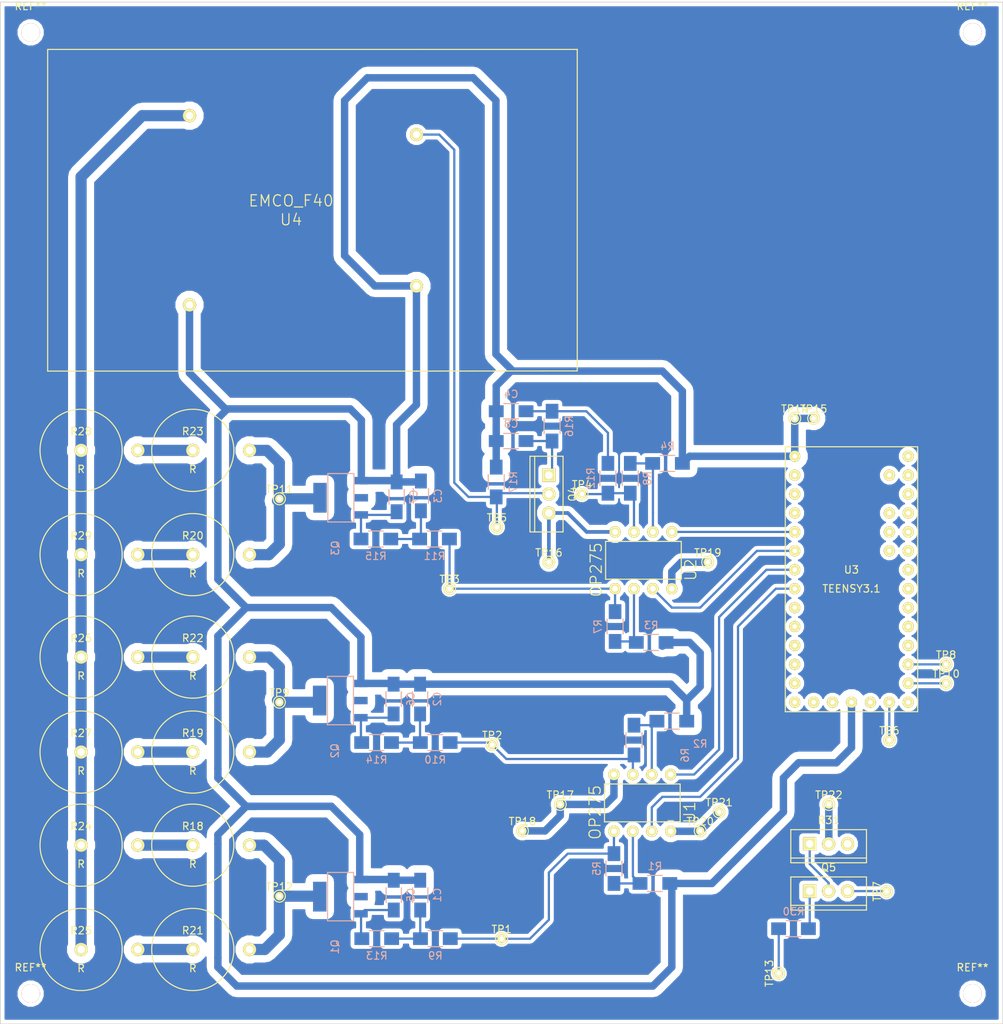
<source format=kicad_pcb>
(kicad_pcb (version 4) (host pcbnew "(2015-01-16 BZR 5376)-product")

  (general
    (links 105)
    (no_connects 5)
    (area 22.809999 31.65888 157.530001 171.49018)
    (thickness 1.6)
    (drawings 6)
    (tracks 254)
    (zones 0)
    (modules 74)
    (nets 68)
  )

  (page A4)
  (layers
    (0 F.Cu signal)
    (31 B.Cu signal)
    (32 B.Adhes user)
    (33 F.Adhes user)
    (34 B.Paste user)
    (35 F.Paste user)
    (36 B.SilkS user)
    (37 F.SilkS user)
    (38 B.Mask user)
    (39 F.Mask user)
    (40 Dwgs.User user)
    (41 Cmts.User user)
    (42 Eco1.User user)
    (43 Eco2.User user)
    (44 Edge.Cuts user)
    (45 Margin user)
    (46 B.CrtYd user)
    (47 F.CrtYd user)
    (48 B.Fab user)
    (49 F.Fab user)
  )

  (setup
    (last_trace_width 0.5)
    (user_trace_width 0.5)
    (trace_clearance 0.3)
    (zone_clearance 0.508)
    (zone_45_only no)
    (trace_min 0.254)
    (segment_width 0.2)
    (edge_width 0.1)
    (via_size 0.889)
    (via_drill 0.635)
    (via_min_size 0.889)
    (via_min_drill 0.508)
    (uvia_size 0.508)
    (uvia_drill 0.127)
    (uvias_allowed no)
    (uvia_min_size 0.508)
    (uvia_min_drill 0.127)
    (pcb_text_width 0.3)
    (pcb_text_size 1.5 1.5)
    (mod_edge_width 0.15)
    (mod_text_size 1 1)
    (mod_text_width 0.15)
    (pad_size 1.778 1.778)
    (pad_drill 1.016)
    (pad_to_mask_clearance 0)
    (aux_axis_origin 0 0)
    (visible_elements 7FFFFFFF)
    (pcbplotparams
      (layerselection 0x01000_00000000)
      (usegerberextensions true)
      (excludeedgelayer true)
      (linewidth 0.100000)
      (plotframeref false)
      (viasonmask false)
      (mode 1)
      (useauxorigin false)
      (hpglpennumber 1)
      (hpglpenspeed 20)
      (hpglpendiameter 15)
      (hpglpenoverlay 2)
      (psnegative false)
      (psa4output false)
      (plotreference false)
      (plotvalue false)
      (plotinvisibletext false)
      (padsonsilk false)
      (subtractmaskfromsilk false)
      (outputformat 1)
      (mirror false)
      (drillshape 0)
      (scaleselection 1)
      (outputdirectory ""))
  )

  (net 0 "")
  (net 1 "Net-(C1-Pad1)")
  (net 2 GND)
  (net 3 "Net-(C2-Pad1)")
  (net 4 "Net-(C3-Pad1)")
  (net 5 "Net-(C4-Pad1)")
  (net 6 "Net-(C5-Pad1)")
  (net 7 "Net-(C6-Pad1)")
  (net 8 "Net-(C7-Pad1)")
  (net 9 "Net-(C8-Pad1)")
  (net 10 +12V)
  (net 11 "Net-(Q4-Pad3)")
  (net 12 "Net-(R1-Pad2)")
  (net 13 "Net-(R2-Pad2)")
  (net 14 "Net-(R3-Pad2)")
  (net 15 "Net-(R4-Pad2)")
  (net 16 "Net-(R5-Pad1)")
  (net 17 "Net-(R10-Pad2)")
  (net 18 "Net-(R11-Pad2)")
  (net 19 "Net-(R12-Pad2)")
  (net 20 "Net-(R18-Pad1)")
  (net 21 "Net-(R19-Pad1)")
  (net 22 "Net-(R20-Pad1)")
  (net 23 "Net-(R21-Pad1)")
  (net 24 "Net-(R22-Pad1)")
  (net 25 "Net-(R23-Pad1)")
  (net 26 "Net-(R24-Pad1)")
  (net 27 "Net-(U1-Pad3)")
  (net 28 -12V)
  (net 29 "Net-(U1-Pad5)")
  (net 30 "Net-(U2-Pad3)")
  (net 31 "Net-(U2-Pad5)")
  (net 32 "Net-(Q5-Pad3)")
  (net 33 "Net-(Q5-Pad1)")
  (net 34 +5V)
  (net 35 "Net-(R31-Pad3)")
  (net 36 "Net-(U3-Pad2)")
  (net 37 "Net-(U3-Pad3)")
  (net 38 "Net-(U3-Pad4)")
  (net 39 "Net-(U3-Pad9)")
  (net 40 "Net-(U3-Pad10)")
  (net 41 "Net-(U3-Pad11)")
  (net 42 "Net-(U3-Pad12)")
  (net 43 "Net-(U3-Pad13)")
  (net 44 "Net-(U3-Pad14)")
  (net 45 "Net-(U3-Pad15)")
  (net 46 "Net-(U3-Pad16)")
  (net 47 "Net-(U3-Pad18)")
  (net 48 "Net-(U3-Pad20)")
  (net 49 "Net-(U3-Pad23)")
  (net 50 "Net-(U3-Pad24)")
  (net 51 "Net-(U3-Pad25)")
  (net 52 "Net-(U3-Pad26)")
  (net 53 "Net-(U3-Pad27)")
  (net 54 "Net-(U3-Pad28)")
  (net 55 "Net-(U3-Pad29)")
  (net 56 "Net-(U3-Pad30)")
  (net 57 "Net-(U3-Pad31)")
  (net 58 "Net-(U3-Pad32)")
  (net 59 "Net-(U3-Pad33)")
  (net 60 "Net-(Q1-Pad2)")
  (net 61 "Net-(Q2-Pad2)")
  (net 62 "Net-(Q3-Pad2)")
  (net 63 "Net-(Q5-Pad2)")
  (net 64 "Net-(R30-Pad2)")
  (net 65 "Net-(TP6-Pad1)")
  (net 66 "Net-(TP8-Pad1)")
  (net 67 "Net-(TP10-Pad1)")

  (net_class Default "This is the default net class."
    (clearance 0.3)
    (trace_width 0.3)
    (via_dia 0.889)
    (via_drill 0.635)
    (uvia_dia 0.508)
    (uvia_drill 0.127)
    (add_net "Net-(C1-Pad1)")
    (add_net "Net-(C2-Pad1)")
    (add_net "Net-(C3-Pad1)")
    (add_net "Net-(C4-Pad1)")
    (add_net "Net-(C5-Pad1)")
    (add_net "Net-(C6-Pad1)")
    (add_net "Net-(C7-Pad1)")
    (add_net "Net-(C8-Pad1)")
    (add_net "Net-(Q4-Pad3)")
    (add_net "Net-(Q5-Pad1)")
    (add_net "Net-(Q5-Pad2)")
    (add_net "Net-(Q5-Pad3)")
    (add_net "Net-(R1-Pad2)")
    (add_net "Net-(R10-Pad2)")
    (add_net "Net-(R11-Pad2)")
    (add_net "Net-(R12-Pad2)")
    (add_net "Net-(R2-Pad2)")
    (add_net "Net-(R3-Pad2)")
    (add_net "Net-(R30-Pad2)")
    (add_net "Net-(R31-Pad3)")
    (add_net "Net-(R4-Pad2)")
    (add_net "Net-(R5-Pad1)")
    (add_net "Net-(TP10-Pad1)")
    (add_net "Net-(TP6-Pad1)")
    (add_net "Net-(TP8-Pad1)")
    (add_net "Net-(U1-Pad3)")
    (add_net "Net-(U1-Pad5)")
    (add_net "Net-(U2-Pad3)")
    (add_net "Net-(U2-Pad5)")
    (add_net "Net-(U3-Pad10)")
    (add_net "Net-(U3-Pad11)")
    (add_net "Net-(U3-Pad12)")
    (add_net "Net-(U3-Pad13)")
    (add_net "Net-(U3-Pad14)")
    (add_net "Net-(U3-Pad15)")
    (add_net "Net-(U3-Pad16)")
    (add_net "Net-(U3-Pad18)")
    (add_net "Net-(U3-Pad2)")
    (add_net "Net-(U3-Pad20)")
    (add_net "Net-(U3-Pad23)")
    (add_net "Net-(U3-Pad24)")
    (add_net "Net-(U3-Pad25)")
    (add_net "Net-(U3-Pad26)")
    (add_net "Net-(U3-Pad27)")
    (add_net "Net-(U3-Pad28)")
    (add_net "Net-(U3-Pad29)")
    (add_net "Net-(U3-Pad3)")
    (add_net "Net-(U3-Pad30)")
    (add_net "Net-(U3-Pad31)")
    (add_net "Net-(U3-Pad32)")
    (add_net "Net-(U3-Pad33)")
    (add_net "Net-(U3-Pad4)")
    (add_net "Net-(U3-Pad9)")
  )

  (net_class GND ""
    (clearance 1)
    (trace_width 1)
    (via_dia 0.889)
    (via_drill 0.635)
    (uvia_dia 0.508)
    (uvia_drill 0.127)
    (add_net GND)
  )

  (net_class HV ""
    (clearance 1)
    (trace_width 1.5)
    (via_dia 0.889)
    (via_drill 0.635)
    (uvia_dia 0.508)
    (uvia_drill 0.127)
    (add_net "Net-(Q1-Pad2)")
    (add_net "Net-(Q2-Pad2)")
    (add_net "Net-(Q3-Pad2)")
    (add_net "Net-(R18-Pad1)")
    (add_net "Net-(R19-Pad1)")
    (add_net "Net-(R20-Pad1)")
    (add_net "Net-(R21-Pad1)")
    (add_net "Net-(R22-Pad1)")
    (add_net "Net-(R23-Pad1)")
    (add_net "Net-(R24-Pad1)")
  )

  (net_class PowerIn ""
    (clearance 0.7)
    (trace_width 1)
    (via_dia 0.889)
    (via_drill 0.635)
    (uvia_dia 0.508)
    (uvia_drill 0.127)
    (add_net +12V)
    (add_net +5V)
    (add_net -12V)
  )

  (module teensy:RES_1W (layer F.Cu) (tedit 5514975E) (tstamp 5510DA7C)
    (at 33.7 93.19)
    (path /5510718A)
    (fp_text reference R28 (at 0 -2.54) (layer F.SilkS)
      (effects (font (size 1 1) (thickness 0.15)))
    )
    (fp_text value R (at 0 2.54) (layer F.SilkS)
      (effects (font (size 1 1) (thickness 0.15)))
    )
    (fp_circle (center 0 0) (end 3.9 3.9) (layer F.SilkS) (width 0.15))
    (pad 1 thru_hole circle (at 0 0) (size 1.778 1.778) (drill 1.016) (layers *.Cu *.Mask F.SilkS)
      (net 26 "Net-(R24-Pad1)"))
    (pad 2 thru_hole circle (at 7.62 0) (size 1.778 1.778) (drill 1.016) (layers *.Cu *.Mask F.SilkS)
      (net 25 "Net-(R23-Pad1)"))
  )

  (module Mounting_Holes:MountingHole_2-5mm (layer F.Cu) (tedit 551498BC) (tstamp 5513733C)
    (at 26.924 37.084)
    (descr "Mounting hole, Befestigungsbohrung, 2,5mm, No Annular, Kein Restring,")
    (tags "Mounting hole, Befestigungsbohrung, 2,5mm, No Annular, Kein Restring,")
    (fp_text reference REF** (at 0 -3.50012) (layer F.SilkS)
      (effects (font (size 1 1) (thickness 0.15)))
    )
    (fp_text value "" (at 0.09906 3.59918) (layer F.Fab)
      (effects (font (size 1 1) (thickness 0.15)))
    )
    (fp_circle (center 0 0) (end 2.49936 0) (layer Cmts.User) (width 0.381))
    (pad 1 thru_hole circle (at 0 0) (size 2.49936 2.49936) (drill 2.49936) (layers))
  )

  (module Mounting_Holes:MountingHole_2-5mm (layer F.Cu) (tedit 551498BC) (tstamp 551378B2)
    (at 153.416 37.084)
    (descr "Mounting hole, Befestigungsbohrung, 2,5mm, No Annular, Kein Restring,")
    (tags "Mounting hole, Befestigungsbohrung, 2,5mm, No Annular, Kein Restring,")
    (fp_text reference REF** (at 0 -3.50012) (layer F.SilkS)
      (effects (font (size 1 1) (thickness 0.15)))
    )
    (fp_text value "" (at 0.09906 3.59918) (layer F.Fab)
      (effects (font (size 1 1) (thickness 0.15)))
    )
    (fp_circle (center 0 0) (end 2.49936 0) (layer Cmts.User) (width 0.381))
    (pad 1 thru_hole circle (at 0 0) (size 2.49936 2.49936) (drill 2.49936) (layers))
  )

  (module Mounting_Holes:MountingHole_2-5mm (layer F.Cu) (tedit 551498BC) (tstamp 551378B0)
    (at 153.416 166.116)
    (descr "Mounting hole, Befestigungsbohrung, 2,5mm, No Annular, Kein Restring,")
    (tags "Mounting hole, Befestigungsbohrung, 2,5mm, No Annular, Kein Restring,")
    (fp_text reference REF** (at 0 -3.50012) (layer F.SilkS)
      (effects (font (size 1 1) (thickness 0.15)))
    )
    (fp_text value "" (at 0.09906 3.59918) (layer F.Fab)
      (effects (font (size 1 1) (thickness 0.15)))
    )
    (fp_circle (center 0 0) (end 2.49936 0) (layer Cmts.User) (width 0.381))
    (pad 1 thru_hole circle (at 0 0) (size 2.49936 2.49936) (drill 2.49936) (layers))
  )

  (module Mounting_Holes:MountingHole_2-5mm (layer F.Cu) (tedit 551498BC) (tstamp 551378AE)
    (at 26.924 166.116)
    (descr "Mounting hole, Befestigungsbohrung, 2,5mm, No Annular, Kein Restring,")
    (tags "Mounting hole, Befestigungsbohrung, 2,5mm, No Annular, Kein Restring,")
    (fp_text reference REF** (at 0 -3.50012) (layer F.SilkS)
      (effects (font (size 1 1) (thickness 0.15)))
    )
    (fp_text value "" (at 0.09906 3.59918) (layer F.Fab)
      (effects (font (size 1 1) (thickness 0.15)))
    )
    (fp_circle (center 0 0) (end 2.49936 0) (layer Cmts.User) (width 0.381))
    (pad 1 thru_hole circle (at 0 0) (size 2.49936 2.49936) (drill 2.49936) (layers))
  )

  (module Connect:PINTST (layer F.Cu) (tedit 551498BC) (tstamp 55136119)
    (at 134.112 140.716)
    (descr "module 1 pin (ou trou mecanique de percage)")
    (tags DEV)
    (path /5513CD5B)
    (fp_text reference TP22 (at 0 -1.26746) (layer F.SilkS)
      (effects (font (size 1 1) (thickness 0.15)))
    )
    (fp_text value Test_point (at 0 1.27) (layer F.Fab)
      (effects (font (size 1 1) (thickness 0.15)))
    )
    (fp_circle (center 0 0) (end -0.254 -0.762) (layer F.SilkS) (width 0.15))
    (pad 1 thru_hole circle (at 0 0) (size 1.143 1.143) (drill 0.635) (layers *.Cu *.Mask F.SilkS)
      (net 34 +5V))
    (model Connect.3dshapes/PINTST.wrl
      (at (xyz 0 0 0))
      (scale (xyz 1 1 1))
      (rotate (xyz 0 0 0))
    )
  )

  (module Connect:PINTST (layer F.Cu) (tedit 551498BC) (tstamp 55136114)
    (at 119.38 141.732)
    (descr "module 1 pin (ou trou mecanique de percage)")
    (tags DEV)
    (path /5513CA71)
    (fp_text reference TP21 (at 0 -1.26746) (layer F.SilkS)
      (effects (font (size 1 1) (thickness 0.15)))
    )
    (fp_text value Test_point (at 0 1.27) (layer F.Fab)
      (effects (font (size 1 1) (thickness 0.15)))
    )
    (fp_circle (center 0 0) (end -0.254 -0.762) (layer F.SilkS) (width 0.15))
    (pad 1 thru_hole circle (at 0 0) (size 1.143 1.143) (drill 0.635) (layers *.Cu *.Mask F.SilkS)
      (net 28 -12V))
    (model Connect.3dshapes/PINTST.wrl
      (at (xyz 0 0 0))
      (scale (xyz 1 1 1))
      (rotate (xyz 0 0 0))
    )
  )

  (module Connect:PINTST (layer F.Cu) (tedit 551498BC) (tstamp 5513610F)
    (at 116.84 144.272)
    (descr "module 1 pin (ou trou mecanique de percage)")
    (tags DEV)
    (path /5513CA0F)
    (fp_text reference TP20 (at 0 -1.26746) (layer F.SilkS)
      (effects (font (size 1 1) (thickness 0.15)))
    )
    (fp_text value Test_point (at 0 1.27) (layer F.Fab)
      (effects (font (size 1 1) (thickness 0.15)))
    )
    (fp_circle (center 0 0) (end -0.254 -0.762) (layer F.SilkS) (width 0.15))
    (pad 1 thru_hole circle (at 0 0) (size 1.143 1.143) (drill 0.635) (layers *.Cu *.Mask F.SilkS)
      (net 28 -12V))
    (model Connect.3dshapes/PINTST.wrl
      (at (xyz 0 0 0))
      (scale (xyz 1 1 1))
      (rotate (xyz 0 0 0))
    )
  )

  (module Connect:PINTST (layer F.Cu) (tedit 551498BC) (tstamp 5513610A)
    (at 117.856 108.204)
    (descr "module 1 pin (ou trou mecanique de percage)")
    (tags DEV)
    (path /5513C992)
    (fp_text reference TP19 (at 0 -1.26746) (layer F.SilkS)
      (effects (font (size 1 1) (thickness 0.15)))
    )
    (fp_text value Test_point (at 0 1.27) (layer F.Fab)
      (effects (font (size 1 1) (thickness 0.15)))
    )
    (fp_circle (center 0 0) (end -0.254 -0.762) (layer F.SilkS) (width 0.15))
    (pad 1 thru_hole circle (at 0 0) (size 1.143 1.143) (drill 0.635) (layers *.Cu *.Mask F.SilkS)
      (net 28 -12V))
    (model Connect.3dshapes/PINTST.wrl
      (at (xyz 0 0 0))
      (scale (xyz 1 1 1))
      (rotate (xyz 0 0 0))
    )
  )

  (module Connect:PINTST (layer F.Cu) (tedit 551498BC) (tstamp 55136105)
    (at 92.964 144.272)
    (descr "module 1 pin (ou trou mecanique de percage)")
    (tags DEV)
    (path /5513C49D)
    (fp_text reference TP18 (at 0 -1.26746) (layer F.SilkS)
      (effects (font (size 1 1) (thickness 0.15)))
    )
    (fp_text value Test_point (at 0 1.27) (layer F.Fab)
      (effects (font (size 1 1) (thickness 0.15)))
    )
    (fp_circle (center 0 0) (end -0.254 -0.762) (layer F.SilkS) (width 0.15))
    (pad 1 thru_hole circle (at 0 0) (size 1.143 1.143) (drill 0.635) (layers *.Cu *.Mask F.SilkS)
      (net 10 +12V))
    (model Connect.3dshapes/PINTST.wrl
      (at (xyz 0 0 0))
      (scale (xyz 1 1 1))
      (rotate (xyz 0 0 0))
    )
  )

  (module Connect:PINTST (layer F.Cu) (tedit 551498BC) (tstamp 55136100)
    (at 98.044 140.716)
    (descr "module 1 pin (ou trou mecanique de percage)")
    (tags DEV)
    (path /5513C43E)
    (fp_text reference TP17 (at 0 -1.26746) (layer F.SilkS)
      (effects (font (size 1 1) (thickness 0.15)))
    )
    (fp_text value Test_point (at 0 1.27) (layer F.Fab)
      (effects (font (size 1 1) (thickness 0.15)))
    )
    (fp_circle (center 0 0) (end -0.254 -0.762) (layer F.SilkS) (width 0.15))
    (pad 1 thru_hole circle (at 0 0) (size 1.143 1.143) (drill 0.635) (layers *.Cu *.Mask F.SilkS)
      (net 10 +12V))
    (model Connect.3dshapes/PINTST.wrl
      (at (xyz 0 0 0))
      (scale (xyz 1 1 1))
      (rotate (xyz 0 0 0))
    )
  )

  (module Connect:PINTST (layer F.Cu) (tedit 551498BC) (tstamp 551360FB)
    (at 96.52 108.204)
    (descr "module 1 pin (ou trou mecanique de percage)")
    (tags DEV)
    (path /5513C3C8)
    (fp_text reference TP16 (at 0 -1.26746) (layer F.SilkS)
      (effects (font (size 1 1) (thickness 0.15)))
    )
    (fp_text value Test_point (at 0 1.27) (layer F.Fab)
      (effects (font (size 1 1) (thickness 0.15)))
    )
    (fp_circle (center 0 0) (end -0.254 -0.762) (layer F.SilkS) (width 0.15))
    (pad 1 thru_hole circle (at 0 0) (size 1.143 1.143) (drill 0.635) (layers *.Cu *.Mask F.SilkS)
      (net 10 +12V))
    (model Connect.3dshapes/PINTST.wrl
      (at (xyz 0 0 0))
      (scale (xyz 1 1 1))
      (rotate (xyz 0 0 0))
    )
  )

  (module Connect:PINTST (layer F.Cu) (tedit 551498BC) (tstamp 551360F6)
    (at 132.08 88.9)
    (descr "module 1 pin (ou trou mecanique de percage)")
    (tags DEV)
    (path /55137624)
    (fp_text reference TP15 (at 0 -1.26746) (layer F.SilkS)
      (effects (font (size 1 1) (thickness 0.15)))
    )
    (fp_text value Test_point (at 0 1.27) (layer F.Fab)
      (effects (font (size 1 1) (thickness 0.15)))
    )
    (fp_circle (center 0 0) (end -0.254 -0.762) (layer F.SilkS) (width 0.15))
    (pad 1 thru_hole circle (at 0 0) (size 1.143 1.143) (drill 0.635) (layers *.Cu *.Mask F.SilkS)
      (net 2 GND))
    (model Connect.3dshapes/PINTST.wrl
      (at (xyz 0 0 0))
      (scale (xyz 1 1 1))
      (rotate (xyz 0 0 0))
    )
  )

  (module Connect:PINTST (layer F.Cu) (tedit 551498BC) (tstamp 551360F1)
    (at 129.54 88.9)
    (descr "module 1 pin (ou trou mecanique de percage)")
    (tags DEV)
    (path /5513C29A)
    (fp_text reference TP14 (at 0 -1.26746) (layer F.SilkS)
      (effects (font (size 1 1) (thickness 0.15)))
    )
    (fp_text value Test_point (at 0 1.27) (layer F.Fab)
      (effects (font (size 1 1) (thickness 0.15)))
    )
    (fp_circle (center 0 0) (end -0.254 -0.762) (layer F.SilkS) (width 0.15))
    (pad 1 thru_hole circle (at 0 0) (size 1.143 1.143) (drill 0.635) (layers *.Cu *.Mask F.SilkS)
      (net 2 GND))
    (model Connect.3dshapes/PINTST.wrl
      (at (xyz 0 0 0))
      (scale (xyz 1 1 1))
      (rotate (xyz 0 0 0))
    )
  )

  (module Connect:PINTST (layer F.Cu) (tedit 551498BC) (tstamp 5513084D)
    (at 127.39 163.4 90)
    (descr "module 1 pin (ou trou mecanique de percage)")
    (tags DEV)
    (path /5513C41B)
    (fp_text reference TP13 (at 0 -1.26746 90) (layer F.SilkS)
      (effects (font (size 1 1) (thickness 0.15)))
    )
    (fp_text value Test_point (at 0 1.27 90) (layer F.Fab)
      (effects (font (size 1 1) (thickness 0.15)))
    )
    (fp_circle (center 0 0) (end -0.254 -0.762) (layer F.SilkS) (width 0.15))
    (pad 1 thru_hole circle (at 0 0 90) (size 1.143 1.143) (drill 0.635) (layers *.Cu *.Mask F.SilkS)
      (net 64 "Net-(R30-Pad2)"))
    (model Connect.3dshapes/PINTST.wrl
      (at (xyz 0 0 0))
      (scale (xyz 1 1 1))
      (rotate (xyz 0 0 0))
    )
  )

  (module Connect:PINTST (layer F.Cu) (tedit 551498BC) (tstamp 55130848)
    (at 60.325 153.035)
    (descr "module 1 pin (ou trou mecanique de percage)")
    (tags DEV)
    (path /55139F30)
    (fp_text reference TP12 (at 0 -1.26746) (layer F.SilkS)
      (effects (font (size 1 1) (thickness 0.15)))
    )
    (fp_text value Test_point (at 0 1.27) (layer F.Fab)
      (effects (font (size 1 1) (thickness 0.15)))
    )
    (fp_circle (center 0 0) (end -0.254 -0.762) (layer F.SilkS) (width 0.15))
    (pad 1 thru_hole circle (at 0 0) (size 1.143 1.143) (drill 0.635) (layers *.Cu *.Mask F.SilkS)
      (net 60 "Net-(Q1-Pad2)"))
    (model Connect.3dshapes/PINTST.wrl
      (at (xyz 0 0 0))
      (scale (xyz 1 1 1))
      (rotate (xyz 0 0 0))
    )
  )

  (module Connect:PINTST (layer F.Cu) (tedit 551498BC) (tstamp 55130843)
    (at 60.325 99.695)
    (descr "module 1 pin (ou trou mecanique de percage)")
    (tags DEV)
    (path /5513ADF4)
    (fp_text reference TP11 (at 0 -1.26746) (layer F.SilkS)
      (effects (font (size 1 1) (thickness 0.15)))
    )
    (fp_text value Test_point (at 0 1.27) (layer F.Fab)
      (effects (font (size 1 1) (thickness 0.15)))
    )
    (fp_circle (center 0 0) (end -0.254 -0.762) (layer F.SilkS) (width 0.15))
    (pad 1 thru_hole circle (at 0 0) (size 1.143 1.143) (drill 0.635) (layers *.Cu *.Mask F.SilkS)
      (net 62 "Net-(Q3-Pad2)"))
    (model Connect.3dshapes/PINTST.wrl
      (at (xyz 0 0 0))
      (scale (xyz 1 1 1))
      (rotate (xyz 0 0 0))
    )
  )

  (module Connect:PINTST (layer F.Cu) (tedit 551498BC) (tstamp 5513083E)
    (at 149.86 124.46)
    (descr "module 1 pin (ou trou mecanique de percage)")
    (tags DEV)
    (path /55135C92)
    (fp_text reference TP10 (at 0 -1.26746) (layer F.SilkS)
      (effects (font (size 1 1) (thickness 0.15)))
    )
    (fp_text value Test_point (at 0 1.27) (layer F.Fab)
      (effects (font (size 1 1) (thickness 0.15)))
    )
    (fp_circle (center 0 0) (end -0.254 -0.762) (layer F.SilkS) (width 0.15))
    (pad 1 thru_hole circle (at 0 0) (size 1.143 1.143) (drill 0.635) (layers *.Cu *.Mask F.SilkS)
      (net 67 "Net-(TP10-Pad1)"))
    (model Connect.3dshapes/PINTST.wrl
      (at (xyz 0 0 0))
      (scale (xyz 1 1 1))
      (rotate (xyz 0 0 0))
    )
  )

  (module Connect:PINTST (layer F.Cu) (tedit 551498BC) (tstamp 55130839)
    (at 60.325 127)
    (descr "module 1 pin (ou trou mecanique de percage)")
    (tags DEV)
    (path /5513AB04)
    (fp_text reference TP9 (at 0 -1.26746) (layer F.SilkS)
      (effects (font (size 1 1) (thickness 0.15)))
    )
    (fp_text value Test_point (at 0 1.27) (layer F.Fab)
      (effects (font (size 1 1) (thickness 0.15)))
    )
    (fp_circle (center 0 0) (end -0.254 -0.762) (layer F.SilkS) (width 0.15))
    (pad 1 thru_hole circle (at 0 0) (size 1.143 1.143) (drill 0.635) (layers *.Cu *.Mask F.SilkS)
      (net 61 "Net-(Q2-Pad2)"))
    (model Connect.3dshapes/PINTST.wrl
      (at (xyz 0 0 0))
      (scale (xyz 1 1 1))
      (rotate (xyz 0 0 0))
    )
  )

  (module Connect:PINTST (layer F.Cu) (tedit 551498BC) (tstamp 55130834)
    (at 149.86 121.92)
    (descr "module 1 pin (ou trou mecanique de percage)")
    (tags DEV)
    (path /55135706)
    (fp_text reference TP8 (at 0 -1.26746) (layer F.SilkS)
      (effects (font (size 1 1) (thickness 0.15)))
    )
    (fp_text value Test_point (at 0 1.27) (layer F.Fab)
      (effects (font (size 1 1) (thickness 0.15)))
    )
    (fp_circle (center 0 0) (end -0.254 -0.762) (layer F.SilkS) (width 0.15))
    (pad 1 thru_hole circle (at 0 0) (size 1.143 1.143) (drill 0.635) (layers *.Cu *.Mask F.SilkS)
      (net 66 "Net-(TP8-Pad1)"))
    (model Connect.3dshapes/PINTST.wrl
      (at (xyz 0 0 0))
      (scale (xyz 1 1 1))
      (rotate (xyz 0 0 0))
    )
  )

  (module Connect:PINTST (layer F.Cu) (tedit 551498BC) (tstamp 5513082F)
    (at 141.87 152.4 90)
    (descr "module 1 pin (ou trou mecanique de percage)")
    (tags DEV)
    (path /5513C28A)
    (fp_text reference TP7 (at 0 -1.26746 90) (layer F.SilkS)
      (effects (font (size 1 1) (thickness 0.15)))
    )
    (fp_text value Test_point (at 0 1.27 90) (layer F.Fab)
      (effects (font (size 1 1) (thickness 0.15)))
    )
    (fp_circle (center 0 0) (end -0.254 -0.762) (layer F.SilkS) (width 0.15))
    (pad 1 thru_hole circle (at 0 0 90) (size 1.143 1.143) (drill 0.635) (layers *.Cu *.Mask F.SilkS)
      (net 63 "Net-(Q5-Pad2)"))
    (model Connect.3dshapes/PINTST.wrl
      (at (xyz 0 0 0))
      (scale (xyz 1 1 1))
      (rotate (xyz 0 0 0))
    )
  )

  (module Connect:PINTST (layer F.Cu) (tedit 551498BC) (tstamp 5513082A)
    (at 142.24 132.08)
    (descr "module 1 pin (ou trou mecanique de percage)")
    (tags DEV)
    (path /55136079)
    (fp_text reference TP6 (at 0 -1.26746) (layer F.SilkS)
      (effects (font (size 1 1) (thickness 0.15)))
    )
    (fp_text value Test_point (at 0 1.27) (layer F.Fab)
      (effects (font (size 1 1) (thickness 0.15)))
    )
    (fp_circle (center 0 0) (end -0.254 -0.762) (layer F.SilkS) (width 0.15))
    (pad 1 thru_hole circle (at 0 0) (size 1.143 1.143) (drill 0.635) (layers *.Cu *.Mask F.SilkS)
      (net 65 "Net-(TP6-Pad1)"))
    (model Connect.3dshapes/PINTST.wrl
      (at (xyz 0 0 0))
      (scale (xyz 1 1 1))
      (rotate (xyz 0 0 0))
    )
  )

  (module teensy:POT (layer F.Cu) (tedit 551173E9) (tstamp 55117571)
    (at 134.09 146.01 270)
    (descr "Regulateur TO220 serie LM78xx")
    (tags "TR TO220")
    (path /55130638)
    (fp_text reference R31 (at -3.175 0 360) (layer F.SilkS)
      (effects (font (size 1 1) (thickness 0.15)))
    )
    (fp_text value Varable_Res (at 0 -6.35 270) (layer F.Fab)
      (effects (font (size 1 1) (thickness 0.15)))
    )
    (fp_line (start 1.905 -5.08) (end 2.54 -5.08) (layer F.SilkS) (width 0.15))
    (fp_line (start 2.54 -5.08) (end 2.54 5.08) (layer F.SilkS) (width 0.15))
    (fp_line (start 2.54 5.08) (end 1.905 5.08) (layer F.SilkS) (width 0.15))
    (fp_line (start -1.905 -5.08) (end 1.905 -5.08) (layer F.SilkS) (width 0.15))
    (fp_line (start 1.905 -5.08) (end 1.905 5.08) (layer F.SilkS) (width 0.15))
    (fp_line (start 1.905 5.08) (end -1.905 5.08) (layer F.SilkS) (width 0.15))
    (fp_line (start -1.905 5.08) (end -1.905 -5.08) (layer F.SilkS) (width 0.15))
    (pad 3 thru_hole circle (at 0 -2.54 270) (size 1.778 1.778) (drill 1.016) (layers *.Cu *.Mask F.SilkS)
      (net 35 "Net-(R31-Pad3)"))
    (pad 2 thru_hole circle (at 0 0 270) (size 1.778 1.778) (drill 1.016) (layers *.Cu *.Mask F.SilkS)
      (net 34 +5V))
    (pad 1 thru_hole rect (at 0 2.54 270) (size 1.778 1.778) (drill 1.016) (layers *.Cu *.Mask F.SilkS)
      (net 32 "Net-(Q5-Pad3)"))
  )

  (module teensy:RES_1W (layer F.Cu) (tedit 5514975E) (tstamp 5510DA82)
    (at 33.7 107.19)
    (path /55104426)
    (fp_text reference R29 (at 0 -2.54) (layer F.SilkS)
      (effects (font (size 1 1) (thickness 0.15)))
    )
    (fp_text value R (at 0 2.54) (layer F.SilkS)
      (effects (font (size 1 1) (thickness 0.15)))
    )
    (fp_circle (center 0 0) (end 3.9 3.9) (layer F.SilkS) (width 0.15))
    (pad 1 thru_hole circle (at 0 0) (size 1.778 1.778) (drill 1.016) (layers *.Cu *.Mask F.SilkS)
      (net 26 "Net-(R24-Pad1)"))
    (pad 2 thru_hole circle (at 7.62 0) (size 1.778 1.778) (drill 1.016) (layers *.Cu *.Mask F.SilkS)
      (net 22 "Net-(R20-Pad1)"))
  )

  (module teensy:RES_1W (layer F.Cu) (tedit 5514975E) (tstamp 5510DA76)
    (at 33.7 133.69)
    (path /55104588)
    (fp_text reference R27 (at 0 -2.54) (layer F.SilkS)
      (effects (font (size 1 1) (thickness 0.15)))
    )
    (fp_text value R (at 0 2.54) (layer F.SilkS)
      (effects (font (size 1 1) (thickness 0.15)))
    )
    (fp_circle (center 0 0) (end 3.9 3.9) (layer F.SilkS) (width 0.15))
    (pad 1 thru_hole circle (at 0 0) (size 1.778 1.778) (drill 1.016) (layers *.Cu *.Mask F.SilkS)
      (net 26 "Net-(R24-Pad1)"))
    (pad 2 thru_hole circle (at 7.62 0) (size 1.778 1.778) (drill 1.016) (layers *.Cu *.Mask F.SilkS)
      (net 21 "Net-(R19-Pad1)"))
  )

  (module teensy:RES_1W (layer F.Cu) (tedit 5514975E) (tstamp 5510DA70)
    (at 33.7 120.94)
    (path /55105C48)
    (fp_text reference R26 (at 0 -2.54) (layer F.SilkS)
      (effects (font (size 1 1) (thickness 0.15)))
    )
    (fp_text value R (at 0 2.54) (layer F.SilkS)
      (effects (font (size 1 1) (thickness 0.15)))
    )
    (fp_circle (center 0 0) (end 3.9 3.9) (layer F.SilkS) (width 0.15))
    (pad 1 thru_hole circle (at 0 0) (size 1.778 1.778) (drill 1.016) (layers *.Cu *.Mask F.SilkS)
      (net 26 "Net-(R24-Pad1)"))
    (pad 2 thru_hole circle (at 7.62 0) (size 1.778 1.778) (drill 1.016) (layers *.Cu *.Mask F.SilkS)
      (net 24 "Net-(R22-Pad1)"))
  )

  (module teensy:RES_1W (layer F.Cu) (tedit 5514975E) (tstamp 5510DA6A)
    (at 33.7 160.19)
    (path /55105B00)
    (fp_text reference R25 (at 0 -2.54) (layer F.SilkS)
      (effects (font (size 1 1) (thickness 0.15)))
    )
    (fp_text value R (at 0 2.54) (layer F.SilkS)
      (effects (font (size 1 1) (thickness 0.15)))
    )
    (fp_circle (center 0 0) (end 3.9 3.9) (layer F.SilkS) (width 0.15))
    (pad 1 thru_hole circle (at 0 0) (size 1.778 1.778) (drill 1.016) (layers *.Cu *.Mask F.SilkS)
      (net 26 "Net-(R24-Pad1)"))
    (pad 2 thru_hole circle (at 7.62 0) (size 1.778 1.778) (drill 1.016) (layers *.Cu *.Mask F.SilkS)
      (net 23 "Net-(R21-Pad1)"))
  )

  (module teensy:RES_1W (layer F.Cu) (tedit 5514975E) (tstamp 5510DA64)
    (at 33.7 146.19)
    (path /55105964)
    (fp_text reference R24 (at 0 -2.54) (layer F.SilkS)
      (effects (font (size 1 1) (thickness 0.15)))
    )
    (fp_text value R (at 0 2.54) (layer F.SilkS)
      (effects (font (size 1 1) (thickness 0.15)))
    )
    (fp_circle (center 0 0) (end 3.9 3.9) (layer F.SilkS) (width 0.15))
    (pad 1 thru_hole circle (at 0 0) (size 1.778 1.778) (drill 1.016) (layers *.Cu *.Mask F.SilkS)
      (net 26 "Net-(R24-Pad1)"))
    (pad 2 thru_hole circle (at 7.62 0) (size 1.778 1.778) (drill 1.016) (layers *.Cu *.Mask F.SilkS)
      (net 20 "Net-(R18-Pad1)"))
  )

  (module teensy:RES_1W (layer F.Cu) (tedit 5514975E) (tstamp 5510DA5E)
    (at 48.7 93.19)
    (path /55107184)
    (fp_text reference R23 (at 0 -2.54) (layer F.SilkS)
      (effects (font (size 1 1) (thickness 0.15)))
    )
    (fp_text value R (at 0 2.54) (layer F.SilkS)
      (effects (font (size 1 1) (thickness 0.15)))
    )
    (fp_circle (center 0 0) (end 3.9 3.9) (layer F.SilkS) (width 0.15))
    (pad 1 thru_hole circle (at 0 0) (size 1.778 1.778) (drill 1.016) (layers *.Cu *.Mask F.SilkS)
      (net 25 "Net-(R23-Pad1)"))
    (pad 2 thru_hole circle (at 7.62 0) (size 1.778 1.778) (drill 1.016) (layers *.Cu *.Mask F.SilkS)
      (net 62 "Net-(Q3-Pad2)"))
  )

  (module teensy:RES_1W (layer F.Cu) (tedit 5514975E) (tstamp 5510DA58)
    (at 48.7 120.94)
    (path /55105C42)
    (fp_text reference R22 (at 0 -2.54) (layer F.SilkS)
      (effects (font (size 1 1) (thickness 0.15)))
    )
    (fp_text value R (at 0 2.54) (layer F.SilkS)
      (effects (font (size 1 1) (thickness 0.15)))
    )
    (fp_circle (center 0 0) (end 3.9 3.9) (layer F.SilkS) (width 0.15))
    (pad 1 thru_hole circle (at 0 0) (size 1.778 1.778) (drill 1.016) (layers *.Cu *.Mask F.SilkS)
      (net 24 "Net-(R22-Pad1)"))
    (pad 2 thru_hole circle (at 7.62 0) (size 1.778 1.778) (drill 1.016) (layers *.Cu *.Mask F.SilkS)
      (net 61 "Net-(Q2-Pad2)"))
  )

  (module teensy:RES_1W (layer F.Cu) (tedit 5514975E) (tstamp 5510DA52)
    (at 48.7 160.19)
    (path /55105AFA)
    (fp_text reference R21 (at 0 -2.54) (layer F.SilkS)
      (effects (font (size 1 1) (thickness 0.15)))
    )
    (fp_text value R (at 0 2.54) (layer F.SilkS)
      (effects (font (size 1 1) (thickness 0.15)))
    )
    (fp_circle (center 0 0) (end 3.9 3.9) (layer F.SilkS) (width 0.15))
    (pad 1 thru_hole circle (at 0 0) (size 1.778 1.778) (drill 1.016) (layers *.Cu *.Mask F.SilkS)
      (net 23 "Net-(R21-Pad1)"))
    (pad 2 thru_hole circle (at 7.62 0) (size 1.778 1.778) (drill 1.016) (layers *.Cu *.Mask F.SilkS)
      (net 60 "Net-(Q1-Pad2)"))
  )

  (module teensy:RES_1W (layer F.Cu) (tedit 5514975E) (tstamp 5510DA4C)
    (at 48.7 107.19)
    (path /550A136E)
    (fp_text reference R20 (at 0 -2.54) (layer F.SilkS)
      (effects (font (size 1 1) (thickness 0.15)))
    )
    (fp_text value R (at 0 2.54) (layer F.SilkS)
      (effects (font (size 1 1) (thickness 0.15)))
    )
    (fp_circle (center 0 0) (end 3.9 3.9) (layer F.SilkS) (width 0.15))
    (pad 1 thru_hole circle (at 0 0) (size 1.778 1.778) (drill 1.016) (layers *.Cu *.Mask F.SilkS)
      (net 22 "Net-(R20-Pad1)"))
    (pad 2 thru_hole circle (at 7.62 0) (size 1.778 1.778) (drill 1.016) (layers *.Cu *.Mask F.SilkS)
      (net 62 "Net-(Q3-Pad2)"))
  )

  (module teensy:RES_1W (layer F.Cu) (tedit 5514975E) (tstamp 5510DA46)
    (at 48.7 133.69)
    (path /550A11C7)
    (fp_text reference R19 (at 0 -2.54) (layer F.SilkS)
      (effects (font (size 1 1) (thickness 0.15)))
    )
    (fp_text value R (at 0 2.54) (layer F.SilkS)
      (effects (font (size 1 1) (thickness 0.15)))
    )
    (fp_circle (center 0 0) (end 3.9 3.9) (layer F.SilkS) (width 0.15))
    (pad 1 thru_hole circle (at 0 0) (size 1.778 1.778) (drill 1.016) (layers *.Cu *.Mask F.SilkS)
      (net 21 "Net-(R19-Pad1)"))
    (pad 2 thru_hole circle (at 7.62 0) (size 1.778 1.778) (drill 1.016) (layers *.Cu *.Mask F.SilkS)
      (net 61 "Net-(Q2-Pad2)"))
  )

  (module teensy:RES_1W (layer F.Cu) (tedit 5514975E) (tstamp 5510DA40)
    (at 48.7 146.19)
    (path /550A1A2A)
    (fp_text reference R18 (at 0 -2.54) (layer F.SilkS)
      (effects (font (size 1 1) (thickness 0.15)))
    )
    (fp_text value R (at 0 2.54) (layer F.SilkS)
      (effects (font (size 1 1) (thickness 0.15)))
    )
    (fp_circle (center 0 0) (end 3.9 3.9) (layer F.SilkS) (width 0.15))
    (pad 1 thru_hole circle (at 0 0) (size 1.778 1.778) (drill 1.016) (layers *.Cu *.Mask F.SilkS)
      (net 20 "Net-(R18-Pad1)"))
    (pad 2 thru_hole circle (at 7.62 0) (size 1.778 1.778) (drill 1.016) (layers *.Cu *.Mask F.SilkS)
      (net 60 "Net-(Q1-Pad2)"))
  )

  (module teensy:TEENSY3.1 (layer F.Cu) (tedit 54EF49E8) (tstamp 55130E6D)
    (at 137.16 111.76)
    (path /54EF55E0)
    (fp_text reference U3 (at 0 -2.54) (layer F.SilkS)
      (effects (font (size 1 1) (thickness 0.15)))
    )
    (fp_text value TEENSY3.1 (at 0 0) (layer F.SilkS)
      (effects (font (size 1 1) (thickness 0.15)))
    )
    (fp_line (start -8.89 -19.05) (end 8.89 -19.05) (layer F.SilkS) (width 0.15))
    (fp_line (start 8.89 -19.05) (end 8.89 16.51) (layer F.SilkS) (width 0.15))
    (fp_line (start 8.89 16.51) (end -8.89 16.51) (layer F.SilkS) (width 0.15))
    (fp_line (start -8.89 16.51) (end -8.89 -19.05) (layer F.SilkS) (width 0.15))
    (pad 1 thru_hole circle (at -7.62 -17.78) (size 1.5 1.5) (drill 0.6) (layers *.Cu *.Mask F.SilkS)
      (net 2 GND))
    (pad 2 thru_hole circle (at -7.62 -15.24) (size 1.5 1.5) (drill 0.6) (layers *.Cu *.Mask F.SilkS)
      (net 36 "Net-(U3-Pad2)"))
    (pad 3 thru_hole circle (at -7.62 -12.7) (size 1.5 1.5) (drill 0.6) (layers *.Cu *.Mask F.SilkS)
      (net 37 "Net-(U3-Pad3)"))
    (pad 4 thru_hole circle (at -7.62 -10.16) (size 1.5 1.5) (drill 0.6) (layers *.Cu *.Mask F.SilkS)
      (net 38 "Net-(U3-Pad4)"))
    (pad 5 thru_hole circle (at -7.62 -7.62) (size 1.5 1.5) (drill 0.6) (layers *.Cu *.Mask F.SilkS)
      (net 31 "Net-(U2-Pad5)"))
    (pad 6 thru_hole circle (at -7.62 -5.08) (size 1.5 1.5) (drill 0.6) (layers *.Cu *.Mask F.SilkS)
      (net 30 "Net-(U2-Pad3)"))
    (pad 7 thru_hole circle (at -7.62 -2.54) (size 1.5 1.5) (drill 0.6) (layers *.Cu *.Mask F.SilkS)
      (net 29 "Net-(U1-Pad5)"))
    (pad 8 thru_hole circle (at -7.62 0) (size 1.5 1.5) (drill 0.6) (layers *.Cu *.Mask F.SilkS)
      (net 27 "Net-(U1-Pad3)"))
    (pad 9 thru_hole circle (at -7.62 2.54) (size 1.5 1.5) (drill 0.6) (layers *.Cu *.Mask F.SilkS)
      (net 39 "Net-(U3-Pad9)"))
    (pad 10 thru_hole circle (at -7.62 5.08) (size 1.5 1.5) (drill 0.6) (layers *.Cu *.Mask F.SilkS)
      (net 40 "Net-(U3-Pad10)"))
    (pad 11 thru_hole circle (at -7.62 7.62) (size 1.5 1.5) (drill 0.6) (layers *.Cu *.Mask F.SilkS)
      (net 41 "Net-(U3-Pad11)"))
    (pad 12 thru_hole circle (at -7.62 10.16) (size 1.5 1.5) (drill 0.6) (layers *.Cu *.Mask F.SilkS)
      (net 42 "Net-(U3-Pad12)"))
    (pad 13 thru_hole circle (at -7.62 12.7) (size 1.5 1.5) (drill 0.6) (layers *.Cu *.Mask F.SilkS)
      (net 43 "Net-(U3-Pad13)"))
    (pad 14 thru_hole circle (at -7.62 15.24) (size 1.5 1.5) (drill 0.6) (layers *.Cu *.Mask F.SilkS)
      (net 44 "Net-(U3-Pad14)"))
    (pad 15 thru_hole circle (at -5.08 15.24) (size 1.5 1.5) (drill 0.6) (layers *.Cu *.Mask F.SilkS)
      (net 45 "Net-(U3-Pad15)"))
    (pad 16 thru_hole circle (at -2.54 15.24) (size 1.5 1.5) (drill 0.6) (layers *.Cu *.Mask F.SilkS)
      (net 46 "Net-(U3-Pad16)"))
    (pad 17 thru_hole circle (at 0 15.24) (size 1.5 1.5) (drill 0.6) (layers *.Cu *.Mask F.SilkS)
      (net 2 GND))
    (pad 18 thru_hole circle (at 2.54 15.24) (size 1.5 1.5) (drill 0.6) (layers *.Cu *.Mask F.SilkS)
      (net 47 "Net-(U3-Pad18)"))
    (pad 19 thru_hole circle (at 5.08 15.24) (size 1.5 1.5) (drill 0.6) (layers *.Cu *.Mask F.SilkS)
      (net 65 "Net-(TP6-Pad1)"))
    (pad 20 thru_hole circle (at 7.62 15.24) (size 1.5 1.5) (drill 0.6) (layers *.Cu *.Mask F.SilkS)
      (net 48 "Net-(U3-Pad20)"))
    (pad 21 thru_hole circle (at 7.62 12.7) (size 1.5 1.5) (drill 0.6) (layers *.Cu *.Mask F.SilkS)
      (net 67 "Net-(TP10-Pad1)"))
    (pad 22 thru_hole circle (at 7.62 10.16) (size 1.5 1.5) (drill 0.6) (layers *.Cu *.Mask F.SilkS)
      (net 66 "Net-(TP8-Pad1)"))
    (pad 23 thru_hole circle (at 7.62 7.62) (size 1.5 1.5) (drill 0.6) (layers *.Cu *.Mask F.SilkS)
      (net 49 "Net-(U3-Pad23)"))
    (pad 24 thru_hole circle (at 7.62 5.08) (size 1.5 1.5) (drill 0.6) (layers *.Cu *.Mask F.SilkS)
      (net 50 "Net-(U3-Pad24)"))
    (pad 25 thru_hole circle (at 7.62 2.54) (size 1.5 1.5) (drill 0.6) (layers *.Cu *.Mask F.SilkS)
      (net 51 "Net-(U3-Pad25)"))
    (pad 26 thru_hole circle (at 7.62 0) (size 1.5 1.5) (drill 0.6) (layers *.Cu *.Mask F.SilkS)
      (net 52 "Net-(U3-Pad26)"))
    (pad 27 thru_hole circle (at 7.62 -2.54) (size 1.5 1.5) (drill 0.6) (layers *.Cu *.Mask F.SilkS)
      (net 53 "Net-(U3-Pad27)"))
    (pad 28 thru_hole circle (at 7.62 -5.08) (size 1.5 1.5) (drill 0.6) (layers *.Cu *.Mask F.SilkS)
      (net 54 "Net-(U3-Pad28)"))
    (pad 29 thru_hole circle (at 7.62 -7.62) (size 1.5 1.5) (drill 0.6) (layers *.Cu *.Mask F.SilkS)
      (net 55 "Net-(U3-Pad29)"))
    (pad 30 thru_hole circle (at 7.62 -10.16) (size 1.5 1.5) (drill 0.6) (layers *.Cu *.Mask F.SilkS)
      (net 56 "Net-(U3-Pad30)"))
    (pad 31 thru_hole circle (at 7.62 -12.7) (size 1.5 1.5) (drill 0.6) (layers *.Cu *.Mask F.SilkS)
      (net 57 "Net-(U3-Pad31)"))
    (pad 32 thru_hole circle (at 7.62 -15.24) (size 1.5 1.5) (drill 0.6) (layers *.Cu *.Mask F.SilkS)
      (net 58 "Net-(U3-Pad32)"))
    (pad 33 thru_hole circle (at 7.62 -17.78) (size 1.5 1.5) (drill 0.6) (layers *.Cu *.Mask F.SilkS)
      (net 59 "Net-(U3-Pad33)"))
    (pad 34 thru_hole circle (at 5.08 -15.24) (size 1.5 1.5) (drill 0.6) (layers *.Cu *.Mask F.SilkS))
    (pad 35 thru_hole circle (at 5.08 -10.16) (size 1.5 1.5) (drill 0.6) (layers *.Cu *.Mask F.SilkS))
    (pad 36 thru_hole circle (at 5.08 -7.62) (size 1.5 1.5) (drill 0.6) (layers *.Cu *.Mask F.SilkS))
    (pad 37 thru_hole circle (at 5.08 -5.08) (size 1.5 1.5) (drill 0.6) (layers *.Cu *.Mask F.SilkS))
  )

  (module Resistors_SMD:R_1206_HandSoldering (layer B.Cu) (tedit 5418A20D) (tstamp 55106D46)
    (at 129.37 157.4 180)
    (descr "Resistor SMD 1206, hand soldering")
    (tags "resistor 1206")
    (path /55130073)
    (attr smd)
    (fp_text reference R30 (at 0 2.3 180) (layer B.SilkS)
      (effects (font (size 1 1) (thickness 0.15)) (justify mirror))
    )
    (fp_text value R (at 0 -2.3 180) (layer B.Fab)
      (effects (font (size 1 1) (thickness 0.15)) (justify mirror))
    )
    (fp_line (start -3.3 1.2) (end 3.3 1.2) (layer B.CrtYd) (width 0.05))
    (fp_line (start -3.3 -1.2) (end 3.3 -1.2) (layer B.CrtYd) (width 0.05))
    (fp_line (start -3.3 1.2) (end -3.3 -1.2) (layer B.CrtYd) (width 0.05))
    (fp_line (start 3.3 1.2) (end 3.3 -1.2) (layer B.CrtYd) (width 0.05))
    (fp_line (start 1 -1.075) (end -1 -1.075) (layer B.SilkS) (width 0.15))
    (fp_line (start -1 1.075) (end 1 1.075) (layer B.SilkS) (width 0.15))
    (pad 1 smd rect (at -2 0 180) (size 2 1.7) (layers B.Cu B.Paste B.Mask)
      (net 33 "Net-(Q5-Pad1)"))
    (pad 2 smd rect (at 2 0 180) (size 2 1.7) (layers B.Cu B.Paste B.Mask)
      (net 64 "Net-(R30-Pad2)"))
    (model Resistors_SMD.3dshapes/R_1206_HandSoldering.wrl
      (at (xyz 0 0 0))
      (scale (xyz 1 1 1))
      (rotate (xyz 0 0 0))
    )
  )

  (module Discret:TO220_VERT (layer F.Cu) (tedit 551498BC) (tstamp 55106D4E)
    (at 134.09 152.36 270)
    (descr "Regulateur TO220 serie LM78xx")
    (tags "TR TO220")
    (path /5512FF09)
    (fp_text reference Q5 (at -3.175 0 360) (layer F.SilkS)
      (effects (font (size 1 1) (thickness 0.15)))
    )
    (fp_text value NPN (at 0.635 -6.35 270) (layer F.Fab)
      (effects (font (size 1 1) (thickness 0.15)))
    )
    (fp_line (start 1.905 -5.08) (end 2.54 -5.08) (layer F.SilkS) (width 0.15))
    (fp_line (start 2.54 -5.08) (end 2.54 5.08) (layer F.SilkS) (width 0.15))
    (fp_line (start 2.54 5.08) (end 1.905 5.08) (layer F.SilkS) (width 0.15))
    (fp_line (start -1.905 -5.08) (end 1.905 -5.08) (layer F.SilkS) (width 0.15))
    (fp_line (start 1.905 -5.08) (end 1.905 5.08) (layer F.SilkS) (width 0.15))
    (fp_line (start 1.905 5.08) (end -1.905 5.08) (layer F.SilkS) (width 0.15))
    (fp_line (start -1.905 5.08) (end -1.905 -5.08) (layer F.SilkS) (width 0.15))
    (pad 2 thru_hole circle (at 0 -2.54 270) (size 1.778 1.778) (drill 1.016) (layers *.Cu *.Mask F.SilkS)
      (net 63 "Net-(Q5-Pad2)"))
    (pad 3 thru_hole circle (at 0 0 270) (size 1.778 1.778) (drill 1.016) (layers *.Cu *.Mask F.SilkS)
      (net 32 "Net-(Q5-Pad3)"))
    (pad 1 thru_hole rect (at 0 2.54 270) (size 1.778 1.778) (drill 1.016) (layers *.Cu *.Mask F.SilkS)
      (net 33 "Net-(Q5-Pad1)"))
  )

  (module Discret:TO220_VERT (layer F.Cu) (tedit 551498BC) (tstamp 55106D56)
    (at 96.52 99.06 180)
    (descr "Regulateur TO220 serie LM78xx")
    (tags "TR TO220")
    (path /5502723B)
    (fp_text reference Q4 (at -3.175 0 270) (layer F.SilkS)
      (effects (font (size 1 1) (thickness 0.15)))
    )
    (fp_text value BUT11A (at 0.635 -6.35 180) (layer F.Fab)
      (effects (font (size 1 1) (thickness 0.15)))
    )
    (fp_line (start 1.905 -5.08) (end 2.54 -5.08) (layer F.SilkS) (width 0.15))
    (fp_line (start 2.54 -5.08) (end 2.54 5.08) (layer F.SilkS) (width 0.15))
    (fp_line (start 2.54 5.08) (end 1.905 5.08) (layer F.SilkS) (width 0.15))
    (fp_line (start -1.905 -5.08) (end 1.905 -5.08) (layer F.SilkS) (width 0.15))
    (fp_line (start 1.905 -5.08) (end 1.905 5.08) (layer F.SilkS) (width 0.15))
    (fp_line (start 1.905 5.08) (end -1.905 5.08) (layer F.SilkS) (width 0.15))
    (fp_line (start -1.905 5.08) (end -1.905 -5.08) (layer F.SilkS) (width 0.15))
    (pad 2 thru_hole circle (at 0 -2.54 180) (size 1.778 1.778) (drill 1.016) (layers *.Cu *.Mask F.SilkS)
      (net 10 +12V))
    (pad 3 thru_hole circle (at 0 0 180) (size 1.778 1.778) (drill 1.016) (layers *.Cu *.Mask F.SilkS)
      (net 11 "Net-(Q4-Pad3)"))
    (pad 1 thru_hole rect (at 0 2.54 180) (size 1.778 1.778) (drill 1.016) (layers *.Cu *.Mask F.SilkS)
      (net 9 "Net-(C8-Pad1)"))
  )

  (module teensy:EMCO_F40 (layer F.Cu) (tedit 55105AA6) (tstamp 55106D72)
    (at 78.74 50.8 180)
    (path /550A93FB)
    (fp_text reference U4 (at 16.84 -11.43 180) (layer F.SilkS)
      (effects (font (size 1.5 1.5) (thickness 0.15)))
    )
    (fp_text value EMCO_F40 (at 16.84 -8.89 180) (layer F.SilkS)
      (effects (font (size 1.5 1.5) (thickness 0.15)))
    )
    (fp_line (start 0 -31.75) (end 49.53 -31.75) (layer F.SilkS) (width 0.15))
    (fp_line (start 49.53 -31.75) (end 49.53 11.43) (layer F.SilkS) (width 0.15))
    (fp_line (start 49.53 11.43) (end 0 11.43) (layer F.SilkS) (width 0.15))
    (fp_line (start -21.59 -31.75) (end -21.59 11.43) (layer F.SilkS) (width 0.15))
    (fp_line (start -21.59 11.43) (end -21.58 11.43) (layer F.SilkS) (width 0.15))
    (fp_line (start 0 -31.75) (end -21.54 -31.73) (layer F.SilkS) (width 0.15))
    (fp_line (start 0 11.43) (end -21.59 11.43) (layer F.SilkS) (width 0.15))
    (pad 1 thru_hole circle (at 0 0 180) (size 1.78 1.78) (drill 0.97) (layers *.Cu *.Mask F.SilkS)
      (net 11 "Net-(Q4-Pad3)"))
    (pad 2 thru_hole circle (at 0 -20.32 180) (size 1.78 1.78) (drill 0.97) (layers *.Cu *.Mask F.SilkS)
      (net 2 GND))
    (pad 4 thru_hole circle (at 30.48 -22.86 180) (size 1.78 1.78) (drill 0.97) (layers *.Cu *.Mask F.SilkS)
      (net 2 GND))
    (pad 3 thru_hole circle (at 30.48 2.54 180) (size 1.78 1.78) (drill 0.97) (layers *.Cu *.Mask F.SilkS)
      (net 26 "Net-(R24-Pad1)"))
  )

  (module teensy:OpAmp (layer F.Cu) (tedit 5510407B) (tstamp 55106D7F)
    (at 105.41 111.76 90)
    (path /54F03F76)
    (fp_text reference U2 (at 2.54 10.16 90) (layer F.SilkS)
      (effects (font (size 1.5 1.5) (thickness 0.15)))
    )
    (fp_text value OP275 (at 2.54 -2.54 90) (layer F.SilkS)
      (effects (font (size 1.5 1.5) (thickness 0.15)))
    )
    (fp_line (start 1.27 -1.27) (end 6.35 -1.27) (layer F.SilkS) (width 0.15))
    (fp_line (start 6.35 -1.27) (end 6.35 8.89) (layer F.SilkS) (width 0.15))
    (fp_line (start 6.35 8.89) (end 1.27 8.89) (layer F.SilkS) (width 0.15))
    (fp_line (start 1.27 8.89) (end 1.27 -1.27) (layer F.SilkS) (width 0.15))
    (pad 1 thru_hole circle (at 0 0 90) (size 1.524 1.524) (drill 0.762) (layers *.Cu *.Mask F.SilkS)
      (net 18 "Net-(R11-Pad2)"))
    (pad 2 thru_hole circle (at 0 2.54 90) (size 1.524 1.524) (drill 0.762) (layers *.Cu *.Mask F.SilkS)
      (net 14 "Net-(R3-Pad2)"))
    (pad 3 thru_hole circle (at 0 5.08 90) (size 1.524 1.524) (drill 0.762) (layers *.Cu *.Mask F.SilkS)
      (net 30 "Net-(U2-Pad3)"))
    (pad 4 thru_hole circle (at 0 7.62 90) (size 1.524 1.524) (drill 0.762) (layers *.Cu *.Mask F.SilkS)
      (net 28 -12V))
    (pad 8 thru_hole circle (at 7.62 0 90) (size 1.524 1.524) (drill 0.762) (layers *.Cu *.Mask F.SilkS)
      (net 10 +12V))
    (pad 7 thru_hole circle (at 7.62 2.54 90) (size 1.524 1.524) (drill 0.762) (layers *.Cu *.Mask F.SilkS)
      (net 19 "Net-(R12-Pad2)"))
    (pad 6 thru_hole circle (at 7.62 5.08 90) (size 1.524 1.524) (drill 0.762) (layers *.Cu *.Mask F.SilkS)
      (net 15 "Net-(R4-Pad2)"))
    (pad 5 thru_hole circle (at 7.62 7.62 90) (size 1.524 1.524) (drill 0.762) (layers *.Cu *.Mask F.SilkS)
      (net 31 "Net-(U2-Pad5)"))
  )

  (module teensy:OpAmp (layer F.Cu) (tedit 5510407B) (tstamp 55106D8C)
    (at 105.26 144.325 90)
    (path /54EFB148)
    (fp_text reference U1 (at 2.54 10.16 90) (layer F.SilkS)
      (effects (font (size 1.5 1.5) (thickness 0.15)))
    )
    (fp_text value OP275 (at 2.54 -2.54 90) (layer F.SilkS)
      (effects (font (size 1.5 1.5) (thickness 0.15)))
    )
    (fp_line (start 1.27 -1.27) (end 6.35 -1.27) (layer F.SilkS) (width 0.15))
    (fp_line (start 6.35 -1.27) (end 6.35 8.89) (layer F.SilkS) (width 0.15))
    (fp_line (start 6.35 8.89) (end 1.27 8.89) (layer F.SilkS) (width 0.15))
    (fp_line (start 1.27 8.89) (end 1.27 -1.27) (layer F.SilkS) (width 0.15))
    (pad 1 thru_hole circle (at 0 0 90) (size 1.524 1.524) (drill 0.762) (layers *.Cu *.Mask F.SilkS)
      (net 16 "Net-(R5-Pad1)"))
    (pad 2 thru_hole circle (at 0 2.54 90) (size 1.524 1.524) (drill 0.762) (layers *.Cu *.Mask F.SilkS)
      (net 12 "Net-(R1-Pad2)"))
    (pad 3 thru_hole circle (at 0 5.08 90) (size 1.524 1.524) (drill 0.762) (layers *.Cu *.Mask F.SilkS)
      (net 27 "Net-(U1-Pad3)"))
    (pad 4 thru_hole circle (at 0 7.62 90) (size 1.524 1.524) (drill 0.762) (layers *.Cu *.Mask F.SilkS)
      (net 28 -12V))
    (pad 8 thru_hole circle (at 7.62 0 90) (size 1.524 1.524) (drill 0.762) (layers *.Cu *.Mask F.SilkS)
      (net 10 +12V))
    (pad 7 thru_hole circle (at 7.62 2.54 90) (size 1.524 1.524) (drill 0.762) (layers *.Cu *.Mask F.SilkS)
      (net 17 "Net-(R10-Pad2)"))
    (pad 6 thru_hole circle (at 7.62 5.08 90) (size 1.524 1.524) (drill 0.762) (layers *.Cu *.Mask F.SilkS)
      (net 13 "Net-(R2-Pad2)"))
    (pad 5 thru_hole circle (at 7.62 7.62 90) (size 1.524 1.524) (drill 0.762) (layers *.Cu *.Mask F.SilkS)
      (net 29 "Net-(U1-Pad5)"))
  )

  (module Connect:PINTST (layer F.Cu) (tedit 551498BC) (tstamp 55106D92)
    (at 89.535 103.505)
    (descr "module 1 pin (ou trou mecanique de percage)")
    (tags DEV)
    (path /5511477D)
    (fp_text reference TP5 (at 0 -1.26746) (layer F.SilkS)
      (effects (font (size 1 1) (thickness 0.15)))
    )
    (fp_text value Test_point (at 0 1.27) (layer F.Fab)
      (effects (font (size 1 1) (thickness 0.15)))
    )
    (fp_circle (center 0 0) (end -0.254 -0.762) (layer F.SilkS) (width 0.15))
    (pad 1 thru_hole circle (at 0 0) (size 1.143 1.143) (drill 0.635) (layers *.Cu *.Mask F.SilkS)
      (net 11 "Net-(Q4-Pad3)"))
    (model Connect.3dshapes/PINTST.wrl
      (at (xyz 0 0 0))
      (scale (xyz 1 1 1))
      (rotate (xyz 0 0 0))
    )
  )

  (module Connect:PINTST (layer F.Cu) (tedit 551498BC) (tstamp 55106D98)
    (at 100.965 99.06)
    (descr "module 1 pin (ou trou mecanique de percage)")
    (tags DEV)
    (path /54FE5643)
    (fp_text reference TP4 (at 0 -1.26746) (layer F.SilkS)
      (effects (font (size 1 1) (thickness 0.15)))
    )
    (fp_text value Test_point (at 0 1.27) (layer F.Fab)
      (effects (font (size 1 1) (thickness 0.15)))
    )
    (fp_circle (center 0 0) (end -0.254 -0.762) (layer F.SilkS) (width 0.15))
    (pad 1 thru_hole circle (at 0 0) (size 1.143 1.143) (drill 0.635) (layers *.Cu *.Mask F.SilkS)
      (net 19 "Net-(R12-Pad2)"))
    (model Connect.3dshapes/PINTST.wrl
      (at (xyz 0 0 0))
      (scale (xyz 1 1 1))
      (rotate (xyz 0 0 0))
    )
  )

  (module Connect:PINTST (layer F.Cu) (tedit 551498BC) (tstamp 55106D9E)
    (at 83.185 111.76)
    (descr "module 1 pin (ou trou mecanique de percage)")
    (tags DEV)
    (path /54FE33BF)
    (fp_text reference TP3 (at 0 -1.26746) (layer F.SilkS)
      (effects (font (size 1 1) (thickness 0.15)))
    )
    (fp_text value Test_point (at 0 1.27) (layer F.Fab)
      (effects (font (size 1 1) (thickness 0.15)))
    )
    (fp_circle (center 0 0) (end -0.254 -0.762) (layer F.SilkS) (width 0.15))
    (pad 1 thru_hole circle (at 0 0) (size 1.143 1.143) (drill 0.635) (layers *.Cu *.Mask F.SilkS)
      (net 18 "Net-(R11-Pad2)"))
    (model Connect.3dshapes/PINTST.wrl
      (at (xyz 0 0 0))
      (scale (xyz 1 1 1))
      (rotate (xyz 0 0 0))
    )
  )

  (module Connect:PINTST (layer F.Cu) (tedit 551498BC) (tstamp 55106DA4)
    (at 88.9 132.715)
    (descr "module 1 pin (ou trou mecanique de percage)")
    (tags DEV)
    (path /54FE1798)
    (fp_text reference TP2 (at 0 -1.26746) (layer F.SilkS)
      (effects (font (size 1 1) (thickness 0.15)))
    )
    (fp_text value Test_point (at 0 1.27) (layer F.Fab)
      (effects (font (size 1 1) (thickness 0.15)))
    )
    (fp_circle (center 0 0) (end -0.254 -0.762) (layer F.SilkS) (width 0.15))
    (pad 1 thru_hole circle (at 0 0) (size 1.143 1.143) (drill 0.635) (layers *.Cu *.Mask F.SilkS)
      (net 17 "Net-(R10-Pad2)"))
    (model Connect.3dshapes/PINTST.wrl
      (at (xyz 0 0 0))
      (scale (xyz 1 1 1))
      (rotate (xyz 0 0 0))
    )
  )

  (module Connect:PINTST (layer F.Cu) (tedit 551498BC) (tstamp 55106E13)
    (at 90.17 158.75)
    (descr "module 1 pin (ou trou mecanique de percage)")
    (tags DEV)
    (path /54FE17D0)
    (fp_text reference TP1 (at 0 -1.26746) (layer F.SilkS)
      (effects (font (size 1 1) (thickness 0.15)))
    )
    (fp_text value Test_point (at 0 1.27) (layer F.Fab)
      (effects (font (size 1 1) (thickness 0.15)))
    )
    (fp_circle (center 0 0) (end -0.254 -0.762) (layer F.SilkS) (width 0.15))
    (pad 1 thru_hole circle (at 0 0) (size 1.143 1.143) (drill 0.635) (layers *.Cu *.Mask F.SilkS)
      (net 16 "Net-(R5-Pad1)"))
    (model Connect.3dshapes/PINTST.wrl
      (at (xyz 0 0 0))
      (scale (xyz 1 1 1))
      (rotate (xyz 0 0 0))
    )
  )

  (module Resistors_SMD:R_1206_HandSoldering (layer B.Cu) (tedit 5418A20D) (tstamp 55106E06)
    (at 89.45 97.44 90)
    (descr "Resistor SMD 1206, hand soldering")
    (tags "resistor 1206")
    (path /55027F7E)
    (attr smd)
    (fp_text reference R17 (at 0 2.3 90) (layer B.SilkS)
      (effects (font (size 1 1) (thickness 0.15)) (justify mirror))
    )
    (fp_text value R (at 0 -2.3 90) (layer B.Fab)
      (effects (font (size 1 1) (thickness 0.15)) (justify mirror))
    )
    (fp_line (start -3.3 1.2) (end 3.3 1.2) (layer B.CrtYd) (width 0.05))
    (fp_line (start -3.3 -1.2) (end 3.3 -1.2) (layer B.CrtYd) (width 0.05))
    (fp_line (start -3.3 1.2) (end -3.3 -1.2) (layer B.CrtYd) (width 0.05))
    (fp_line (start 3.3 1.2) (end 3.3 -1.2) (layer B.CrtYd) (width 0.05))
    (fp_line (start 1 -1.075) (end -1 -1.075) (layer B.SilkS) (width 0.15))
    (fp_line (start -1 1.075) (end 1 1.075) (layer B.SilkS) (width 0.15))
    (pad 1 smd rect (at -2 0 90) (size 2 1.7) (layers B.Cu B.Paste B.Mask)
      (net 11 "Net-(Q4-Pad3)"))
    (pad 2 smd rect (at 2 0 90) (size 2 1.7) (layers B.Cu B.Paste B.Mask)
      (net 2 GND))
    (model Resistors_SMD.3dshapes/R_1206_HandSoldering.wrl
      (at (xyz 0 0 0))
      (scale (xyz 1 1 1))
      (rotate (xyz 0 0 0))
    )
  )

  (module Resistors_SMD:R_1206_HandSoldering (layer B.Cu) (tedit 5418A20D) (tstamp 55106E0D)
    (at 96.95 89.94 90)
    (descr "Resistor SMD 1206, hand soldering")
    (tags "resistor 1206")
    (path /5504431B)
    (attr smd)
    (fp_text reference R16 (at 0 2.3 90) (layer B.SilkS)
      (effects (font (size 1 1) (thickness 0.15)) (justify mirror))
    )
    (fp_text value R (at 0 -2.3 90) (layer B.Fab)
      (effects (font (size 1 1) (thickness 0.15)) (justify mirror))
    )
    (fp_line (start -3.3 1.2) (end 3.3 1.2) (layer B.CrtYd) (width 0.05))
    (fp_line (start -3.3 -1.2) (end 3.3 -1.2) (layer B.CrtYd) (width 0.05))
    (fp_line (start -3.3 1.2) (end -3.3 -1.2) (layer B.CrtYd) (width 0.05))
    (fp_line (start 3.3 1.2) (end 3.3 -1.2) (layer B.CrtYd) (width 0.05))
    (fp_line (start 1 -1.075) (end -1 -1.075) (layer B.SilkS) (width 0.15))
    (fp_line (start -1 1.075) (end 1 1.075) (layer B.SilkS) (width 0.15))
    (pad 1 smd rect (at -2 0 90) (size 2 1.7) (layers B.Cu B.Paste B.Mask)
      (net 9 "Net-(C8-Pad1)"))
    (pad 2 smd rect (at 2 0 90) (size 2 1.7) (layers B.Cu B.Paste B.Mask)
      (net 5 "Net-(C4-Pad1)"))
    (model Resistors_SMD.3dshapes/R_1206_HandSoldering.wrl
      (at (xyz 0 0 0))
      (scale (xyz 1 1 1))
      (rotate (xyz 0 0 0))
    )
  )

  (module Resistors_SMD:R_1206_HandSoldering (layer B.Cu) (tedit 5418A20D) (tstamp 55106DAB)
    (at 73.287 105.091)
    (descr "Resistor SMD 1206, hand soldering")
    (tags "resistor 1206")
    (path /54EFBF16)
    (attr smd)
    (fp_text reference R15 (at 0 2.3) (layer B.SilkS)
      (effects (font (size 1 1) (thickness 0.15)) (justify mirror))
    )
    (fp_text value R (at 0 -2.3) (layer B.Fab)
      (effects (font (size 1 1) (thickness 0.15)) (justify mirror))
    )
    (fp_line (start -3.3 1.2) (end 3.3 1.2) (layer B.CrtYd) (width 0.05))
    (fp_line (start -3.3 -1.2) (end 3.3 -1.2) (layer B.CrtYd) (width 0.05))
    (fp_line (start -3.3 1.2) (end -3.3 -1.2) (layer B.CrtYd) (width 0.05))
    (fp_line (start 3.3 1.2) (end 3.3 -1.2) (layer B.CrtYd) (width 0.05))
    (fp_line (start 1 -1.075) (end -1 -1.075) (layer B.SilkS) (width 0.15))
    (fp_line (start -1 1.075) (end 1 1.075) (layer B.SilkS) (width 0.15))
    (pad 1 smd rect (at -2 0) (size 2 1.7) (layers B.Cu B.Paste B.Mask)
      (net 8 "Net-(C7-Pad1)"))
    (pad 2 smd rect (at 2 0) (size 2 1.7) (layers B.Cu B.Paste B.Mask)
      (net 4 "Net-(C3-Pad1)"))
    (model Resistors_SMD.3dshapes/R_1206_HandSoldering.wrl
      (at (xyz 0 0 0))
      (scale (xyz 1 1 1))
      (rotate (xyz 0 0 0))
    )
  )

  (module Resistors_SMD:R_1206_HandSoldering (layer B.Cu) (tedit 5418A20D) (tstamp 5512FD65)
    (at 73.382 132.417)
    (descr "Resistor SMD 1206, hand soldering")
    (tags "resistor 1206")
    (path /54EFBE76)
    (attr smd)
    (fp_text reference R14 (at 0 2.3) (layer B.SilkS)
      (effects (font (size 1 1) (thickness 0.15)) (justify mirror))
    )
    (fp_text value R (at 0 -2.3) (layer B.Fab)
      (effects (font (size 1 1) (thickness 0.15)) (justify mirror))
    )
    (fp_line (start -3.3 1.2) (end 3.3 1.2) (layer B.CrtYd) (width 0.05))
    (fp_line (start -3.3 -1.2) (end 3.3 -1.2) (layer B.CrtYd) (width 0.05))
    (fp_line (start -3.3 1.2) (end -3.3 -1.2) (layer B.CrtYd) (width 0.05))
    (fp_line (start 3.3 1.2) (end 3.3 -1.2) (layer B.CrtYd) (width 0.05))
    (fp_line (start 1 -1.075) (end -1 -1.075) (layer B.SilkS) (width 0.15))
    (fp_line (start -1 1.075) (end 1 1.075) (layer B.SilkS) (width 0.15))
    (pad 1 smd rect (at -2 0) (size 2 1.7) (layers B.Cu B.Paste B.Mask)
      (net 7 "Net-(C6-Pad1)"))
    (pad 2 smd rect (at 2 0) (size 2 1.7) (layers B.Cu B.Paste B.Mask)
      (net 3 "Net-(C2-Pad1)"))
    (model Resistors_SMD.3dshapes/R_1206_HandSoldering.wrl
      (at (xyz 0 0 0))
      (scale (xyz 1 1 1))
      (rotate (xyz 0 0 0))
    )
  )

  (module Resistors_SMD:R_1206_HandSoldering (layer B.Cu) (tedit 5418A20D) (tstamp 55106C4E)
    (at 73.402 158.738)
    (descr "Resistor SMD 1206, hand soldering")
    (tags "resistor 1206")
    (path /54EFB912)
    (attr smd)
    (fp_text reference R13 (at 0 2.3) (layer B.SilkS)
      (effects (font (size 1 1) (thickness 0.15)) (justify mirror))
    )
    (fp_text value R (at 0 -2.3) (layer B.Fab)
      (effects (font (size 1 1) (thickness 0.15)) (justify mirror))
    )
    (fp_line (start -3.3 1.2) (end 3.3 1.2) (layer B.CrtYd) (width 0.05))
    (fp_line (start -3.3 -1.2) (end 3.3 -1.2) (layer B.CrtYd) (width 0.05))
    (fp_line (start -3.3 1.2) (end -3.3 -1.2) (layer B.CrtYd) (width 0.05))
    (fp_line (start 3.3 1.2) (end 3.3 -1.2) (layer B.CrtYd) (width 0.05))
    (fp_line (start 1 -1.075) (end -1 -1.075) (layer B.SilkS) (width 0.15))
    (fp_line (start -1 1.075) (end 1 1.075) (layer B.SilkS) (width 0.15))
    (pad 1 smd rect (at -2 0) (size 2 1.7) (layers B.Cu B.Paste B.Mask)
      (net 6 "Net-(C5-Pad1)"))
    (pad 2 smd rect (at 2 0) (size 2 1.7) (layers B.Cu B.Paste B.Mask)
      (net 1 "Net-(C1-Pad1)"))
    (model Resistors_SMD.3dshapes/R_1206_HandSoldering.wrl
      (at (xyz 0 0 0))
      (scale (xyz 1 1 1))
      (rotate (xyz 0 0 0))
    )
  )

  (module Resistors_SMD:R_1206_HandSoldering (layer B.Cu) (tedit 5418A20D) (tstamp 55106C55)
    (at 104.45 96.94 270)
    (descr "Resistor SMD 1206, hand soldering")
    (tags "resistor 1206")
    (path /550442D8)
    (attr smd)
    (fp_text reference R12 (at 0 2.3 270) (layer B.SilkS)
      (effects (font (size 1 1) (thickness 0.15)) (justify mirror))
    )
    (fp_text value R (at 0 -2.3 270) (layer B.Fab)
      (effects (font (size 1 1) (thickness 0.15)) (justify mirror))
    )
    (fp_line (start -3.3 1.2) (end 3.3 1.2) (layer B.CrtYd) (width 0.05))
    (fp_line (start -3.3 -1.2) (end 3.3 -1.2) (layer B.CrtYd) (width 0.05))
    (fp_line (start -3.3 1.2) (end -3.3 -1.2) (layer B.CrtYd) (width 0.05))
    (fp_line (start 3.3 1.2) (end 3.3 -1.2) (layer B.CrtYd) (width 0.05))
    (fp_line (start 1 -1.075) (end -1 -1.075) (layer B.SilkS) (width 0.15))
    (fp_line (start -1 1.075) (end 1 1.075) (layer B.SilkS) (width 0.15))
    (pad 1 smd rect (at -2 0 270) (size 2 1.7) (layers B.Cu B.Paste B.Mask)
      (net 5 "Net-(C4-Pad1)"))
    (pad 2 smd rect (at 2 0 270) (size 2 1.7) (layers B.Cu B.Paste B.Mask)
      (net 19 "Net-(R12-Pad2)"))
    (model Resistors_SMD.3dshapes/R_1206_HandSoldering.wrl
      (at (xyz 0 0 0))
      (scale (xyz 1 1 1))
      (rotate (xyz 0 0 0))
    )
  )

  (module Resistors_SMD:R_1206_HandSoldering (layer B.Cu) (tedit 5418A20D) (tstamp 55106C5C)
    (at 81.161 105.091)
    (descr "Resistor SMD 1206, hand soldering")
    (tags "resistor 1206")
    (path /54EFBF10)
    (attr smd)
    (fp_text reference R11 (at 0 2.3) (layer B.SilkS)
      (effects (font (size 1 1) (thickness 0.15)) (justify mirror))
    )
    (fp_text value R (at 0 -2.3) (layer B.Fab)
      (effects (font (size 1 1) (thickness 0.15)) (justify mirror))
    )
    (fp_line (start -3.3 1.2) (end 3.3 1.2) (layer B.CrtYd) (width 0.05))
    (fp_line (start -3.3 -1.2) (end 3.3 -1.2) (layer B.CrtYd) (width 0.05))
    (fp_line (start -3.3 1.2) (end -3.3 -1.2) (layer B.CrtYd) (width 0.05))
    (fp_line (start 3.3 1.2) (end 3.3 -1.2) (layer B.CrtYd) (width 0.05))
    (fp_line (start 1 -1.075) (end -1 -1.075) (layer B.SilkS) (width 0.15))
    (fp_line (start -1 1.075) (end 1 1.075) (layer B.SilkS) (width 0.15))
    (pad 1 smd rect (at -2 0) (size 2 1.7) (layers B.Cu B.Paste B.Mask)
      (net 4 "Net-(C3-Pad1)"))
    (pad 2 smd rect (at 2 0) (size 2 1.7) (layers B.Cu B.Paste B.Mask)
      (net 18 "Net-(R11-Pad2)"))
    (model Resistors_SMD.3dshapes/R_1206_HandSoldering.wrl
      (at (xyz 0 0 0))
      (scale (xyz 1 1 1))
      (rotate (xyz 0 0 0))
    )
  )

  (module Resistors_SMD:R_1206_HandSoldering (layer B.Cu) (tedit 5418A20D) (tstamp 5512FD72)
    (at 81.256 132.417)
    (descr "Resistor SMD 1206, hand soldering")
    (tags "resistor 1206")
    (path /54EFBE70)
    (attr smd)
    (fp_text reference R10 (at 0 2.3) (layer B.SilkS)
      (effects (font (size 1 1) (thickness 0.15)) (justify mirror))
    )
    (fp_text value R (at 0 -2.3) (layer B.Fab)
      (effects (font (size 1 1) (thickness 0.15)) (justify mirror))
    )
    (fp_line (start -3.3 1.2) (end 3.3 1.2) (layer B.CrtYd) (width 0.05))
    (fp_line (start -3.3 -1.2) (end 3.3 -1.2) (layer B.CrtYd) (width 0.05))
    (fp_line (start -3.3 1.2) (end -3.3 -1.2) (layer B.CrtYd) (width 0.05))
    (fp_line (start 3.3 1.2) (end 3.3 -1.2) (layer B.CrtYd) (width 0.05))
    (fp_line (start 1 -1.075) (end -1 -1.075) (layer B.SilkS) (width 0.15))
    (fp_line (start -1 1.075) (end 1 1.075) (layer B.SilkS) (width 0.15))
    (pad 1 smd rect (at -2 0) (size 2 1.7) (layers B.Cu B.Paste B.Mask)
      (net 3 "Net-(C2-Pad1)"))
    (pad 2 smd rect (at 2 0) (size 2 1.7) (layers B.Cu B.Paste B.Mask)
      (net 17 "Net-(R10-Pad2)"))
    (model Resistors_SMD.3dshapes/R_1206_HandSoldering.wrl
      (at (xyz 0 0 0))
      (scale (xyz 1 1 1))
      (rotate (xyz 0 0 0))
    )
  )

  (module Resistors_SMD:R_1206_HandSoldering (layer B.Cu) (tedit 5418A20D) (tstamp 55106C6A)
    (at 81.276 158.738)
    (descr "Resistor SMD 1206, hand soldering")
    (tags "resistor 1206")
    (path /54EFB8E7)
    (attr smd)
    (fp_text reference R9 (at 0 2.3) (layer B.SilkS)
      (effects (font (size 1 1) (thickness 0.15)) (justify mirror))
    )
    (fp_text value R (at 0 -2.3) (layer B.Fab)
      (effects (font (size 1 1) (thickness 0.15)) (justify mirror))
    )
    (fp_line (start -3.3 1.2) (end 3.3 1.2) (layer B.CrtYd) (width 0.05))
    (fp_line (start -3.3 -1.2) (end 3.3 -1.2) (layer B.CrtYd) (width 0.05))
    (fp_line (start -3.3 1.2) (end -3.3 -1.2) (layer B.CrtYd) (width 0.05))
    (fp_line (start 3.3 1.2) (end 3.3 -1.2) (layer B.CrtYd) (width 0.05))
    (fp_line (start 1 -1.075) (end -1 -1.075) (layer B.SilkS) (width 0.15))
    (fp_line (start -1 1.075) (end 1 1.075) (layer B.SilkS) (width 0.15))
    (pad 1 smd rect (at -2 0) (size 2 1.7) (layers B.Cu B.Paste B.Mask)
      (net 1 "Net-(C1-Pad1)"))
    (pad 2 smd rect (at 2 0) (size 2 1.7) (layers B.Cu B.Paste B.Mask)
      (net 16 "Net-(R5-Pad1)"))
    (model Resistors_SMD.3dshapes/R_1206_HandSoldering.wrl
      (at (xyz 0 0 0))
      (scale (xyz 1 1 1))
      (rotate (xyz 0 0 0))
    )
  )

  (module Resistors_SMD:R_1206_HandSoldering (layer B.Cu) (tedit 5418A20D) (tstamp 55106C71)
    (at 107.45 96.94 90)
    (descr "Resistor SMD 1206, hand soldering")
    (tags "resistor 1206")
    (path /54F04A74)
    (attr smd)
    (fp_text reference R8 (at 0 2.3 90) (layer B.SilkS)
      (effects (font (size 1 1) (thickness 0.15)) (justify mirror))
    )
    (fp_text value R (at 0 -2.3 90) (layer B.Fab)
      (effects (font (size 1 1) (thickness 0.15)) (justify mirror))
    )
    (fp_line (start -3.3 1.2) (end 3.3 1.2) (layer B.CrtYd) (width 0.05))
    (fp_line (start -3.3 -1.2) (end 3.3 -1.2) (layer B.CrtYd) (width 0.05))
    (fp_line (start -3.3 1.2) (end -3.3 -1.2) (layer B.CrtYd) (width 0.05))
    (fp_line (start 3.3 1.2) (end 3.3 -1.2) (layer B.CrtYd) (width 0.05))
    (fp_line (start 1 -1.075) (end -1 -1.075) (layer B.SilkS) (width 0.15))
    (fp_line (start -1 1.075) (end 1 1.075) (layer B.SilkS) (width 0.15))
    (pad 1 smd rect (at -2 0 90) (size 2 1.7) (layers B.Cu B.Paste B.Mask)
      (net 19 "Net-(R12-Pad2)"))
    (pad 2 smd rect (at 2 0 90) (size 2 1.7) (layers B.Cu B.Paste B.Mask)
      (net 15 "Net-(R4-Pad2)"))
    (model Resistors_SMD.3dshapes/R_1206_HandSoldering.wrl
      (at (xyz 0 0 0))
      (scale (xyz 1 1 1))
      (rotate (xyz 0 0 0))
    )
  )

  (module Resistors_SMD:R_1206_HandSoldering (layer B.Cu) (tedit 5418A20D) (tstamp 55106C78)
    (at 105.41 116.84 270)
    (descr "Resistor SMD 1206, hand soldering")
    (tags "resistor 1206")
    (path /54F03F7C)
    (attr smd)
    (fp_text reference R7 (at 0 2.3 270) (layer B.SilkS)
      (effects (font (size 1 1) (thickness 0.15)) (justify mirror))
    )
    (fp_text value R (at 0 -2.3 270) (layer B.Fab)
      (effects (font (size 1 1) (thickness 0.15)) (justify mirror))
    )
    (fp_line (start -3.3 1.2) (end 3.3 1.2) (layer B.CrtYd) (width 0.05))
    (fp_line (start -3.3 -1.2) (end 3.3 -1.2) (layer B.CrtYd) (width 0.05))
    (fp_line (start -3.3 1.2) (end -3.3 -1.2) (layer B.CrtYd) (width 0.05))
    (fp_line (start 3.3 1.2) (end 3.3 -1.2) (layer B.CrtYd) (width 0.05))
    (fp_line (start 1 -1.075) (end -1 -1.075) (layer B.SilkS) (width 0.15))
    (fp_line (start -1 1.075) (end 1 1.075) (layer B.SilkS) (width 0.15))
    (pad 1 smd rect (at -2 0 270) (size 2 1.7) (layers B.Cu B.Paste B.Mask)
      (net 18 "Net-(R11-Pad2)"))
    (pad 2 smd rect (at 2 0 270) (size 2 1.7) (layers B.Cu B.Paste B.Mask)
      (net 14 "Net-(R3-Pad2)"))
    (model Resistors_SMD.3dshapes/R_1206_HandSoldering.wrl
      (at (xyz 0 0 0))
      (scale (xyz 1 1 1))
      (rotate (xyz 0 0 0))
    )
  )

  (module Resistors_SMD:R_1206_HandSoldering (layer B.Cu) (tedit 55149B8E) (tstamp 55106C7F)
    (at 107.95 132.08 90)
    (descr "Resistor SMD 1206, hand soldering")
    (tags "resistor 1206")
    (path /54F02ABC)
    (attr smd)
    (fp_text reference R6 (at -2.032 6.858 90) (layer B.SilkS)
      (effects (font (size 1 1) (thickness 0.15)) (justify mirror))
    )
    (fp_text value R (at 0 -2.3 90) (layer B.Fab)
      (effects (font (size 1 1) (thickness 0.15)) (justify mirror))
    )
    (fp_line (start -3.3 1.2) (end 3.3 1.2) (layer B.CrtYd) (width 0.05))
    (fp_line (start -3.3 -1.2) (end 3.3 -1.2) (layer B.CrtYd) (width 0.05))
    (fp_line (start -3.3 1.2) (end -3.3 -1.2) (layer B.CrtYd) (width 0.05))
    (fp_line (start 3.3 1.2) (end 3.3 -1.2) (layer B.CrtYd) (width 0.05))
    (fp_line (start 1 -1.075) (end -1 -1.075) (layer B.SilkS) (width 0.15))
    (fp_line (start -1 1.075) (end 1 1.075) (layer B.SilkS) (width 0.15))
    (pad 1 smd rect (at -2 0 90) (size 2 1.7) (layers B.Cu B.Paste B.Mask)
      (net 17 "Net-(R10-Pad2)"))
    (pad 2 smd rect (at 2 0 90) (size 2 1.7) (layers B.Cu B.Paste B.Mask)
      (net 13 "Net-(R2-Pad2)"))
    (model Resistors_SMD.3dshapes/R_1206_HandSoldering.wrl
      (at (xyz 0 0 0))
      (scale (xyz 1 1 1))
      (rotate (xyz 0 0 0))
    )
  )

  (module Resistors_SMD:R_1206_HandSoldering (layer B.Cu) (tedit 5418A20D) (tstamp 55106C86)
    (at 105.26 149.325 270)
    (descr "Resistor SMD 1206, hand soldering")
    (tags "resistor 1206")
    (path /54F0161A)
    (attr smd)
    (fp_text reference R5 (at 0 2.3 270) (layer B.SilkS)
      (effects (font (size 1 1) (thickness 0.15)) (justify mirror))
    )
    (fp_text value R (at 0 -2.3 270) (layer B.Fab)
      (effects (font (size 1 1) (thickness 0.15)) (justify mirror))
    )
    (fp_line (start -3.3 1.2) (end 3.3 1.2) (layer B.CrtYd) (width 0.05))
    (fp_line (start -3.3 -1.2) (end 3.3 -1.2) (layer B.CrtYd) (width 0.05))
    (fp_line (start -3.3 1.2) (end -3.3 -1.2) (layer B.CrtYd) (width 0.05))
    (fp_line (start 3.3 1.2) (end 3.3 -1.2) (layer B.CrtYd) (width 0.05))
    (fp_line (start 1 -1.075) (end -1 -1.075) (layer B.SilkS) (width 0.15))
    (fp_line (start -1 1.075) (end 1 1.075) (layer B.SilkS) (width 0.15))
    (pad 1 smd rect (at -2 0 270) (size 2 1.7) (layers B.Cu B.Paste B.Mask)
      (net 16 "Net-(R5-Pad1)"))
    (pad 2 smd rect (at 2 0 270) (size 2 1.7) (layers B.Cu B.Paste B.Mask)
      (net 12 "Net-(R1-Pad2)"))
    (model Resistors_SMD.3dshapes/R_1206_HandSoldering.wrl
      (at (xyz 0 0 0))
      (scale (xyz 1 1 1))
      (rotate (xyz 0 0 0))
    )
  )

  (module Resistors_SMD:R_1206_HandSoldering (layer B.Cu) (tedit 5418A20D) (tstamp 55106C8D)
    (at 112.45 94.94 180)
    (descr "Resistor SMD 1206, hand soldering")
    (tags "resistor 1206")
    (path /54F04A7E)
    (attr smd)
    (fp_text reference R4 (at 0 2.3 180) (layer B.SilkS)
      (effects (font (size 1 1) (thickness 0.15)) (justify mirror))
    )
    (fp_text value R (at 0 -2.3 180) (layer B.Fab)
      (effects (font (size 1 1) (thickness 0.15)) (justify mirror))
    )
    (fp_line (start -3.3 1.2) (end 3.3 1.2) (layer B.CrtYd) (width 0.05))
    (fp_line (start -3.3 -1.2) (end 3.3 -1.2) (layer B.CrtYd) (width 0.05))
    (fp_line (start -3.3 1.2) (end -3.3 -1.2) (layer B.CrtYd) (width 0.05))
    (fp_line (start 3.3 1.2) (end 3.3 -1.2) (layer B.CrtYd) (width 0.05))
    (fp_line (start 1 -1.075) (end -1 -1.075) (layer B.SilkS) (width 0.15))
    (fp_line (start -1 1.075) (end 1 1.075) (layer B.SilkS) (width 0.15))
    (pad 1 smd rect (at -2 0 180) (size 2 1.7) (layers B.Cu B.Paste B.Mask)
      (net 2 GND))
    (pad 2 smd rect (at 2 0 180) (size 2 1.7) (layers B.Cu B.Paste B.Mask)
      (net 15 "Net-(R4-Pad2)"))
    (model Resistors_SMD.3dshapes/R_1206_HandSoldering.wrl
      (at (xyz 0 0 0))
      (scale (xyz 1 1 1))
      (rotate (xyz 0 0 0))
    )
  )

  (module Resistors_SMD:R_1206_HandSoldering (layer B.Cu) (tedit 5418A20D) (tstamp 55106C94)
    (at 110.26 118.975 180)
    (descr "Resistor SMD 1206, hand soldering")
    (tags "resistor 1206")
    (path /54F03F86)
    (attr smd)
    (fp_text reference R3 (at 0 2.3 180) (layer B.SilkS)
      (effects (font (size 1 1) (thickness 0.15)) (justify mirror))
    )
    (fp_text value R (at 0 -2.3 180) (layer B.Fab)
      (effects (font (size 1 1) (thickness 0.15)) (justify mirror))
    )
    (fp_line (start -3.3 1.2) (end 3.3 1.2) (layer B.CrtYd) (width 0.05))
    (fp_line (start -3.3 -1.2) (end 3.3 -1.2) (layer B.CrtYd) (width 0.05))
    (fp_line (start -3.3 1.2) (end -3.3 -1.2) (layer B.CrtYd) (width 0.05))
    (fp_line (start 3.3 1.2) (end 3.3 -1.2) (layer B.CrtYd) (width 0.05))
    (fp_line (start 1 -1.075) (end -1 -1.075) (layer B.SilkS) (width 0.15))
    (fp_line (start -1 1.075) (end 1 1.075) (layer B.SilkS) (width 0.15))
    (pad 1 smd rect (at -2 0 180) (size 2 1.7) (layers B.Cu B.Paste B.Mask)
      (net 2 GND))
    (pad 2 smd rect (at 2 0 180) (size 2 1.7) (layers B.Cu B.Paste B.Mask)
      (net 14 "Net-(R3-Pad2)"))
    (model Resistors_SMD.3dshapes/R_1206_HandSoldering.wrl
      (at (xyz 0 0 0))
      (scale (xyz 1 1 1))
      (rotate (xyz 0 0 0))
    )
  )

  (module Resistors_SMD:R_1206_HandSoldering (layer B.Cu) (tedit 55149B94) (tstamp 55106C9B)
    (at 113.03 129.54 180)
    (descr "Resistor SMD 1206, hand soldering")
    (tags "resistor 1206")
    (path /54F02BB3)
    (attr smd)
    (fp_text reference R2 (at -3.81 -3.048 180) (layer B.SilkS)
      (effects (font (size 1 1) (thickness 0.15)) (justify mirror))
    )
    (fp_text value R (at 0 -2.3 180) (layer B.Fab)
      (effects (font (size 1 1) (thickness 0.15)) (justify mirror))
    )
    (fp_line (start -3.3 1.2) (end 3.3 1.2) (layer B.CrtYd) (width 0.05))
    (fp_line (start -3.3 -1.2) (end 3.3 -1.2) (layer B.CrtYd) (width 0.05))
    (fp_line (start -3.3 1.2) (end -3.3 -1.2) (layer B.CrtYd) (width 0.05))
    (fp_line (start 3.3 1.2) (end 3.3 -1.2) (layer B.CrtYd) (width 0.05))
    (fp_line (start 1 -1.075) (end -1 -1.075) (layer B.SilkS) (width 0.15))
    (fp_line (start -1 1.075) (end 1 1.075) (layer B.SilkS) (width 0.15))
    (pad 1 smd rect (at -2 0 180) (size 2 1.7) (layers B.Cu B.Paste B.Mask)
      (net 2 GND))
    (pad 2 smd rect (at 2 0 180) (size 2 1.7) (layers B.Cu B.Paste B.Mask)
      (net 13 "Net-(R2-Pad2)"))
    (model Resistors_SMD.3dshapes/R_1206_HandSoldering.wrl
      (at (xyz 0 0 0))
      (scale (xyz 1 1 1))
      (rotate (xyz 0 0 0))
    )
  )

  (module Resistors_SMD:R_1206_HandSoldering (layer B.Cu) (tedit 5418A20D) (tstamp 55106D0D)
    (at 110.76 151.325 180)
    (descr "Resistor SMD 1206, hand soldering")
    (tags "resistor 1206")
    (path /54F025ED)
    (attr smd)
    (fp_text reference R1 (at 0 2.3 180) (layer B.SilkS)
      (effects (font (size 1 1) (thickness 0.15)) (justify mirror))
    )
    (fp_text value R (at 0 -2.3 180) (layer B.Fab)
      (effects (font (size 1 1) (thickness 0.15)) (justify mirror))
    )
    (fp_line (start -3.3 1.2) (end 3.3 1.2) (layer B.CrtYd) (width 0.05))
    (fp_line (start -3.3 -1.2) (end 3.3 -1.2) (layer B.CrtYd) (width 0.05))
    (fp_line (start -3.3 1.2) (end -3.3 -1.2) (layer B.CrtYd) (width 0.05))
    (fp_line (start 3.3 1.2) (end 3.3 -1.2) (layer B.CrtYd) (width 0.05))
    (fp_line (start 1 -1.075) (end -1 -1.075) (layer B.SilkS) (width 0.15))
    (fp_line (start -1 1.075) (end 1 1.075) (layer B.SilkS) (width 0.15))
    (pad 1 smd rect (at -2 0 180) (size 2 1.7) (layers B.Cu B.Paste B.Mask)
      (net 2 GND))
    (pad 2 smd rect (at 2 0 180) (size 2 1.7) (layers B.Cu B.Paste B.Mask)
      (net 12 "Net-(R1-Pad2)"))
    (model Resistors_SMD.3dshapes/R_1206_HandSoldering.wrl
      (at (xyz 0 0 0))
      (scale (xyz 1 1 1))
      (rotate (xyz 0 0 0))
    )
  )

  (module teensy:STN0214 (layer B.Cu) (tedit 54F02AF7) (tstamp 5512FCCA)
    (at 66.835 96.305 270)
    (descr SC70-5)
    (path /54F33607)
    (attr smd)
    (fp_text reference Q3 (at 10 -1 270) (layer B.SilkS)
      (effects (font (size 1 1) (thickness 0.15)) (justify mirror))
    )
    (fp_text value STN0214 (at 9 -3 270) (layer B.SilkS) hide
      (effects (font (size 1 1) (thickness 0.15)) (justify mirror))
    )
    (fp_line (start 0 0) (end 0 -3.5) (layer B.SilkS) (width 0.15))
    (fp_line (start 0 -3.5) (end 6.5 -3.5) (layer B.SilkS) (width 0.15))
    (fp_line (start 6.5 -3.5) (end 6.5 0) (layer B.SilkS) (width 0.15))
    (fp_line (start 6.5 0) (end 0 0) (layer B.SilkS) (width 0.15))
    (pad 4 smd rect (at 3.25 1.05 270) (size 4 1.8) (layers B.Cu B.Paste B.Mask)
      (net 62 "Net-(Q3-Pad2)"))
    (pad 1 smd rect (at 0.95 -4.5 270) (size 1 1.8) (layers B.Cu B.Paste B.Mask)
      (net 2 GND))
    (pad 2 smd rect (at 3.25 -4.5 270) (size 1 1.8) (layers B.Cu B.Paste B.Mask)
      (net 62 "Net-(Q3-Pad2)"))
    (pad 3 smd rect (at 5.55 -4.5 270) (size 1 1.8) (layers B.Cu B.Paste B.Mask)
      (net 8 "Net-(C7-Pad1)"))
    (model Transistors_SMD/sc70-5.wrl
      (at (xyz 0 0 0))
      (scale (xyz 1 1 1))
      (rotate (xyz 0 0 0))
    )
  )

  (module teensy:STN0214 (layer B.Cu) (tedit 54F02AF7) (tstamp 55130C80)
    (at 66.778 123.527 270)
    (descr SC70-5)
    (path /54F3354C)
    (attr smd)
    (fp_text reference Q2 (at 10 -1 270) (layer B.SilkS)
      (effects (font (size 1 1) (thickness 0.15)) (justify mirror))
    )
    (fp_text value STN0214 (at 9 -3 270) (layer B.SilkS) hide
      (effects (font (size 1 1) (thickness 0.15)) (justify mirror))
    )
    (fp_line (start 0 0) (end 0 -3.5) (layer B.SilkS) (width 0.15))
    (fp_line (start 0 -3.5) (end 6.5 -3.5) (layer B.SilkS) (width 0.15))
    (fp_line (start 6.5 -3.5) (end 6.5 0) (layer B.SilkS) (width 0.15))
    (fp_line (start 6.5 0) (end 0 0) (layer B.SilkS) (width 0.15))
    (pad 4 smd rect (at 3.25 1.05 270) (size 4 1.8) (layers B.Cu B.Paste B.Mask)
      (net 61 "Net-(Q2-Pad2)"))
    (pad 1 smd rect (at 0.95 -4.5 270) (size 1 1.8) (layers B.Cu B.Paste B.Mask)
      (net 2 GND))
    (pad 2 smd rect (at 3.25 -4.5 270) (size 1 1.8) (layers B.Cu B.Paste B.Mask)
      (net 61 "Net-(Q2-Pad2)"))
    (pad 3 smd rect (at 5.55 -4.5 270) (size 1 1.8) (layers B.Cu B.Paste B.Mask)
      (net 7 "Net-(C6-Pad1)"))
    (model Transistors_SMD/sc70-5.wrl
      (at (xyz 0 0 0))
      (scale (xyz 1 1 1))
      (rotate (xyz 0 0 0))
    )
  )

  (module teensy:STN0214 (layer B.Cu) (tedit 54F02AF7) (tstamp 551366A9)
    (at 66.798 149.848 270)
    (descr SC70-5)
    (path /54F334D3)
    (attr smd)
    (fp_text reference Q1 (at 10 -1 270) (layer B.SilkS)
      (effects (font (size 1 1) (thickness 0.15)) (justify mirror))
    )
    (fp_text value STN0214 (at 9 -3 270) (layer B.SilkS) hide
      (effects (font (size 1 1) (thickness 0.15)) (justify mirror))
    )
    (fp_line (start 0 0) (end 0 -3.5) (layer B.SilkS) (width 0.15))
    (fp_line (start 0 -3.5) (end 6.5 -3.5) (layer B.SilkS) (width 0.15))
    (fp_line (start 6.5 -3.5) (end 6.5 0) (layer B.SilkS) (width 0.15))
    (fp_line (start 6.5 0) (end 0 0) (layer B.SilkS) (width 0.15))
    (pad 4 smd rect (at 3.25 1.05 270) (size 4 1.8) (layers B.Cu B.Paste B.Mask)
      (net 60 "Net-(Q1-Pad2)"))
    (pad 1 smd rect (at 0.95 -4.5 270) (size 1 1.8) (layers B.Cu B.Paste B.Mask)
      (net 2 GND))
    (pad 2 smd rect (at 3.25 -4.5 270) (size 1 1.8) (layers B.Cu B.Paste B.Mask)
      (net 60 "Net-(Q1-Pad2)"))
    (pad 3 smd rect (at 5.55 -4.5 270) (size 1 1.8) (layers B.Cu B.Paste B.Mask)
      (net 6 "Net-(C5-Pad1)"))
    (model Transistors_SMD/sc70-5.wrl
      (at (xyz 0 0 0))
      (scale (xyz 1 1 1))
      (rotate (xyz 0 0 0))
    )
  )

  (module Capacitors_SMD:C_1206_HandSoldering (layer B.Cu) (tedit 541A9C03) (tstamp 55106CDC)
    (at 91.45 91.94 180)
    (descr "Capacitor SMD 1206, hand soldering")
    (tags "capacitor 1206")
    (path /55044F41)
    (attr smd)
    (fp_text reference C8 (at 0 2.3 180) (layer B.SilkS)
      (effects (font (size 1 1) (thickness 0.15)) (justify mirror))
    )
    (fp_text value C (at 0 -2.3 180) (layer B.Fab)
      (effects (font (size 1 1) (thickness 0.15)) (justify mirror))
    )
    (fp_line (start -3.3 1.15) (end 3.3 1.15) (layer B.CrtYd) (width 0.05))
    (fp_line (start -3.3 -1.15) (end 3.3 -1.15) (layer B.CrtYd) (width 0.05))
    (fp_line (start -3.3 1.15) (end -3.3 -1.15) (layer B.CrtYd) (width 0.05))
    (fp_line (start 3.3 1.15) (end 3.3 -1.15) (layer B.CrtYd) (width 0.05))
    (fp_line (start 1 1.025) (end -1 1.025) (layer B.SilkS) (width 0.15))
    (fp_line (start -1 -1.025) (end 1 -1.025) (layer B.SilkS) (width 0.15))
    (pad 1 smd rect (at -2 0 180) (size 2 1.6) (layers B.Cu B.Paste B.Mask)
      (net 9 "Net-(C8-Pad1)"))
    (pad 2 smd rect (at 2 0 180) (size 2 1.6) (layers B.Cu B.Paste B.Mask)
      (net 2 GND))
    (model Capacitors_SMD.3dshapes/C_1206_HandSoldering.wrl
      (at (xyz 0 0 0))
      (scale (xyz 1 1 1))
      (rotate (xyz 0 0 0))
    )
  )

  (module Capacitors_SMD:C_1206_HandSoldering (layer B.Cu) (tedit 541A9C03) (tstamp 5512FC6E)
    (at 76.073 99.431 90)
    (descr "Capacitor SMD 1206, hand soldering")
    (tags "capacitor 1206")
    (path /54EFE5D3)
    (attr smd)
    (fp_text reference C7 (at 0 2.3 90) (layer B.SilkS)
      (effects (font (size 1 1) (thickness 0.15)) (justify mirror))
    )
    (fp_text value C (at 0 -2.3 90) (layer B.Fab)
      (effects (font (size 1 1) (thickness 0.15)) (justify mirror))
    )
    (fp_line (start -3.3 1.15) (end 3.3 1.15) (layer B.CrtYd) (width 0.05))
    (fp_line (start -3.3 -1.15) (end 3.3 -1.15) (layer B.CrtYd) (width 0.05))
    (fp_line (start -3.3 1.15) (end -3.3 -1.15) (layer B.CrtYd) (width 0.05))
    (fp_line (start 3.3 1.15) (end 3.3 -1.15) (layer B.CrtYd) (width 0.05))
    (fp_line (start 1 1.025) (end -1 1.025) (layer B.SilkS) (width 0.15))
    (fp_line (start -1 -1.025) (end 1 -1.025) (layer B.SilkS) (width 0.15))
    (pad 1 smd rect (at -2 0 90) (size 2 1.6) (layers B.Cu B.Paste B.Mask)
      (net 8 "Net-(C7-Pad1)"))
    (pad 2 smd rect (at 2 0 90) (size 2 1.6) (layers B.Cu B.Paste B.Mask)
      (net 2 GND))
    (model Capacitors_SMD.3dshapes/C_1206_HandSoldering.wrl
      (at (xyz 0 0 0))
      (scale (xyz 1 1 1))
      (rotate (xyz 0 0 0))
    )
  )

  (module Capacitors_SMD:C_1206_HandSoldering (layer B.Cu) (tedit 541A9C03) (tstamp 5512FD8C)
    (at 75.668 126.575 90)
    (descr "Capacitor SMD 1206, hand soldering")
    (tags "capacitor 1206")
    (path /54EFE484)
    (attr smd)
    (fp_text reference C6 (at 0 2.3 90) (layer B.SilkS)
      (effects (font (size 1 1) (thickness 0.15)) (justify mirror))
    )
    (fp_text value C (at 0 -2.3 90) (layer B.Fab)
      (effects (font (size 1 1) (thickness 0.15)) (justify mirror))
    )
    (fp_line (start -3.3 1.15) (end 3.3 1.15) (layer B.CrtYd) (width 0.05))
    (fp_line (start -3.3 -1.15) (end 3.3 -1.15) (layer B.CrtYd) (width 0.05))
    (fp_line (start -3.3 1.15) (end -3.3 -1.15) (layer B.CrtYd) (width 0.05))
    (fp_line (start 3.3 1.15) (end 3.3 -1.15) (layer B.CrtYd) (width 0.05))
    (fp_line (start 1 1.025) (end -1 1.025) (layer B.SilkS) (width 0.15))
    (fp_line (start -1 -1.025) (end 1 -1.025) (layer B.SilkS) (width 0.15))
    (pad 1 smd rect (at -2 0 90) (size 2 1.6) (layers B.Cu B.Paste B.Mask)
      (net 7 "Net-(C6-Pad1)"))
    (pad 2 smd rect (at 2 0 90) (size 2 1.6) (layers B.Cu B.Paste B.Mask)
      (net 2 GND))
    (model Capacitors_SMD.3dshapes/C_1206_HandSoldering.wrl
      (at (xyz 0 0 0))
      (scale (xyz 1 1 1))
      (rotate (xyz 0 0 0))
    )
  )

  (module Capacitors_SMD:C_1206_HandSoldering (layer B.Cu) (tedit 541A9C03) (tstamp 55106CF1)
    (at 75.688 152.896 90)
    (descr "Capacitor SMD 1206, hand soldering")
    (tags "capacitor 1206")
    (path /54EFE573)
    (attr smd)
    (fp_text reference C5 (at 0 2.3 90) (layer B.SilkS)
      (effects (font (size 1 1) (thickness 0.15)) (justify mirror))
    )
    (fp_text value C (at 0 -2.3 90) (layer B.Fab)
      (effects (font (size 1 1) (thickness 0.15)) (justify mirror))
    )
    (fp_line (start -3.3 1.15) (end 3.3 1.15) (layer B.CrtYd) (width 0.05))
    (fp_line (start -3.3 -1.15) (end 3.3 -1.15) (layer B.CrtYd) (width 0.05))
    (fp_line (start -3.3 1.15) (end -3.3 -1.15) (layer B.CrtYd) (width 0.05))
    (fp_line (start 3.3 1.15) (end 3.3 -1.15) (layer B.CrtYd) (width 0.05))
    (fp_line (start 1 1.025) (end -1 1.025) (layer B.SilkS) (width 0.15))
    (fp_line (start -1 -1.025) (end 1 -1.025) (layer B.SilkS) (width 0.15))
    (pad 1 smd rect (at -2 0 90) (size 2 1.6) (layers B.Cu B.Paste B.Mask)
      (net 6 "Net-(C5-Pad1)"))
    (pad 2 smd rect (at 2 0 90) (size 2 1.6) (layers B.Cu B.Paste B.Mask)
      (net 2 GND))
    (model Capacitors_SMD.3dshapes/C_1206_HandSoldering.wrl
      (at (xyz 0 0 0))
      (scale (xyz 1 1 1))
      (rotate (xyz 0 0 0))
    )
  )

  (module Capacitors_SMD:C_1206_HandSoldering (layer B.Cu) (tedit 541A9C03) (tstamp 55106CF8)
    (at 91.45 87.94 180)
    (descr "Capacitor SMD 1206, hand soldering")
    (tags "capacitor 1206")
    (path /55044EB6)
    (attr smd)
    (fp_text reference C4 (at 0 2.3 180) (layer B.SilkS)
      (effects (font (size 1 1) (thickness 0.15)) (justify mirror))
    )
    (fp_text value C (at 0 -2.3 180) (layer B.Fab)
      (effects (font (size 1 1) (thickness 0.15)) (justify mirror))
    )
    (fp_line (start -3.3 1.15) (end 3.3 1.15) (layer B.CrtYd) (width 0.05))
    (fp_line (start -3.3 -1.15) (end 3.3 -1.15) (layer B.CrtYd) (width 0.05))
    (fp_line (start -3.3 1.15) (end -3.3 -1.15) (layer B.CrtYd) (width 0.05))
    (fp_line (start 3.3 1.15) (end 3.3 -1.15) (layer B.CrtYd) (width 0.05))
    (fp_line (start 1 1.025) (end -1 1.025) (layer B.SilkS) (width 0.15))
    (fp_line (start -1 -1.025) (end 1 -1.025) (layer B.SilkS) (width 0.15))
    (pad 1 smd rect (at -2 0 180) (size 2 1.6) (layers B.Cu B.Paste B.Mask)
      (net 5 "Net-(C4-Pad1)"))
    (pad 2 smd rect (at 2 0 180) (size 2 1.6) (layers B.Cu B.Paste B.Mask)
      (net 2 GND))
    (model Capacitors_SMD.3dshapes/C_1206_HandSoldering.wrl
      (at (xyz 0 0 0))
      (scale (xyz 1 1 1))
      (rotate (xyz 0 0 0))
    )
  )

  (module Capacitors_SMD:C_1206_HandSoldering (layer B.Cu) (tedit 541A9C03) (tstamp 5512FC7B)
    (at 79.335 99.305 90)
    (descr "Capacitor SMD 1206, hand soldering")
    (tags "capacitor 1206")
    (path /54EFC622)
    (attr smd)
    (fp_text reference C3 (at 0 2.3 90) (layer B.SilkS)
      (effects (font (size 1 1) (thickness 0.15)) (justify mirror))
    )
    (fp_text value C (at 0 -2.3 90) (layer B.Fab)
      (effects (font (size 1 1) (thickness 0.15)) (justify mirror))
    )
    (fp_line (start -3.3 1.15) (end 3.3 1.15) (layer B.CrtYd) (width 0.05))
    (fp_line (start -3.3 -1.15) (end 3.3 -1.15) (layer B.CrtYd) (width 0.05))
    (fp_line (start -3.3 1.15) (end -3.3 -1.15) (layer B.CrtYd) (width 0.05))
    (fp_line (start 3.3 1.15) (end 3.3 -1.15) (layer B.CrtYd) (width 0.05))
    (fp_line (start 1 1.025) (end -1 1.025) (layer B.SilkS) (width 0.15))
    (fp_line (start -1 -1.025) (end 1 -1.025) (layer B.SilkS) (width 0.15))
    (pad 1 smd rect (at -2 0 90) (size 2 1.6) (layers B.Cu B.Paste B.Mask)
      (net 4 "Net-(C3-Pad1)"))
    (pad 2 smd rect (at 2 0 90) (size 2 1.6) (layers B.Cu B.Paste B.Mask)
      (net 2 GND))
    (model Capacitors_SMD.3dshapes/C_1206_HandSoldering.wrl
      (at (xyz 0 0 0))
      (scale (xyz 1 1 1))
      (rotate (xyz 0 0 0))
    )
  )

  (module Capacitors_SMD:C_1206_HandSoldering (layer B.Cu) (tedit 541A9C03) (tstamp 5512FD99)
    (at 79.224 126.575 90)
    (descr "Capacitor SMD 1206, hand soldering")
    (tags "capacitor 1206")
    (path /54EFC5E6)
    (attr smd)
    (fp_text reference C2 (at 0 2.3 90) (layer B.SilkS)
      (effects (font (size 1 1) (thickness 0.15)) (justify mirror))
    )
    (fp_text value C (at 0 -2.3 90) (layer B.Fab)
      (effects (font (size 1 1) (thickness 0.15)) (justify mirror))
    )
    (fp_line (start -3.3 1.15) (end 3.3 1.15) (layer B.CrtYd) (width 0.05))
    (fp_line (start -3.3 -1.15) (end 3.3 -1.15) (layer B.CrtYd) (width 0.05))
    (fp_line (start -3.3 1.15) (end -3.3 -1.15) (layer B.CrtYd) (width 0.05))
    (fp_line (start 3.3 1.15) (end 3.3 -1.15) (layer B.CrtYd) (width 0.05))
    (fp_line (start 1 1.025) (end -1 1.025) (layer B.SilkS) (width 0.15))
    (fp_line (start -1 -1.025) (end 1 -1.025) (layer B.SilkS) (width 0.15))
    (pad 1 smd rect (at -2 0 90) (size 2 1.6) (layers B.Cu B.Paste B.Mask)
      (net 3 "Net-(C2-Pad1)"))
    (pad 2 smd rect (at 2 0 90) (size 2 1.6) (layers B.Cu B.Paste B.Mask)
      (net 2 GND))
    (model Capacitors_SMD.3dshapes/C_1206_HandSoldering.wrl
      (at (xyz 0 0 0))
      (scale (xyz 1 1 1))
      (rotate (xyz 0 0 0))
    )
  )

  (module Capacitors_SMD:C_1206_HandSoldering (layer B.Cu) (tedit 541A9C03) (tstamp 55106CA2)
    (at 79.244 152.896 90)
    (descr "Capacitor SMD 1206, hand soldering")
    (tags "capacitor 1206")
    (path /54EFC593)
    (attr smd)
    (fp_text reference C1 (at 0 2.3 90) (layer B.SilkS)
      (effects (font (size 1 1) (thickness 0.15)) (justify mirror))
    )
    (fp_text value C (at 0 -2.3 90) (layer B.Fab)
      (effects (font (size 1 1) (thickness 0.15)) (justify mirror))
    )
    (fp_line (start -3.3 1.15) (end 3.3 1.15) (layer B.CrtYd) (width 0.05))
    (fp_line (start -3.3 -1.15) (end 3.3 -1.15) (layer B.CrtYd) (width 0.05))
    (fp_line (start -3.3 1.15) (end -3.3 -1.15) (layer B.CrtYd) (width 0.05))
    (fp_line (start 3.3 1.15) (end 3.3 -1.15) (layer B.CrtYd) (width 0.05))
    (fp_line (start 1 1.025) (end -1 1.025) (layer B.SilkS) (width 0.15))
    (fp_line (start -1 -1.025) (end 1 -1.025) (layer B.SilkS) (width 0.15))
    (pad 1 smd rect (at -2 0 90) (size 2 1.6) (layers B.Cu B.Paste B.Mask)
      (net 1 "Net-(C1-Pad1)"))
    (pad 2 smd rect (at 2 0 90) (size 2 1.6) (layers B.Cu B.Paste B.Mask)
      (net 2 GND))
    (model Capacitors_SMD.3dshapes/C_1206_HandSoldering.wrl
      (at (xyz 0 0 0))
      (scale (xyz 1 1 1))
      (rotate (xyz 0 0 0))
    )
  )

  (gr_line (start 22.86 33.02) (end 157.48 33.02) (angle 90) (layer Edge.Cuts) (width 0.1))
  (gr_line (start 22.86 170.18) (end 22.86 33.02) (angle 90) (layer Edge.Cuts) (width 0.1))
  (gr_line (start 157.48 170.18) (end 22.86 170.18) (angle 90) (layer Edge.Cuts) (width 0.1))
  (gr_line (start 157.48 33.02) (end 157.48 170.18) (angle 90) (layer Edge.Cuts) (width 0.1))
  (gr_line (start 157.48 170.18) (end 157.48 33.02) (angle 90) (layer Edge.Cuts) (width 0.1))
  (gr_line (start 22.86 170.18) (end 157.48 170.18) (angle 90) (layer Edge.Cuts) (width 0.1))

  (segment (start 79.244 158.706) (end 79.244 154.896) (width 0.3) (layer B.Cu) (net 1) (tstamp 551313A5))
  (segment (start 79.276 158.738) (end 79.244 158.706) (width 0.3) (layer B.Cu) (net 1) (tstamp 551313A4))
  (segment (start 75.402 158.738) (end 79.276 158.738) (width 0.3) (layer B.Cu) (net 1))
  (segment (start 78.74 71.12) (end 73.152 71.12) (width 1) (layer B.Cu) (net 2))
  (segment (start 89.408 80.264) (end 91.694 82.55) (width 1) (layer B.Cu) (net 2) (tstamp 55149390))
  (segment (start 89.408 46.228) (end 89.408 80.264) (width 1) (layer B.Cu) (net 2) (tstamp 55149385))
  (segment (start 86.36 43.18) (end 89.408 46.228) (width 1) (layer B.Cu) (net 2) (tstamp 55149376))
  (segment (start 72.136 43.18) (end 86.36 43.18) (width 1) (layer B.Cu) (net 2) (tstamp 55149374))
  (segment (start 69.088 46.228) (end 72.136 43.18) (width 1) (layer B.Cu) (net 2) (tstamp 55149372))
  (segment (start 69.088 67.056) (end 69.088 46.228) (width 1) (layer B.Cu) (net 2) (tstamp 5514936F))
  (segment (start 73.152 71.12) (end 69.088 67.056) (width 1) (layer B.Cu) (net 2) (tstamp 5514936A))
  (segment (start 112.26 118.975) (end 115.419 118.975) (width 1) (layer B.Cu) (net 2))
  (segment (start 116.84 124.904) (end 115.03 126.714) (width 1) (layer B.Cu) (net 2) (tstamp 55149300))
  (segment (start 116.84 120.396) (end 116.84 124.904) (width 1) (layer B.Cu) (net 2) (tstamp 551492FD))
  (segment (start 115.419 118.975) (end 116.84 120.396) (width 1) (layer B.Cu) (net 2) (tstamp 551492F6))
  (segment (start 115.03 126.714) (end 115.03 129.54) (width 1) (layer B.Cu) (net 2) (tstamp 551492CD))
  (segment (start 112.891 124.575) (end 115.03 126.714) (width 1) (layer B.Cu) (net 2) (tstamp 551492C5))
  (segment (start 79.224 124.575) (end 112.891 124.575) (width 1) (layer B.Cu) (net 2))
  (segment (start 112.76 151.325) (end 118.423 151.325) (width 1) (layer B.Cu) (net 2))
  (segment (start 137.16 133.096) (end 137.16 127) (width 1) (layer B.Cu) (net 2) (tstamp 551491FC))
  (segment (start 135.128 135.128) (end 137.16 133.096) (width 1) (layer B.Cu) (net 2) (tstamp 551491FA))
  (segment (start 130.048 135.128) (end 135.128 135.128) (width 1) (layer B.Cu) (net 2) (tstamp 551491F8))
  (segment (start 128.016 137.16) (end 130.048 135.128) (width 1) (layer B.Cu) (net 2) (tstamp 551491EF))
  (segment (start 128.016 141.732) (end 128.016 137.16) (width 1) (layer B.Cu) (net 2) (tstamp 551491EC))
  (segment (start 118.423 151.325) (end 128.016 141.732) (width 1) (layer B.Cu) (net 2) (tstamp 551491EA))
  (segment (start 48.26 73.66) (end 48.26 82.804) (width 1) (layer B.Cu) (net 2))
  (segment (start 48.26 82.804) (end 53.213 87.757) (width 1) (layer B.Cu) (net 2) (tstamp 551491D0))
  (segment (start 52.07 110.49) (end 55.88 114.3) (width 1) (layer B.Cu) (net 2) (tstamp 55135345))
  (segment (start 55.88 114.3) (end 52.07 118.11) (width 1) (layer B.Cu) (net 2))
  (segment (start 55.88 114.3) (end 67.31 114.3) (width 1) (layer B.Cu) (net 2) (tstamp 55135349))
  (segment (start 67.31 114.3) (end 71.278 118.268) (width 1) (layer B.Cu) (net 2) (tstamp 5513534E))
  (segment (start 71.278 118.268) (end 71.278 124.302) (width 1) (layer B.Cu) (net 2) (tstamp 55135351))
  (segment (start 52.07 137.16) (end 55.88 140.97) (width 1) (layer B.Cu) (net 2) (tstamp 551355CF))
  (segment (start 52.07 161.29) (end 52.07 162.56) (width 1) (layer B.Cu) (net 2))
  (segment (start 52.07 144.78) (end 55.88 140.97) (width 1) (layer B.Cu) (net 2) (tstamp 551355BF))
  (segment (start 113.03 162.56) (end 113.03 151.595) (width 1) (layer B.Cu) (net 2) (tstamp 551354FB))
  (segment (start 110.49 165.1) (end 113.03 162.56) (width 1) (layer B.Cu) (net 2) (tstamp 551354F8))
  (segment (start 55.88 165.1) (end 110.49 165.1) (width 1) (layer B.Cu) (net 2) (tstamp 551354F3))
  (segment (start 52.07 146.05) (end 52.07 161.29) (width 1) (layer B.Cu) (net 2) (tstamp 551354E9))
  (segment (start 52.07 146.05) (end 52.07 144.78) (width 1) (layer B.Cu) (net 2))
  (segment (start 52.07 162.56) (end 54.61 165.1) (width 1) (layer B.Cu) (net 2) (tstamp 5513561E))
  (segment (start 54.61 165.1) (end 55.88 165.1) (width 1) (layer B.Cu) (net 2) (tstamp 55135620))
  (segment (start 79.244 150.896) (end 75.688 150.896) (width 1) (layer B.Cu) (net 2))
  (segment (start 129.54 88.9) (end 132.08 88.9) (width 1) (layer B.Cu) (net 2))
  (segment (start 129.54 93.98) (end 129.54 88.9) (width 1) (layer B.Cu) (net 2))
  (segment (start 111.76 119.475) (end 112.26 118.975) (width 1) (layer B.Cu) (net 2) (tstamp 55135D2D))
  (segment (start 112.53 119.245) (end 112.26 118.975) (width 1) (layer B.Cu) (net 2) (tstamp 55135CD8))
  (segment (start 112.26 118.975) (end 112.625 118.975) (width 1) (layer B.Cu) (net 2))
  (segment (start 129.54 93.98) (end 115.41 93.98) (width 1) (layer B.Cu) (net 2))
  (segment (start 115.41 93.98) (end 114.45 94.94) (width 1) (layer B.Cu) (net 2) (tstamp 55135B37))
  (segment (start 71.12 150.62) (end 71.12 144.78) (width 1) (layer B.Cu) (net 2))
  (segment (start 67.31 140.97) (end 57.15 140.97) (width 1) (layer B.Cu) (net 2) (tstamp 55135397))
  (segment (start 67.31 140.97) (end 71.12 144.78) (width 1) (layer B.Cu) (net 2))
  (segment (start 71.12 150.62) (end 71.298 150.798) (width 1) (layer B.Cu) (net 2) (tstamp 551355FF))
  (segment (start 52.07 135.89) (end 52.07 137.16) (width 1) (layer B.Cu) (net 2))
  (segment (start 52.07 118.11) (end 52.07 135.89) (width 1) (layer B.Cu) (net 2) (tstamp 55135388))
  (segment (start 55.88 140.97) (end 57.15 140.97) (width 1) (layer B.Cu) (net 2) (tstamp 551355D1))
  (segment (start 55.88 140.97) (end 57.15 140.97) (width 1) (layer B.Cu) (net 2) (tstamp 551355C4))
  (segment (start 113.03 151.595) (end 112.76 151.325) (width 1) (layer B.Cu) (net 2) (tstamp 551354FE))
  (segment (start 71.335 97.255) (end 71.335 89.115) (width 1) (layer B.Cu) (net 2))
  (segment (start 52.07 88.9) (end 52.07 110.49) (width 1) (layer B.Cu) (net 2) (tstamp 55135332))
  (segment (start 53.34 87.63) (end 53.213 87.757) (width 1) (layer B.Cu) (net 2) (tstamp 5513532C))
  (segment (start 53.213 87.757) (end 52.07 88.9) (width 1) (layer B.Cu) (net 2) (tstamp 551491D4))
  (segment (start 69.85 87.63) (end 53.34 87.63) (width 1) (layer B.Cu) (net 2) (tstamp 55135325))
  (segment (start 71.335 89.115) (end 69.85 87.63) (width 1) (layer B.Cu) (net 2) (tstamp 55135322))
  (segment (start 71.278 124.302) (end 71.12 124.46) (width 1) (layer B.Cu) (net 2) (tstamp 55135353))
  (segment (start 71.12 124.46) (end 71.278 124.477) (width 1) (layer B.Cu) (net 2) (tstamp 55135356))
  (segment (start 89.45 87.94) (end 89.45 84.54) (width 1) (layer B.Cu) (net 2))
  (segment (start 89.45 84.54) (end 91.44 82.55) (width 1) (layer B.Cu) (net 2) (tstamp 55135264))
  (segment (start 91.44 82.55) (end 91.694 82.55) (width 1) (layer B.Cu) (net 2) (tstamp 55135266))
  (segment (start 91.694 82.55) (end 100.33 82.55) (width 1) (layer B.Cu) (net 2) (tstamp 55149394))
  (segment (start 114.45 85.24) (end 114.45 94.94) (width 1) (layer B.Cu) (net 2) (tstamp 55135275))
  (segment (start 101.6 82.55) (end 110.49 82.55) (width 1) (layer B.Cu) (net 2) (tstamp 55135543))
  (segment (start 110.49 82.55) (end 111.76 82.55) (width 1) (layer B.Cu) (net 2) (tstamp 5513526D))
  (segment (start 111.76 82.55) (end 114.45 85.24) (width 1) (layer B.Cu) (net 2) (tstamp 55135270))
  (segment (start 100.33 82.55) (end 101.6 82.55) (width 1) (layer B.Cu) (net 2) (tstamp 55135587))
  (segment (start 78.74 87.06) (end 76.073 89.727) (width 1) (layer B.Cu) (net 2) (tstamp 55131009))
  (segment (start 76.073 89.727) (end 76.073 97.431) (width 1) (layer B.Cu) (net 2) (tstamp 55131012))
  (segment (start 78.74 71.12) (end 78.74 87.06) (width 1) (layer B.Cu) (net 2))
  (segment (start 89.45 87.94) (end 89.45 91.94) (width 1) (layer B.Cu) (net 2))
  (segment (start 89.45 91.94) (end 89.45 95.44) (width 1) (layer B.Cu) (net 2))
  (segment (start 75.897 97.255) (end 76.073 97.431) (width 1) (layer B.Cu) (net 2) (tstamp 551310B9))
  (segment (start 71.335 97.255) (end 75.897 97.255) (width 1) (layer B.Cu) (net 2))
  (segment (start 79.209 97.431) (end 79.335 97.305) (width 1) (layer B.Cu) (net 2) (tstamp 551310BD))
  (segment (start 76.073 97.431) (end 79.209 97.431) (width 1) (layer B.Cu) (net 2))
  (segment (start 75.57 124.477) (end 75.668 124.575) (width 1) (layer B.Cu) (net 2) (tstamp 5513116F))
  (segment (start 71.278 124.477) (end 75.57 124.477) (width 1) (layer B.Cu) (net 2))
  (segment (start 75.668 124.575) (end 79.224 124.575) (width 1) (layer B.Cu) (net 2))
  (segment (start 75.59 150.798) (end 75.688 150.896) (width 1) (layer B.Cu) (net 2) (tstamp 55131396))
  (segment (start 71.298 150.798) (end 75.59 150.798) (width 1) (layer B.Cu) (net 2))
  (segment (start 75.382 132.417) (end 79.256 132.417) (width 0.3) (layer B.Cu) (net 3))
  (segment (start 79.224 132.385) (end 79.256 132.417) (width 0.3) (layer B.Cu) (net 3) (tstamp 551311B5))
  (segment (start 79.224 128.575) (end 79.224 132.385) (width 0.3) (layer B.Cu) (net 3))
  (segment (start 75.287 105.091) (end 79.161 105.091) (width 0.3) (layer B.Cu) (net 4))
  (segment (start 79.335 104.917) (end 79.161 105.091) (width 0.3) (layer B.Cu) (net 4) (tstamp 551310D4))
  (segment (start 79.335 101.305) (end 79.335 104.917) (width 0.3) (layer B.Cu) (net 4))
  (segment (start 93.45 87.94) (end 96.95 87.94) (width 0.3) (layer B.Cu) (net 5))
  (segment (start 101.55 87.94) (end 104.45 90.84) (width 0.3) (layer B.Cu) (net 5) (tstamp 55131038))
  (segment (start 104.45 90.84) (end 104.45 94.94) (width 0.3) (layer B.Cu) (net 5) (tstamp 5513103B))
  (segment (start 96.95 87.94) (end 101.55 87.94) (width 0.3) (layer B.Cu) (net 5))
  (segment (start 71.298 158.634) (end 71.402 158.738) (width 0.3) (layer B.Cu) (net 6) (tstamp 5513139E))
  (segment (start 71.298 155.398) (end 71.298 158.634) (width 0.3) (layer B.Cu) (net 6))
  (segment (start 71.8 154.896) (end 71.298 155.398) (width 0.3) (layer B.Cu) (net 6) (tstamp 551313A1))
  (segment (start 75.688 154.896) (end 71.8 154.896) (width 0.3) (layer B.Cu) (net 6))
  (segment (start 71.278 132.313) (end 71.382 132.417) (width 0.3) (layer B.Cu) (net 7) (tstamp 55131180))
  (segment (start 71.278 129.077) (end 71.278 132.313) (width 0.3) (layer B.Cu) (net 7))
  (segment (start 75.166 129.077) (end 75.668 128.575) (width 0.3) (layer B.Cu) (net 7) (tstamp 5513118E))
  (segment (start 71.278 129.077) (end 75.166 129.077) (width 0.3) (layer B.Cu) (net 7))
  (segment (start 75.649 101.855) (end 76.073 101.431) (width 0.3) (layer B.Cu) (net 8) (tstamp 551310C5))
  (segment (start 71.335 101.855) (end 75.649 101.855) (width 0.3) (layer B.Cu) (net 8))
  (segment (start 71.287 101.903) (end 71.335 101.855) (width 0.3) (layer B.Cu) (net 8) (tstamp 551310DB))
  (segment (start 71.287 105.091) (end 71.287 101.903) (width 0.3) (layer B.Cu) (net 8))
  (segment (start 93.45 91.94) (end 96.95 91.94) (width 0.3) (layer B.Cu) (net 9))
  (segment (start 96.95 91.94) (end 96.95 96.4) (width 0.3) (layer B.Cu) (net 9))
  (segment (start 96.52 108.204) (end 96.52 101.6) (width 0.5) (layer B.Cu) (net 10))
  (segment (start 96.52 101.6) (end 99.06 101.6) (width 0.5) (layer B.Cu) (net 10))
  (segment (start 101.6 104.14) (end 105.41 104.14) (width 0.5) (layer B.Cu) (net 10) (tstamp 55149B09))
  (segment (start 99.06 101.6) (end 101.6 104.14) (width 0.5) (layer B.Cu) (net 10) (tstamp 55149B01))
  (segment (start 98.044 140.716) (end 104.14 140.716) (width 1) (layer B.Cu) (net 10))
  (segment (start 105.26 139.596) (end 105.26 136.705) (width 1) (layer B.Cu) (net 10) (tstamp 551362F1))
  (segment (start 104.14 140.716) (end 105.26 139.596) (width 1) (layer B.Cu) (net 10) (tstamp 551362EA))
  (segment (start 92.964 144.272) (end 96.012 144.272) (width 1) (layer B.Cu) (net 10))
  (segment (start 98.044 142.24) (end 98.044 140.716) (width 1) (layer B.Cu) (net 10) (tstamp 551362E4))
  (segment (start 97.028 143.256) (end 98.044 142.24) (width 1) (layer B.Cu) (net 10) (tstamp 551362E3))
  (segment (start 96.012 144.272) (end 97.028 143.256) (width 1) (layer B.Cu) (net 10) (tstamp 551362DC))
  (segment (start 78.74 50.8) (end 81.788 50.8) (width 0.3) (layer B.Cu) (net 11))
  (segment (start 85.724 99.44) (end 89.45 99.44) (width 0.3) (layer B.Cu) (net 11) (tstamp 551494DA))
  (segment (start 83.82 97.536) (end 85.724 99.44) (width 0.3) (layer B.Cu) (net 11) (tstamp 551494D3))
  (segment (start 83.82 52.832) (end 83.82 97.536) (width 0.3) (layer B.Cu) (net 11) (tstamp 551494C4))
  (segment (start 81.788 50.8) (end 83.82 52.832) (width 0.3) (layer B.Cu) (net 11) (tstamp 551494AD))
  (segment (start 89.95 98.94) (end 89.45 99.44) (width 0.3) (layer B.Cu) (net 11) (tstamp 5513107D))
  (segment (start 96.95 98.94) (end 89.95 98.94) (width 0.3) (layer B.Cu) (net 11))
  (segment (start 89.535 99.525) (end 89.45 99.44) (width 0.3) (layer B.Cu) (net 11) (tstamp 551310A9))
  (segment (start 89.535 103.505) (end 89.535 99.525) (width 0.3) (layer B.Cu) (net 11))
  (segment (start 107.8 144.325) (end 107.8 150.365) (width 0.3) (layer B.Cu) (net 12))
  (segment (start 107.8 150.365) (end 108.76 151.325) (width 0.3) (layer B.Cu) (net 12) (tstamp 55135905))
  (segment (start 107.95 144.475) (end 107.8 144.325) (width 0.3) (layer B.Cu) (net 12) (tstamp 551313CC))
  (segment (start 108.76 151.325) (end 107.95 150.515) (width 0.3) (layer B.Cu) (net 12) (tstamp 551313C9))
  (segment (start 105.26 151.325) (end 108.76 151.325) (width 0.3) (layer B.Cu) (net 12))
  (segment (start 107.95 130.08) (end 110.49 130.08) (width 0.3) (layer B.Cu) (net 13))
  (segment (start 110.49 130.08) (end 111.03 129.54) (width 0.3) (layer B.Cu) (net 13) (tstamp 5513576A))
  (segment (start 110.34 129.995) (end 110.34 136.705) (width 0.3) (layer B.Cu) (net 13) (tstamp 551311CF))
  (segment (start 111.01 129.325) (end 110.34 129.995) (width 0.3) (layer B.Cu) (net 13) (tstamp 551311CE))
  (segment (start 107.95 111.76) (end 107.95 118.665) (width 0.3) (layer B.Cu) (net 14))
  (segment (start 107.95 118.665) (end 107.775 118.84) (width 0.3) (layer B.Cu) (net 14) (tstamp 55135C7D))
  (segment (start 107.775 118.84) (end 105.41 118.84) (width 0.3) (layer B.Cu) (net 14) (tstamp 55135C7F))
  (segment (start 110.49 104.14) (end 110.49 101.6) (width 0.3) (layer B.Cu) (net 15))
  (segment (start 110.49 101.6) (end 110.49 94.98) (width 0.3) (layer B.Cu) (net 15) (tstamp 55131069))
  (segment (start 110.45 94.94) (end 110.49 94.98) (width 0.3) (layer B.Cu) (net 15) (tstamp 55131066))
  (segment (start 107.45 94.94) (end 110.45 94.94) (width 0.3) (layer B.Cu) (net 15))
  (segment (start 105.26 144.325) (end 105.26 147.325) (width 0.3) (layer B.Cu) (net 16))
  (segment (start 99.055 147.325) (end 105.26 147.325) (width 0.3) (layer B.Cu) (net 16) (tstamp 551313BD))
  (segment (start 96.52 149.86) (end 99.055 147.325) (width 0.3) (layer B.Cu) (net 16) (tstamp 551313B9))
  (segment (start 96.52 156.21) (end 96.52 149.86) (width 0.3) (layer B.Cu) (net 16) (tstamp 551313B6))
  (segment (start 93.98 158.75) (end 96.52 156.21) (width 0.3) (layer B.Cu) (net 16) (tstamp 551313B0))
  (segment (start 90.17 158.75) (end 93.98 158.75) (width 0.3) (layer B.Cu) (net 16) (tstamp 551313AA))
  (segment (start 90.158 158.738) (end 90.17 158.75) (width 0.3) (layer B.Cu) (net 16) (tstamp 551313A9))
  (segment (start 83.276 158.738) (end 90.158 158.738) (width 0.3) (layer B.Cu) (net 16))
  (segment (start 107.8 136.705) (end 107.8 134.23) (width 0.3) (layer B.Cu) (net 17))
  (segment (start 107.8 134.23) (end 107.95 134.08) (width 0.3) (layer B.Cu) (net 17) (tstamp 5513591C))
  (segment (start 107.8 134.23) (end 107.41 134.62) (width 0.3) (layer B.Cu) (net 17) (tstamp 55135780))
  (segment (start 107.41 134.62) (end 90.805 134.62) (width 0.3) (layer B.Cu) (net 17) (tstamp 55135781))
  (segment (start 90.805 134.62) (end 88.9 132.715) (width 0.3) (layer B.Cu) (net 17) (tstamp 55135789))
  (segment (start 88.602 132.417) (end 88.9 132.715) (width 0.3) (layer B.Cu) (net 17) (tstamp 551311BB))
  (segment (start 83.256 132.417) (end 88.602 132.417) (width 0.3) (layer B.Cu) (net 17))
  (segment (start 107.76 136.665) (end 107.8 136.705) (width 0.3) (layer B.Cu) (net 17) (tstamp 551311CB))
  (segment (start 105.41 111.76) (end 105.41 114.84) (width 0.3) (layer B.Cu) (net 18))
  (segment (start 83.185 111.76) (end 105.41 111.76) (width 0.3) (layer B.Cu) (net 18))
  (segment (start 83.185 105.115) (end 83.161 105.091) (width 0.3) (layer B.Cu) (net 18) (tstamp 551310F1))
  (segment (start 83.185 111.76) (end 83.185 105.115) (width 0.3) (layer B.Cu) (net 18))
  (segment (start 107.95 104.14) (end 107.95 99.44) (width 0.3) (layer B.Cu) (net 19))
  (segment (start 107.95 99.44) (end 107.45 98.94) (width 0.3) (layer B.Cu) (net 19) (tstamp 55135AF2))
  (segment (start 107.95 99.44) (end 107.45 98.94) (width 0.3) (layer B.Cu) (net 19) (tstamp 55131045))
  (segment (start 104.45 98.94) (end 107.45 98.94) (width 0.3) (layer B.Cu) (net 19))
  (segment (start 104.33 99.06) (end 104.45 98.94) (width 0.3) (layer B.Cu) (net 19) (tstamp 55131055))
  (segment (start 100.965 99.06) (end 104.33 99.06) (width 0.3) (layer B.Cu) (net 19))
  (segment (start 41.32 146.19) (end 48.7 146.19) (width 1.5) (layer B.Cu) (net 20))
  (segment (start 41.32 133.69) (end 48.7 133.69) (width 1.5) (layer B.Cu) (net 21))
  (segment (start 41.32 107.19) (end 48.7 107.19) (width 1.5) (layer B.Cu) (net 22))
  (segment (start 41.32 160.19) (end 48.7 160.19) (width 1.5) (layer B.Cu) (net 23))
  (segment (start 41.32 120.94) (end 48.7 120.94) (width 1.5) (layer B.Cu) (net 24))
  (segment (start 41.32 93.19) (end 48.7 93.19) (width 1.5) (layer B.Cu) (net 25))
  (segment (start 33.7 107.19) (end 33.7 93.19) (width 1.5) (layer B.Cu) (net 26))
  (segment (start 33.7 107.19) (end 33.7 120.94) (width 1.5) (layer B.Cu) (net 26))
  (segment (start 33.7 146.19) (end 33.7 160.19) (width 1.5) (layer B.Cu) (net 26) (tstamp 55130EF3))
  (segment (start 33.7 133.69) (end 33.7 146.19) (width 1.5) (layer B.Cu) (net 26) (tstamp 55130EF0))
  (segment (start 33.7 120.94) (end 33.7 133.69) (width 1.5) (layer B.Cu) (net 26) (tstamp 55130EEF))
  (segment (start 33.67 93.16) (end 33.7 93.19) (width 1.5) (layer B.Cu) (net 26) (tstamp 55130EDB))
  (segment (start 41.91 48.26) (end 33.7 56.47) (width 1.5) (layer B.Cu) (net 26) (tstamp 55131448))
  (segment (start 48.26 48.26) (end 41.91 48.26) (width 1.5) (layer B.Cu) (net 26))
  (segment (start 33.7 56.47) (end 33.7 93.19) (width 1.5) (layer B.Cu) (net 26) (tstamp 55131453))
  (segment (start 127 111.76) (end 121.92 116.84) (width 0.3) (layer B.Cu) (net 27) (tstamp 55131360))
  (segment (start 121.92 116.84) (end 121.92 134.62) (width 0.3) (layer B.Cu) (net 27) (tstamp 55131368))
  (segment (start 121.92 134.62) (end 116.84 139.7) (width 0.3) (layer B.Cu) (net 27) (tstamp 5513136F))
  (segment (start 116.84 139.7) (end 111.76 139.7) (width 0.3) (layer B.Cu) (net 27) (tstamp 55131375))
  (segment (start 111.76 139.7) (end 110.34 141.12) (width 0.3) (layer B.Cu) (net 27) (tstamp 55131383))
  (segment (start 110.34 141.12) (end 110.34 144.325) (width 0.3) (layer B.Cu) (net 27) (tstamp 55131386))
  (segment (start 129.54 111.76) (end 127 111.76) (width 0.3) (layer B.Cu) (net 27))
  (segment (start 113.03 111.76) (end 113.03 109.474) (width 1) (layer B.Cu) (net 28))
  (segment (start 114.3 108.204) (end 117.856 108.204) (width 1) (layer B.Cu) (net 28) (tstamp 55136293))
  (segment (start 113.03 109.474) (end 114.3 108.204) (width 1) (layer B.Cu) (net 28) (tstamp 55136290))
  (segment (start 112.88 144.325) (end 116.787 144.325) (width 1) (layer B.Cu) (net 28))
  (segment (start 116.787 144.325) (end 119.38 141.732) (width 1) (layer B.Cu) (net 28) (tstamp 55136265))
  (segment (start 112.88 136.705) (end 116.025 136.705) (width 0.3) (layer B.Cu) (net 29))
  (segment (start 116.025 136.705) (end 119.38 133.35) (width 0.3) (layer B.Cu) (net 29) (tstamp 5513133A))
  (segment (start 119.38 133.35) (end 119.38 115.57) (width 0.3) (layer B.Cu) (net 29) (tstamp 5513134B))
  (segment (start 119.38 115.57) (end 125.73 109.22) (width 0.3) (layer B.Cu) (net 29) (tstamp 5513134F))
  (segment (start 125.73 109.22) (end 129.54 109.22) (width 0.3) (layer B.Cu) (net 29) (tstamp 55131352))
  (segment (start 110.49 111.76) (end 113.03 114.3) (width 0.3) (layer B.Cu) (net 30) (tstamp 551312D4))
  (segment (start 124.46 106.68) (end 129.54 106.68) (width 0.3) (layer B.Cu) (net 30) (tstamp 551312EF))
  (segment (start 116.84 114.3) (end 124.46 106.68) (width 0.3) (layer B.Cu) (net 30) (tstamp 551312ED))
  (segment (start 113.03 114.3) (end 116.84 114.3) (width 0.3) (layer B.Cu) (net 30) (tstamp 551312E9))
  (segment (start 113.03 104.14) (end 129.54 104.14) (width 0.3) (layer B.Cu) (net 31))
  (segment (start 134.09 151.25) (end 131.55 148.71) (width 0.3) (layer B.Cu) (net 32) (tstamp 55131223))
  (segment (start 131.55 148.71) (end 131.55 146.01) (width 0.3) (layer B.Cu) (net 32) (tstamp 5513122B))
  (segment (start 134.09 152.36) (end 134.09 151.25) (width 0.3) (layer B.Cu) (net 32))
  (segment (start 131.55 157.22) (end 131.37 157.4) (width 0.3) (layer B.Cu) (net 33) (tstamp 55131220))
  (segment (start 131.55 152.36) (end 131.55 157.22) (width 0.3) (layer B.Cu) (net 33))
  (segment (start 134.112 140.716) (end 134.112 145.988) (width 1) (layer B.Cu) (net 34))
  (segment (start 134.112 145.988) (end 134.09 146.01) (width 1) (layer B.Cu) (net 34) (tstamp 5513625E))
  (segment (start 65.685 153.035) (end 65.748 153.098) (width 1.5) (layer B.Cu) (net 60) (tstamp 55130F52))
  (segment (start 60.325 153.035) (end 65.685 153.035) (width 1.5) (layer B.Cu) (net 60))
  (segment (start 58.27 146.19) (end 60.325 148.245) (width 1.5) (layer B.Cu) (net 60) (tstamp 55130F78))
  (segment (start 60.325 148.245) (end 60.325 153.035) (width 1.5) (layer B.Cu) (net 60) (tstamp 55130F7B))
  (segment (start 56.32 146.19) (end 58.27 146.19) (width 1.5) (layer B.Cu) (net 60))
  (segment (start 58.37 160.19) (end 60.325 158.235) (width 1.5) (layer B.Cu) (net 60) (tstamp 55130F7F))
  (segment (start 60.325 158.235) (end 60.325 153.035) (width 1.5) (layer B.Cu) (net 60) (tstamp 55130F80))
  (segment (start 56.32 160.19) (end 58.37 160.19) (width 1.5) (layer B.Cu) (net 60))
  (segment (start 65.505 127) (end 65.728 126.777) (width 1.5) (layer B.Cu) (net 61) (tstamp 55130F48))
  (segment (start 60.325 127) (end 65.505 127) (width 1.5) (layer B.Cu) (net 61))
  (segment (start 58.7 133.69) (end 60.325 132.065) (width 1.5) (layer B.Cu) (net 61) (tstamp 55130F86))
  (segment (start 60.325 132.065) (end 60.325 127) (width 1.5) (layer B.Cu) (net 61) (tstamp 55130F87))
  (segment (start 56.32 133.69) (end 58.7 133.69) (width 1.5) (layer B.Cu) (net 61))
  (segment (start 60.07 126.745) (end 60.325 127) (width 1.5) (layer B.Cu) (net 61) (tstamp 55130F93))
  (segment (start 58.96 120.94) (end 60.325 122.305) (width 1.5) (layer B.Cu) (net 61) (tstamp 55130FA4))
  (segment (start 60.325 122.305) (end 60.325 127) (width 1.5) (layer B.Cu) (net 61) (tstamp 55130FA9))
  (segment (start 56.32 120.94) (end 58.96 120.94) (width 1.5) (layer B.Cu) (net 61))
  (segment (start 56.32 107.19) (end 58.926 107.19) (width 1.5) (layer B.Cu) (net 62))
  (segment (start 60.325 105.791) (end 60.325 99.695) (width 1.5) (layer B.Cu) (net 62) (tstamp 55135E66))
  (segment (start 58.926 107.19) (end 60.325 105.791) (width 1.5) (layer B.Cu) (net 62) (tstamp 55135E64))
  (segment (start 56.32 93.19) (end 58.646 93.19) (width 1.5) (layer B.Cu) (net 62))
  (segment (start 60.325 94.869) (end 60.325 99.695) (width 1.5) (layer B.Cu) (net 62) (tstamp 55135E4F))
  (segment (start 58.646 93.19) (end 60.325 94.869) (width 1.5) (layer B.Cu) (net 62) (tstamp 55135E47))
  (segment (start 60.075 99.945) (end 60.325 99.695) (width 1.5) (layer B.Cu) (net 62) (tstamp 55135E12))
  (segment (start 65.645 99.695) (end 65.785 99.555) (width 1.5) (layer B.Cu) (net 62) (tstamp 55130F4C))
  (segment (start 60.325 99.695) (end 65.645 99.695) (width 1.5) (layer B.Cu) (net 62))
  (segment (start 141.83 152.36) (end 141.87 152.4) (width 0.3) (layer B.Cu) (net 63) (tstamp 5513122F))
  (segment (start 136.63 152.36) (end 141.83 152.36) (width 0.3) (layer B.Cu) (net 63))
  (segment (start 127.12 157.15) (end 127.37 157.4) (width 0.3) (layer B.Cu) (net 64) (tstamp 5513121C))
  (segment (start 127.39 157.42) (end 127.37 157.4) (width 0.3) (layer B.Cu) (net 64) (tstamp 5513148E))
  (segment (start 127.39 163.4) (end 127.39 157.42) (width 0.3) (layer B.Cu) (net 64))
  (segment (start 142.24 127) (end 142.24 132.08) (width 0.3) (layer B.Cu) (net 65))
  (segment (start 144.78 121.92) (end 149.86 121.92) (width 0.3) (layer B.Cu) (net 66))
  (segment (start 149.86 124.46) (end 144.78 124.46) (width 0.3) (layer B.Cu) (net 67))

  (zone (net 0) (net_name "") (layer B.Cu) (tstamp 55149990) (hatch edge 0.508)
    (connect_pads (clearance 0.508))
    (min_thickness 0.254)
    (fill yes (arc_segments 16) (thermal_gap 0.508) (thermal_bridge_width 0.508))
    (polygon
      (pts
        (xy 157.48 170.18) (xy 22.86 170.18) (xy 22.86 33.02) (xy 157.48 33.02)
      )
    )
    (filled_polygon
      (pts
        (xy 106.851754 135.677656) (xy 106.641524 135.88752) (xy 106.607874 135.80608) (xy 106.207493 135.405) (xy 106.553978 135.405)
        (xy 106.639327 135.534927) (xy 106.85036 135.677377) (xy 106.851754 135.677656)
      )
    )
    (filled_polygon
      (pts
        (xy 135.533 132.422074) (xy 134.454074 133.501) (xy 130.048 133.501) (xy 129.425374 133.624848) (xy 128.897537 133.977537)
        (xy 126.865537 136.009537) (xy 126.512848 136.537374) (xy 126.389 137.16) (xy 126.389 141.058074) (xy 117.749074 149.698)
        (xy 114.597579 149.698) (xy 114.577605 149.667593) (xy 114.203062 149.414774) (xy 113.76 149.325921) (xy 111.76 149.325921)
        (xy 111.330279 149.409297) (xy 110.952593 149.657395) (xy 110.699774 150.031938) (xy 110.610921 150.475) (xy 110.610921 152.175)
        (xy 110.694297 152.604721) (xy 110.942395 152.982407) (xy 111.316938 153.235226) (xy 111.403 153.252485) (xy 111.403 161.886074)
        (xy 109.816074 163.473) (xy 80.92344 163.473) (xy 80.92344 159.588) (xy 80.92344 157.888) (xy 80.876463 157.645877)
        (xy 80.736673 157.433073) (xy 80.52564 157.290623) (xy 80.276 157.24056) (xy 80.029 157.24056) (xy 80.029 156.54344)
        (xy 80.044 156.54344) (xy 80.286123 156.496463) (xy 80.498927 156.356673) (xy 80.641377 156.14564) (xy 80.69144 155.896)
        (xy 80.69144 153.896) (xy 80.644463 153.653877) (xy 80.504673 153.441073) (xy 80.29364 153.298623) (xy 80.044 153.24856)
        (xy 78.444 153.24856) (xy 78.201877 153.295537) (xy 77.989073 153.435327) (xy 77.846623 153.64636) (xy 77.79656 153.896)
        (xy 77.79656 155.896) (xy 77.843537 156.138123) (xy 77.983327 156.350927) (xy 78.19436 156.493377) (xy 78.444 156.54344)
        (xy 78.459 156.54344) (xy 78.459 157.24056) (xy 78.276 157.24056) (xy 78.033877 157.287537) (xy 77.821073 157.427327)
        (xy 77.678623 157.63836) (xy 77.62856 157.888) (xy 77.62856 157.953) (xy 77.04944 157.953) (xy 77.04944 157.888)
        (xy 77.002463 157.645877) (xy 76.862673 157.433073) (xy 76.65164 157.290623) (xy 76.402 157.24056) (xy 74.402 157.24056)
        (xy 74.159877 157.287537) (xy 73.947073 157.427327) (xy 73.804623 157.63836) (xy 73.75456 157.888) (xy 73.75456 159.588)
        (xy 73.801537 159.830123) (xy 73.941327 160.042927) (xy 74.15236 160.185377) (xy 74.402 160.23544) (xy 76.402 160.23544)
        (xy 76.644123 160.188463) (xy 76.856927 160.048673) (xy 76.999377 159.83764) (xy 77.04944 159.588) (xy 77.04944 159.523)
        (xy 77.62856 159.523) (xy 77.62856 159.588) (xy 77.675537 159.830123) (xy 77.815327 160.042927) (xy 78.02636 160.185377)
        (xy 78.276 160.23544) (xy 80.276 160.23544) (xy 80.518123 160.188463) (xy 80.730927 160.048673) (xy 80.873377 159.83764)
        (xy 80.92344 159.588) (xy 80.92344 163.473) (xy 67.797079 163.473) (xy 67.797079 155.098) (xy 67.797079 151.098)
        (xy 67.713703 150.668279) (xy 67.465605 150.290593) (xy 67.091062 150.037774) (xy 66.648 149.948921) (xy 64.848 149.948921)
        (xy 64.418279 150.032297) (xy 64.040593 150.280395) (xy 63.787774 150.654938) (xy 63.698921 151.098) (xy 63.698921 151.158)
        (xy 62.202 151.158) (xy 62.202 148.245) (xy 62.059122 147.526703) (xy 61.65224 146.917761) (xy 59.597239 144.862761)
        (xy 58.988297 144.455878) (xy 58.27 144.313) (xy 57.056672 144.313) (xy 56.722767 144.17435) (xy 55.920752 144.173651)
        (xy 55.179519 144.479922) (xy 54.611915 145.046537) (xy 54.30435 145.787233) (xy 54.303651 146.589248) (xy 54.609922 147.330481)
        (xy 55.176537 147.898085) (xy 55.917233 148.20565) (xy 56.719248 148.206349) (xy 57.056498 148.067) (xy 57.492521 148.067)
        (xy 58.448 149.022478) (xy 58.448 153.035) (xy 58.448 157.457521) (xy 57.592521 158.313) (xy 57.056672 158.313)
        (xy 56.722767 158.17435) (xy 55.920752 158.173651) (xy 55.179519 158.479922) (xy 54.611915 159.046537) (xy 54.30435 159.787233)
        (xy 54.303651 160.589248) (xy 54.609922 161.330481) (xy 55.176537 161.898085) (xy 55.917233 162.20565) (xy 56.719248 162.206349)
        (xy 57.056498 162.067) (xy 58.37 162.067) (xy 58.37 162.066999) (xy 59.088297 161.924122) (xy 59.697239 161.517239)
        (xy 61.652239 159.562239) (xy 61.65224 159.562239) (xy 61.896147 159.197204) (xy 62.059122 158.953297) (xy 62.059122 158.953296)
        (xy 62.202 158.235) (xy 62.202 154.912) (xy 63.698921 154.912) (xy 63.698921 155.098) (xy 63.782297 155.527721)
        (xy 64.030395 155.905407) (xy 64.404938 156.158226) (xy 64.848 156.247079) (xy 66.648 156.247079) (xy 67.077721 156.163703)
        (xy 67.455407 155.915605) (xy 67.708226 155.541062) (xy 67.797079 155.098) (xy 67.797079 163.473) (xy 55.88 163.473)
        (xy 55.283925 163.473) (xy 53.697 161.886074) (xy 53.697 161.29) (xy 53.697 146.05) (xy 53.697 145.453926)
        (xy 56.553926 142.597) (xy 57.15 142.597) (xy 66.636074 142.597) (xy 69.493 145.453926) (xy 69.493 149.624975)
        (xy 69.337774 149.854938) (xy 69.248921 150.298) (xy 69.248921 151.298) (xy 69.332297 151.727721) (xy 69.477224 151.948347)
        (xy 69.337774 152.154938) (xy 69.248921 152.598) (xy 69.248921 153.598) (xy 69.332297 154.027721) (xy 69.580395 154.405407)
        (xy 69.84435 154.583579) (xy 69.800623 154.64836) (xy 69.75056 154.898) (xy 69.75056 155.898) (xy 69.797537 156.140123)
        (xy 69.937327 156.352927) (xy 70.14836 156.495377) (xy 70.398 156.54544) (xy 70.513 156.54544) (xy 70.513 157.24056)
        (xy 70.402 157.24056) (xy 70.159877 157.287537) (xy 69.947073 157.427327) (xy 69.804623 157.63836) (xy 69.75456 157.888)
        (xy 69.75456 159.588) (xy 69.801537 159.830123) (xy 69.941327 160.042927) (xy 70.15236 160.185377) (xy 70.402 160.23544)
        (xy 72.402 160.23544) (xy 72.644123 160.188463) (xy 72.856927 160.048673) (xy 72.999377 159.83764) (xy 73.04944 159.588)
        (xy 73.04944 157.888) (xy 73.002463 157.645877) (xy 72.862673 157.433073) (xy 72.65164 157.290623) (xy 72.402 157.24056)
        (xy 72.083 157.24056) (xy 72.083 156.54544) (xy 72.198 156.54544) (xy 72.440123 156.498463) (xy 72.652927 156.358673)
        (xy 72.795377 156.14764) (xy 72.84544 155.898) (xy 72.84544 155.681) (xy 74.24056 155.681) (xy 74.24056 155.896)
        (xy 74.287537 156.138123) (xy 74.427327 156.350927) (xy 74.63836 156.493377) (xy 74.888 156.54344) (xy 76.488 156.54344)
        (xy 76.730123 156.496463) (xy 76.942927 156.356673) (xy 77.085377 156.14564) (xy 77.13544 155.896) (xy 77.13544 153.896)
        (xy 77.088463 153.653877) (xy 76.948673 153.441073) (xy 76.73764 153.298623) (xy 76.488 153.24856) (xy 74.888 153.24856)
        (xy 74.645877 153.295537) (xy 74.433073 153.435327) (xy 74.290623 153.64636) (xy 74.24056 153.896) (xy 74.24056 154.111)
        (xy 73.211017 154.111) (xy 73.258226 154.041062) (xy 73.347079 153.598) (xy 73.347079 152.598) (xy 73.313512 152.425)
        (xy 73.887512 152.425) (xy 74.070395 152.703407) (xy 74.444938 152.956226) (xy 74.888 153.045079) (xy 76.488 153.045079)
        (xy 76.917721 152.961703) (xy 77.295407 152.713605) (xy 77.424066 152.523) (xy 77.507887 152.523) (xy 77.626395 152.703407)
        (xy 78.000938 152.956226) (xy 78.444 153.045079) (xy 80.044 153.045079) (xy 80.473721 152.961703) (xy 80.851407 152.713605)
        (xy 81.104226 152.339062) (xy 81.193079 151.896) (xy 81.193079 149.896) (xy 81.109703 149.466279) (xy 80.90344 149.152279)
        (xy 80.90344 133.267) (xy 80.90344 131.567) (xy 80.856463 131.324877) (xy 80.716673 131.112073) (xy 80.50564 130.969623)
        (xy 80.256 130.91956) (xy 80.009 130.91956) (xy 80.009 130.22244) (xy 80.024 130.22244) (xy 80.266123 130.175463)
        (xy 80.478927 130.035673) (xy 80.621377 129.82464) (xy 80.67144 129.575) (xy 80.67144 127.575) (xy 80.624463 127.332877)
        (xy 80.484673 127.120073) (xy 80.27364 126.977623) (xy 80.024 126.92756) (xy 78.424 126.92756) (xy 78.181877 126.974537)
        (xy 77.969073 127.114327) (xy 77.826623 127.32536) (xy 77.77656 127.575) (xy 77.77656 129.575) (xy 77.823537 129.817123)
        (xy 77.963327 130.029927) (xy 78.17436 130.172377) (xy 78.424 130.22244) (xy 78.439 130.22244) (xy 78.439 130.91956)
        (xy 78.256 130.91956) (xy 78.013877 130.966537) (xy 77.801073 131.106327) (xy 77.658623 131.31736) (xy 77.60856 131.567)
        (xy 77.60856 131.632) (xy 77.02944 131.632) (xy 77.02944 131.567) (xy 76.982463 131.324877) (xy 76.842673 131.112073)
        (xy 76.63164 130.969623) (xy 76.382 130.91956) (xy 74.382 130.91956) (xy 74.139877 130.966537) (xy 73.927073 131.106327)
        (xy 73.784623 131.31736) (xy 73.73456 131.567) (xy 73.73456 133.267) (xy 73.781537 133.509123) (xy 73.921327 133.721927)
        (xy 74.13236 133.864377) (xy 74.382 133.91444) (xy 76.382 133.91444) (xy 76.624123 133.867463) (xy 76.836927 133.727673)
        (xy 76.979377 133.51664) (xy 77.02944 133.267) (xy 77.02944 133.202) (xy 77.60856 133.202) (xy 77.60856 133.267)
        (xy 77.655537 133.509123) (xy 77.795327 133.721927) (xy 78.00636 133.864377) (xy 78.256 133.91444) (xy 80.256 133.91444)
        (xy 80.498123 133.867463) (xy 80.710927 133.727673) (xy 80.853377 133.51664) (xy 80.90344 133.267) (xy 80.90344 149.152279)
        (xy 80.861605 149.088593) (xy 80.487062 148.835774) (xy 80.044 148.746921) (xy 78.444 148.746921) (xy 78.014279 148.830297)
        (xy 77.636593 149.078395) (xy 77.507933 149.269) (xy 77.424112 149.269) (xy 77.305605 149.088593) (xy 76.931062 148.835774)
        (xy 76.488 148.746921) (xy 74.888 148.746921) (xy 74.458279 148.830297) (xy 74.080593 149.078395) (xy 74.018084 149.171)
        (xy 72.747 149.171) (xy 72.747 144.780005) (xy 72.747 144.78) (xy 72.747001 144.78) (xy 72.623152 144.157374)
        (xy 72.270463 143.629537) (xy 68.460463 139.819537) (xy 67.932626 139.466848) (xy 67.777079 139.435907) (xy 67.777079 128.777)
        (xy 67.777079 124.777) (xy 67.693703 124.347279) (xy 67.445605 123.969593) (xy 67.071062 123.716774) (xy 66.628 123.627921)
        (xy 64.828 123.627921) (xy 64.398279 123.711297) (xy 64.020593 123.959395) (xy 63.767774 124.333938) (xy 63.678921 124.777)
        (xy 63.678921 125.123) (xy 62.202 125.123) (xy 62.202 122.305) (xy 62.059122 121.586704) (xy 62.059122 121.586703)
        (xy 61.896147 121.342795) (xy 61.65224 120.977761) (xy 60.287239 119.612761) (xy 59.678297 119.205878) (xy 58.96 119.063)
        (xy 57.056672 119.063) (xy 56.722767 118.92435) (xy 55.920752 118.923651) (xy 55.179519 119.229922) (xy 54.611915 119.796537)
        (xy 54.30435 120.537233) (xy 54.303651 121.339248) (xy 54.609922 122.080481) (xy 55.176537 122.648085) (xy 55.917233 122.95565)
        (xy 56.719248 122.956349) (xy 57.056498 122.817) (xy 58.182521 122.817) (xy 58.448 123.082478) (xy 58.448 125.8589)
        (xy 58.335878 126.026703) (xy 58.193001 126.745) (xy 58.335878 127.463297) (xy 58.448 127.631099) (xy 58.448 131.287522)
        (xy 57.922522 131.813) (xy 57.056672 131.813) (xy 56.722767 131.67435) (xy 55.920752 131.673651) (xy 55.179519 131.979922)
        (xy 54.611915 132.546537) (xy 54.30435 133.287233) (xy 54.303651 134.089248) (xy 54.609922 134.830481) (xy 55.176537 135.398085)
        (xy 55.917233 135.70565) (xy 56.719248 135.706349) (xy 57.056498 135.567) (xy 58.7 135.567) (xy 58.7 135.566999)
        (xy 59.418297 135.424122) (xy 60.027239 135.017239) (xy 61.652239 133.392239) (xy 62.059122 132.783297) (xy 62.201999 132.065)
        (xy 62.202 132.065) (xy 62.202 128.877) (xy 63.698323 128.877) (xy 63.762297 129.206721) (xy 64.010395 129.584407)
        (xy 64.384938 129.837226) (xy 64.828 129.926079) (xy 66.628 129.926079) (xy 67.057721 129.842703) (xy 67.435407 129.594605)
        (xy 67.688226 129.220062) (xy 67.777079 128.777) (xy 67.777079 139.435907) (xy 67.31 139.343) (xy 57.15 139.343)
        (xy 56.553926 139.343) (xy 53.697 136.486074) (xy 53.697 135.89) (xy 53.697 118.783926) (xy 56.553925 115.927)
        (xy 66.636074 115.927) (xy 69.651 118.941925) (xy 69.651 123.106576) (xy 69.570593 123.159395) (xy 69.317774 123.533938)
        (xy 69.228921 123.977) (xy 69.228921 124.977) (xy 69.312297 125.406721) (xy 69.457224 125.627347) (xy 69.317774 125.833938)
        (xy 69.228921 126.277) (xy 69.228921 127.277) (xy 69.312297 127.706721) (xy 69.560395 128.084407) (xy 69.82435 128.262579)
        (xy 69.780623 128.32736) (xy 69.73056 128.577) (xy 69.73056 129.577) (xy 69.777537 129.819123) (xy 69.917327 130.031927)
        (xy 70.12836 130.174377) (xy 70.378 130.22444) (xy 70.493 130.22444) (xy 70.493 130.91956) (xy 70.382 130.91956)
        (xy 70.139877 130.966537) (xy 69.927073 131.106327) (xy 69.784623 131.31736) (xy 69.73456 131.567) (xy 69.73456 133.267)
        (xy 69.781537 133.509123) (xy 69.921327 133.721927) (xy 70.13236 133.864377) (xy 70.382 133.91444) (xy 72.382 133.91444)
        (xy 72.624123 133.867463) (xy 72.836927 133.727673) (xy 72.979377 133.51664) (xy 73.02944 133.267) (xy 73.02944 131.567)
        (xy 72.982463 131.324877) (xy 72.842673 131.112073) (xy 72.63164 130.969623) (xy 72.382 130.91956) (xy 72.063 130.91956)
        (xy 72.063 130.22444) (xy 72.178 130.22444) (xy 72.420123 130.177463) (xy 72.632927 130.037673) (xy 72.751508 129.862)
        (xy 74.297016 129.862) (xy 74.407327 130.029927) (xy 74.61836 130.172377) (xy 74.868 130.22244) (xy 76.468 130.22244)
        (xy 76.710123 130.175463) (xy 76.922927 130.035673) (xy 77.065377 129.82464) (xy 77.11544 129.575) (xy 77.11544 127.575)
        (xy 77.068463 127.332877) (xy 76.928673 127.120073) (xy 76.71764 126.977623) (xy 76.468 126.92756) (xy 74.868 126.92756)
        (xy 74.625877 126.974537) (xy 74.413073 127.114327) (xy 74.270623 127.32536) (xy 74.22056 127.575) (xy 74.22056 128.292)
        (xy 72.750297 128.292) (xy 72.730586 128.261993) (xy 72.985407 128.094605) (xy 73.238226 127.720062) (xy 73.327079 127.277)
        (xy 73.327079 126.277) (xy 73.293512 126.104) (xy 73.867512 126.104) (xy 74.050395 126.382407) (xy 74.424938 126.635226)
        (xy 74.868 126.724079) (xy 76.468 126.724079) (xy 76.897721 126.640703) (xy 77.275407 126.392605) (xy 77.404066 126.202)
        (xy 77.487887 126.202) (xy 77.606395 126.382407) (xy 77.980938 126.635226) (xy 78.424 126.724079) (xy 80.024 126.724079)
        (xy 80.453721 126.640703) (xy 80.831407 126.392605) (xy 80.960066 126.202) (xy 112.217074 126.202) (xy 113.403 127.387926)
        (xy 113.403 127.753887) (xy 113.222593 127.872395) (xy 112.969774 128.246938) (xy 112.880921 128.69) (xy 112.880921 130.39)
        (xy 112.964297 130.819721) (xy 113.212395 131.197407) (xy 113.586938 131.450226) (xy 114.03 131.539079) (xy 116.03 131.539079)
        (xy 116.459721 131.455703) (xy 116.837407 131.207605) (xy 117.090226 130.833062) (xy 117.179079 130.39) (xy 117.179079 128.69)
        (xy 117.095703 128.260279) (xy 116.847605 127.882593) (xy 116.657 127.753933) (xy 116.657 127.387925) (xy 117.990459 126.054465)
        (xy 117.990463 126.054463) (xy 117.990463 126.054462) (xy 118.343152 125.526626) (xy 118.467 124.904) (xy 118.467001 124.904)
        (xy 118.467 124.903994) (xy 118.467 120.396) (xy 118.343152 119.773374) (xy 117.990463 119.245537) (xy 117.990459 119.245534)
        (xy 116.569463 117.824537) (xy 116.041626 117.471848) (xy 115.419 117.348) (xy 114.097579 117.348) (xy 114.077605 117.317593)
        (xy 113.703062 117.064774) (xy 113.26 116.975921) (xy 111.26 116.975921) (xy 110.830279 117.059297) (xy 110.452593 117.307395)
        (xy 110.199774 117.681938) (xy 110.110921 118.125) (xy 110.110921 119.825) (xy 110.194297 120.254721) (xy 110.442395 120.632407)
        (xy 110.816938 120.885226) (xy 111.076076 120.937194) (xy 111.137374 120.978152) (xy 111.76 121.102) (xy 112.382626 120.978152)
        (xy 112.388721 120.974079) (xy 113.26 120.974079) (xy 113.689721 120.890703) (xy 114.067407 120.642605) (xy 114.094815 120.602)
        (xy 114.745074 120.602) (xy 115.213 121.069925) (xy 115.213 124.230074) (xy 115.03 124.413074) (xy 114.041463 123.424537)
        (xy 113.513626 123.071848) (xy 112.891 122.948) (xy 80.960112 122.948) (xy 80.841605 122.767593) (xy 80.80844 122.745206)
        (xy 80.80844 105.941) (xy 80.80844 104.241) (xy 80.761463 103.998877) (xy 80.621673 103.786073) (xy 80.41064 103.643623)
        (xy 80.161 103.59356) (xy 80.12 103.59356) (xy 80.12 102.95244) (xy 80.135 102.95244) (xy 80.377123 102.905463)
        (xy 80.589927 102.765673) (xy 80.732377 102.55464) (xy 80.78244 102.305) (xy 80.78244 100.305) (xy 80.735463 100.062877)
        (xy 80.595673 99.850073) (xy 80.38464 99.707623) (xy 80.135 99.65756) (xy 78.535 99.65756) (xy 78.292877 99.704537)
        (xy 78.080073 99.844327) (xy 77.937623 100.05536) (xy 77.88756 100.305) (xy 77.88756 102.305) (xy 77.934537 102.547123)
        (xy 78.074327 102.759927) (xy 78.28536 102.902377) (xy 78.535 102.95244) (xy 78.55 102.95244) (xy 78.55 103.59356)
        (xy 78.161 103.59356) (xy 77.918877 103.640537) (xy 77.706073 103.780327) (xy 77.563623 103.99136) (xy 77.51356 104.241)
        (xy 77.51356 104.306) (xy 76.93444 104.306) (xy 76.93444 104.241) (xy 76.887463 103.998877) (xy 76.747673 103.786073)
        (xy 76.53664 103.643623) (xy 76.287 103.59356) (xy 74.287 103.59356) (xy 74.044877 103.640537) (xy 73.832073 103.780327)
        (xy 73.689623 103.99136) (xy 73.63956 104.241) (xy 73.63956 105.941) (xy 73.686537 106.183123) (xy 73.826327 106.395927)
        (xy 74.03736 106.538377) (xy 74.287 106.58844) (xy 76.287 106.58844) (xy 76.529123 106.541463) (xy 76.741927 106.401673)
        (xy 76.884377 106.19064) (xy 76.93444 105.941) (xy 76.93444 105.876) (xy 77.51356 105.876) (xy 77.51356 105.941)
        (xy 77.560537 106.183123) (xy 77.700327 106.395927) (xy 77.91136 106.538377) (xy 78.161 106.58844) (xy 80.161 106.58844)
        (xy 80.403123 106.541463) (xy 80.615927 106.401673) (xy 80.758377 106.19064) (xy 80.80844 105.941) (xy 80.80844 122.745206)
        (xy 80.467062 122.514774) (xy 80.024 122.425921) (xy 78.424 122.425921) (xy 77.994279 122.509297) (xy 77.616593 122.757395)
        (xy 77.487933 122.948) (xy 77.404112 122.948) (xy 77.285605 122.767593) (xy 76.911062 122.514774) (xy 76.468 122.425921)
        (xy 74.868 122.425921) (xy 74.438279 122.509297) (xy 74.060593 122.757395) (xy 73.998084 122.85) (xy 72.905 122.85)
        (xy 72.905 118.268) (xy 72.781152 117.645374) (xy 72.428463 117.117537) (xy 72.428459 117.117534) (xy 68.460463 113.149537)
        (xy 67.932626 112.796848) (xy 67.834079 112.777245) (xy 67.834079 101.555) (xy 67.834079 97.555) (xy 67.750703 97.125279)
        (xy 67.502605 96.747593) (xy 67.128062 96.494774) (xy 66.685 96.405921) (xy 64.885 96.405921) (xy 64.455279 96.489297)
        (xy 64.077593 96.737395) (xy 63.824774 97.111938) (xy 63.735921 97.555) (xy 63.735921 97.818) (xy 62.202 97.818)
        (xy 62.202 94.869) (xy 62.059122 94.150704) (xy 62.059122 94.150703) (xy 61.896147 93.906795) (xy 61.65224 93.541761)
        (xy 59.973239 91.862761) (xy 59.364297 91.455878) (xy 58.646 91.313) (xy 57.056672 91.313) (xy 56.722767 91.17435)
        (xy 55.920752 91.173651) (xy 55.179519 91.479922) (xy 54.611915 92.046537) (xy 54.30435 92.787233) (xy 54.303651 93.589248)
        (xy 54.609922 94.330481) (xy 55.176537 94.898085) (xy 55.917233 95.20565) (xy 56.719248 95.206349) (xy 57.056498 95.067)
        (xy 57.868521 95.067) (xy 58.448 95.646478) (xy 58.448 99.066383) (xy 58.340878 99.226703) (xy 58.198001 99.945)
        (xy 58.340878 100.663297) (xy 58.448 100.823616) (xy 58.448 105.013521) (xy 58.148521 105.313) (xy 57.056672 105.313)
        (xy 56.722767 105.17435) (xy 55.920752 105.173651) (xy 55.179519 105.479922) (xy 54.611915 106.046537) (xy 54.30435 106.787233)
        (xy 54.303651 107.589248) (xy 54.609922 108.330481) (xy 55.176537 108.898085) (xy 55.917233 109.20565) (xy 56.719248 109.206349)
        (xy 57.056498 109.067) (xy 58.926 109.067) (xy 58.926 109.066999) (xy 59.644297 108.924122) (xy 60.253239 108.517239)
        (xy 61.652239 107.118239) (xy 61.65224 107.118239) (xy 62.059122 106.509297) (xy 62.202 105.791) (xy 62.202 101.572)
        (xy 63.739219 101.572) (xy 63.819297 101.984721) (xy 64.067395 102.362407) (xy 64.441938 102.615226) (xy 64.885 102.704079)
        (xy 66.685 102.704079) (xy 67.114721 102.620703) (xy 67.492407 102.372605) (xy 67.745226 101.998062) (xy 67.834079 101.555)
        (xy 67.834079 112.777245) (xy 67.31 112.673) (xy 56.553925 112.673) (xy 53.697 109.816074) (xy 53.697 89.573926)
        (xy 54.013926 89.257) (xy 69.176074 89.257) (xy 69.708 89.788926) (xy 69.708 95.884576) (xy 69.627593 95.937395)
        (xy 69.374774 96.311938) (xy 69.285921 96.755) (xy 69.285921 97.755) (xy 69.369297 98.184721) (xy 69.514224 98.405347)
        (xy 69.374774 98.611938) (xy 69.285921 99.055) (xy 69.285921 100.055) (xy 69.369297 100.484721) (xy 69.617395 100.862407)
        (xy 69.88135 101.040579) (xy 69.837623 101.10536) (xy 69.78756 101.355) (xy 69.78756 102.355) (xy 69.834537 102.597123)
        (xy 69.974327 102.809927) (xy 70.18536 102.952377) (xy 70.435 103.00244) (xy 70.502 103.00244) (xy 70.502 103.59356)
        (xy 70.287 103.59356) (xy 70.044877 103.640537) (xy 69.832073 103.780327) (xy 69.689623 103.99136) (xy 69.63956 104.241)
        (xy 69.63956 105.941) (xy 69.686537 106.183123) (xy 69.826327 106.395927) (xy 70.03736 106.538377) (xy 70.287 106.58844)
        (xy 72.287 106.58844) (xy 72.529123 106.541463) (xy 72.741927 106.401673) (xy 72.884377 106.19064) (xy 72.93444 105.941)
        (xy 72.93444 104.241) (xy 72.887463 103.998877) (xy 72.747673 103.786073) (xy 72.53664 103.643623) (xy 72.287 103.59356)
        (xy 72.072 103.59356) (xy 72.072 103.00244) (xy 72.235 103.00244) (xy 72.477123 102.955463) (xy 72.689927 102.815673)
        (xy 72.808508 102.64) (xy 74.66611 102.64) (xy 74.672537 102.673123) (xy 74.812327 102.885927) (xy 75.02336 103.028377)
        (xy 75.273 103.07844) (xy 76.873 103.07844) (xy 77.115123 103.031463) (xy 77.327927 102.891673) (xy 77.470377 102.68064)
        (xy 77.52044 102.431) (xy 77.52044 100.431) (xy 77.473463 100.188877) (xy 77.333673 99.976073) (xy 77.12264 99.833623)
        (xy 76.873 99.78356) (xy 75.273 99.78356) (xy 75.030877 99.830537) (xy 74.818073 99.970327) (xy 74.675623 100.18136)
        (xy 74.62556 100.431) (xy 74.62556 101.07) (xy 72.807297 101.07) (xy 72.787586 101.039993) (xy 73.042407 100.872605)
        (xy 73.295226 100.498062) (xy 73.384079 100.055) (xy 73.384079 99.055) (xy 73.350512 98.882) (xy 74.221274 98.882)
        (xy 74.455395 99.238407) (xy 74.829938 99.491226) (xy 75.273 99.580079) (xy 76.873 99.580079) (xy 77.302721 99.496703)
        (xy 77.680407 99.248605) (xy 77.755142 99.137886) (xy 78.091938 99.365226) (xy 78.535 99.454079) (xy 80.135 99.454079)
        (xy 80.564721 99.370703) (xy 80.942407 99.122605) (xy 81.195226 98.748062) (xy 81.284079 98.305) (xy 81.284079 96.305)
        (xy 81.200703 95.875279) (xy 80.952605 95.497593) (xy 80.578062 95.244774) (xy 80.135 95.155921) (xy 78.535 95.155921)
        (xy 78.105279 95.239297) (xy 77.727593 95.487395) (xy 77.7 95.528273) (xy 77.7 90.400925) (xy 79.890459 88.210465)
        (xy 79.890463 88.210463) (xy 79.890463 88.210462) (xy 80.243152 87.682626) (xy 80.367 87.06) (xy 80.367001 87.06)
        (xy 80.367 87.059994) (xy 80.367 72.345819) (xy 80.448932 72.26403) (xy 80.756649 71.522966) (xy 80.757349 70.720554)
        (xy 80.450926 69.978954) (xy 79.88403 69.411068) (xy 79.142966 69.103351) (xy 78.340554 69.102651) (xy 77.598954 69.409074)
        (xy 77.514881 69.493) (xy 73.825926 69.493) (xy 70.715 66.382074) (xy 70.715 46.901926) (xy 72.809926 44.807)
        (xy 85.686074 44.807) (xy 87.781 46.901926) (xy 87.781 80.264) (xy 87.904848 80.886626) (xy 88.257537 81.414463)
        (xy 89.266074 82.423) (xy 88.299537 83.389537) (xy 87.946848 83.917374) (xy 87.823 84.54) (xy 87.823 86.203887)
        (xy 87.642593 86.322395) (xy 87.389774 86.696938) (xy 87.300921 87.14) (xy 87.300921 88.74) (xy 87.384297 89.169721)
        (xy 87.632395 89.547407) (xy 87.823 89.676066) (xy 87.823 90.203887) (xy 87.642593 90.322395) (xy 87.389774 90.696938)
        (xy 87.300921 91.14) (xy 87.300921 92.74) (xy 87.384297 93.169721) (xy 87.632395 93.547407) (xy 87.777222 93.645166)
        (xy 87.539774 93.996938) (xy 87.450921 94.44) (xy 87.450921 96.44) (xy 87.534297 96.869721) (xy 87.782395 97.247407)
        (xy 88.156938 97.500226) (xy 88.6 97.589079) (xy 90.3 97.589079) (xy 90.729721 97.505703) (xy 91.107407 97.257605)
        (xy 91.360226 96.883062) (xy 91.449079 96.44) (xy 91.449079 94.44) (xy 91.365703 94.010279) (xy 91.125335 93.644361)
        (xy 91.257407 93.557605) (xy 91.510226 93.183062) (xy 91.599079 92.74) (xy 91.599079 91.14) (xy 91.515703 90.710279)
        (xy 91.267605 90.332593) (xy 91.077 90.203933) (xy 91.077 89.676112) (xy 91.257407 89.557605) (xy 91.510226 89.183062)
        (xy 91.599079 88.74) (xy 91.599079 87.14) (xy 91.515703 86.710279) (xy 91.267605 86.332593) (xy 91.077 86.203933)
        (xy 91.077 85.213926) (xy 92.113926 84.177) (xy 100.33 84.177) (xy 101.6 84.177) (xy 110.49 84.177)
        (xy 111.086074 84.177) (xy 112.823 85.913925) (xy 112.823 93.153887) (xy 112.642593 93.272395) (xy 112.389774 93.646938)
        (xy 112.300921 94.09) (xy 112.300921 95.79) (xy 112.384297 96.219721) (xy 112.632395 96.597407) (xy 113.006938 96.850226)
        (xy 113.45 96.939079) (xy 115.45 96.939079) (xy 115.879721 96.855703) (xy 116.257407 96.607605) (xy 116.510226 96.233062)
        (xy 116.599079 95.79) (xy 116.599079 95.607) (xy 128.494197 95.607) (xy 128.366539 95.734436) (xy 128.155241 96.243298)
        (xy 128.15476 96.794285) (xy 128.365169 97.303515) (xy 128.754436 97.693461) (xy 128.98687 97.789976) (xy 128.756485 97.885169)
        (xy 128.366539 98.274436) (xy 128.155241 98.783298) (xy 128.15476 99.334285) (xy 128.365169 99.843515) (xy 128.754436 100.233461)
        (xy 128.98687 100.329976) (xy 128.756485 100.425169) (xy 128.366539 100.814436) (xy 128.155241 101.323298) (xy 128.15476 101.874285)
        (xy 128.365169 102.383515) (xy 128.754436 102.773461) (xy 128.98687 102.869976) (xy 128.756485 102.965169) (xy 128.366539 103.354436)
        (xy 128.366304 103.355) (xy 114.217201 103.355) (xy 114.21501 103.349697) (xy 113.82237 102.956371) (xy 113.3091 102.743243)
        (xy 112.753339 102.742758) (xy 112.239697 102.95499) (xy 111.846371 103.34763) (xy 111.76005 103.555512) (xy 111.67501 103.349697)
        (xy 111.28237 102.956371) (xy 111.275 102.95331) (xy 111.275 101.6) (xy 111.275 96.43744) (xy 111.45 96.43744)
        (xy 111.692123 96.390463) (xy 111.904927 96.250673) (xy 112.047377 96.03964) (xy 112.09744 95.79) (xy 112.09744 94.09)
        (xy 112.050463 93.847877) (xy 111.910673 93.635073) (xy 111.69964 93.492623) (xy 111.45 93.44256) (xy 109.45 93.44256)
        (xy 109.207877 93.489537) (xy 108.995073 93.629327) (xy 108.911254 93.753499) (xy 108.900463 93.697877) (xy 108.760673 93.485073)
        (xy 108.54964 93.342623) (xy 108.3 93.29256) (xy 106.6 93.29256) (xy 106.357877 93.339537) (xy 106.145073 93.479327)
        (xy 106.002623 93.69036) (xy 105.95256 93.94) (xy 105.95256 95.94) (xy 105.999537 96.182123) (xy 106.139327 96.394927)
        (xy 106.35036 96.537377) (xy 106.6 96.58744) (xy 108.3 96.58744) (xy 108.542123 96.540463) (xy 108.754927 96.400673)
        (xy 108.897377 96.18964) (xy 108.910388 96.124757) (xy 108.989327 96.244927) (xy 109.20036 96.387377) (xy 109.45 96.43744)
        (xy 109.705 96.43744) (xy 109.705 101.6) (xy 109.705 102.952798) (xy 109.699697 102.95499) (xy 109.306371 103.34763)
        (xy 109.22005 103.555512) (xy 109.13501 103.349697) (xy 108.74237 102.956371) (xy 108.735 102.95331) (xy 108.735 100.413762)
        (xy 108.754927 100.400673) (xy 108.897377 100.18964) (xy 108.94744 99.94) (xy 108.94744 97.94) (xy 108.900463 97.697877)
        (xy 108.760673 97.485073) (xy 108.54964 97.342623) (xy 108.3 97.29256) (xy 106.6 97.29256) (xy 106.357877 97.339537)
        (xy 106.145073 97.479327) (xy 106.002623 97.69036) (xy 105.95256 97.94) (xy 105.95256 98.155) (xy 105.94744 98.155)
        (xy 105.94744 97.94) (xy 105.94744 95.94) (xy 105.94744 93.94) (xy 105.900463 93.697877) (xy 105.760673 93.485073)
        (xy 105.54964 93.342623) (xy 105.3 93.29256) (xy 105.235 93.29256) (xy 105.235 90.84) (xy 105.175245 90.539594)
        (xy 105.175245 90.539593) (xy 105.005079 90.284921) (xy 102.105079 87.384921) (xy 101.850407 87.214755) (xy 101.55 87.155)
        (xy 98.44744 87.155) (xy 98.44744 86.94) (xy 98.400463 86.697877) (xy 98.260673 86.485073) (xy 98.04964 86.342623)
        (xy 97.8 86.29256) (xy 96.1 86.29256) (xy 95.857877 86.339537) (xy 95.645073 86.479327) (xy 95.502623 86.69036)
        (xy 95.45256 86.94) (xy 95.45256 87.155) (xy 95.09744 87.155) (xy 95.09744 87.14) (xy 95.050463 86.897877)
        (xy 94.910673 86.685073) (xy 94.69964 86.542623) (xy 94.45 86.49256) (xy 92.45 86.49256) (xy 92.207877 86.539537)
        (xy 91.995073 86.679327) (xy 91.852623 86.89036) (xy 91.80256 87.14) (xy 91.80256 88.74) (xy 91.849537 88.982123)
        (xy 91.989327 89.194927) (xy 92.20036 89.337377) (xy 92.45 89.38744) (xy 94.45 89.38744) (xy 94.692123 89.340463)
        (xy 94.904927 89.200673) (xy 95.047377 88.98964) (xy 95.09744 88.74) (xy 95.09744 88.725) (xy 95.45256 88.725)
        (xy 95.45256 88.94) (xy 95.499537 89.182123) (xy 95.639327 89.394927) (xy 95.85036 89.537377) (xy 96.1 89.58744)
        (xy 97.8 89.58744) (xy 98.042123 89.540463) (xy 98.254927 89.400673) (xy 98.397377 89.18964) (xy 98.44744 88.94)
        (xy 98.44744 88.725) (xy 101.224842 88.725) (xy 103.665 91.165158) (xy 103.665 93.29256) (xy 103.6 93.29256)
        (xy 103.357877 93.339537) (xy 103.145073 93.479327) (xy 103.002623 93.69036) (xy 102.95256 93.94) (xy 102.95256 95.94)
        (xy 102.999537 96.182123) (xy 103.139327 96.394927) (xy 103.35036 96.537377) (xy 103.6 96.58744) (xy 105.3 96.58744)
        (xy 105.542123 96.540463) (xy 105.754927 96.400673) (xy 105.897377 96.18964) (xy 105.94744 95.94) (xy 105.94744 97.94)
        (xy 105.900463 97.697877) (xy 105.760673 97.485073) (xy 105.54964 97.342623) (xy 105.3 97.29256) (xy 103.6 97.29256)
        (xy 103.357877 97.339537) (xy 103.145073 97.479327) (xy 103.002623 97.69036) (xy 102.95256 97.94) (xy 102.95256 98.275)
        (xy 101.886131 98.275) (xy 101.64932 98.037775) (xy 101.206041 97.85371) (xy 100.726065 97.853291) (xy 100.282465 98.036582)
        (xy 99.942775 98.37568) (xy 99.75871 98.818959) (xy 99.758291 99.298935) (xy 99.941582 99.742535) (xy 100.28068 100.082225)
        (xy 100.723959 100.26629) (xy 101.203935 100.266709) (xy 101.647535 100.083418) (xy 101.886369 99.845) (xy 102.95256 99.845)
        (xy 102.95256 99.94) (xy 102.999537 100.182123) (xy 103.139327 100.394927) (xy 103.35036 100.537377) (xy 103.6 100.58744)
        (xy 105.3 100.58744) (xy 105.542123 100.540463) (xy 105.754927 100.400673) (xy 105.897377 100.18964) (xy 105.94744 99.94)
        (xy 105.94744 99.725) (xy 105.95256 99.725) (xy 105.95256 99.94) (xy 105.999537 100.182123) (xy 106.139327 100.394927)
        (xy 106.35036 100.537377) (xy 106.6 100.58744) (xy 107.165 100.58744) (xy 107.165 102.952798) (xy 107.159697 102.95499)
        (xy 106.791524 103.32252) (xy 106.757874 103.24108) (xy 106.311271 102.793697) (xy 105.727458 102.551277) (xy 105.095315 102.550725)
        (xy 104.51108 102.792126) (xy 104.239732 103.063) (xy 102.046108 103.063) (xy 99.821554 100.838446) (xy 99.47215 100.604982)
        (xy 99.06 100.523) (xy 97.869553 100.523) (xy 97.541145 100.194018) (xy 97.811231 99.924404) (xy 98.043735 99.364472)
        (xy 98.044264 98.758188) (xy 97.812738 98.197851) (xy 97.628969 98.013761) (xy 97.651123 98.009463) (xy 97.863927 97.869673)
        (xy 98.006377 97.65864) (xy 98.05644 97.409) (xy 98.05644 95.631) (xy 98.009463 95.388877) (xy 97.869673 95.176073)
        (xy 97.735 95.085166) (xy 97.735 93.58744) (xy 97.8 93.58744) (xy 98.042123 93.540463) (xy 98.254927 93.400673)
        (xy 98.397377 93.18964) (xy 98.44744 92.94) (xy 98.44744 90.94) (xy 98.400463 90.697877) (xy 98.260673 90.485073)
        (xy 98.04964 90.342623) (xy 97.8 90.29256) (xy 96.1 90.29256) (xy 95.857877 90.339537) (xy 95.645073 90.479327)
        (xy 95.502623 90.69036) (xy 95.45256 90.94) (xy 95.45256 91.155) (xy 95.09744 91.155) (xy 95.09744 91.14)
        (xy 95.050463 90.897877) (xy 94.910673 90.685073) (xy 94.69964 90.542623) (xy 94.45 90.49256) (xy 92.45 90.49256)
        (xy 92.207877 90.539537) (xy 91.995073 90.679327) (xy 91.852623 90.89036) (xy 91.80256 91.14) (xy 91.80256 92.74)
        (xy 91.849537 92.982123) (xy 91.989327 93.194927) (xy 92.20036 93.337377) (xy 92.45 93.38744) (xy 94.45 93.38744)
        (xy 94.692123 93.340463) (xy 94.904927 93.200673) (xy 95.047377 92.98964) (xy 95.09744 92.74) (xy 95.09744 92.725)
        (xy 95.45256 92.725) (xy 95.45256 92.94) (xy 95.499537 93.182123) (xy 95.639327 93.394927) (xy 95.85036 93.537377)
        (xy 96.1 93.58744) (xy 96.165 93.58744) (xy 96.165 94.98356) (xy 95.631 94.98356) (xy 95.388877 95.030537)
        (xy 95.176073 95.170327) (xy 95.033623 95.38136) (xy 94.98356 95.631) (xy 94.98356 97.409) (xy 95.030537 97.651123)
        (xy 95.170327 97.863927) (xy 95.38136 98.006377) (xy 95.412135 98.012548) (xy 95.269435 98.155) (xy 90.872297 98.155)
        (xy 90.760673 97.985073) (xy 90.54964 97.842623) (xy 90.3 97.79256) (xy 88.6 97.79256) (xy 88.357877 97.839537)
        (xy 88.145073 97.979327) (xy 88.002623 98.19036) (xy 87.95256 98.44) (xy 87.95256 98.655) (xy 86.049158 98.655)
        (xy 84.605 97.210842) (xy 84.605 52.832) (xy 84.545245 52.531594) (xy 84.545245 52.531593) (xy 84.375079 52.276921)
        (xy 82.343079 50.244921) (xy 82.088407 50.074755) (xy 81.788 50.015) (xy 80.065697 50.015) (xy 80.033586 49.937285)
        (xy 79.604971 49.507921) (xy 79.044672 49.275265) (xy 78.437989 49.274735) (xy 77.877285 49.506414) (xy 77.447921 49.935029)
        (xy 77.215265 50.495328) (xy 77.214735 51.102011) (xy 77.446414 51.662715) (xy 77.875029 52.092079) (xy 78.435328 52.324735)
        (xy 79.042011 52.325265) (xy 79.602715 52.093586) (xy 80.032079 51.664971) (xy 80.065285 51.585) (xy 81.462842 51.585)
        (xy 83.035 53.157158) (xy 83.035 97.536) (xy 83.094755 97.836407) (xy 83.264921 98.091079) (xy 85.168921 99.995079)
        (xy 85.423594 100.165245) (xy 85.724 100.225001) (xy 85.724 100.225) (xy 85.724005 100.225) (xy 87.95256 100.225)
        (xy 87.95256 100.44) (xy 87.999537 100.682123) (xy 88.139327 100.894927) (xy 88.35036 101.037377) (xy 88.6 101.08744)
        (xy 88.75 101.08744) (xy 88.75 102.583868) (xy 88.512775 102.82068) (xy 88.32871 103.263959) (xy 88.328291 103.743935)
        (xy 88.511582 104.187535) (xy 88.85068 104.527225) (xy 89.293959 104.71129) (xy 89.773935 104.711709) (xy 90.217535 104.528418)
        (xy 90.557225 104.18932) (xy 90.74129 103.746041) (xy 90.741709 103.266065) (xy 90.558418 102.822465) (xy 90.32 102.58363)
        (xy 90.32 101.083559) (xy 90.542123 101.040463) (xy 90.754927 100.900673) (xy 90.897377 100.68964) (xy 90.94744 100.44)
        (xy 90.94744 99.725) (xy 95.145801 99.725) (xy 95.227262 99.922149) (xy 95.499091 100.194453) (xy 95.066095 100.626695)
        (xy 94.804299 101.257169) (xy 94.803703 101.939836) (xy 95.064398 102.570766) (xy 95.443 102.950028) (xy 95.443 107.303067)
        (xy 95.335101 107.410779) (xy 95.121744 107.924601) (xy 95.121258 108.480958) (xy 95.333718 108.995152) (xy 95.726779 109.388899)
        (xy 96.240601 109.602256) (xy 96.796958 109.602742) (xy 97.311152 109.390282) (xy 97.704899 108.997221) (xy 97.918256 108.483399)
        (xy 97.918742 107.927042) (xy 97.706282 107.412848) (xy 97.597 107.303375) (xy 97.597 102.949553) (xy 97.870028 102.677)
        (xy 98.613892 102.677) (xy 100.838446 104.901554) (xy 101.18785 105.135018) (xy 101.6 105.217) (xy 104.239895 105.217)
        (xy 104.508729 105.486303) (xy 105.092542 105.728723) (xy 105.724685 105.729275) (xy 106.30892 105.487874) (xy 106.756303 105.041271)
        (xy 106.791396 104.956755) (xy 107.15763 105.323629) (xy 107.6709 105.536757) (xy 108.226661 105.537242) (xy 108.740303 105.32501)
        (xy 109.133629 104.93237) (xy 109.219949 104.724487) (xy 109.30499 104.930303) (xy 109.69763 105.323629) (xy 110.2109 105.536757)
        (xy 110.766661 105.537242) (xy 111.280303 105.32501) (xy 111.673629 104.93237) (xy 111.759949 104.724487) (xy 111.84499 104.930303)
        (xy 112.23763 105.323629) (xy 112.7509 105.536757) (xy 113.306661 105.537242) (xy 113.820303 105.32501) (xy 114.213629 104.93237)
        (xy 114.216689 104.925) (xy 128.366651 104.925) (xy 128.754436 105.313461) (xy 128.98687 105.409976) (xy 128.756485 105.505169)
        (xy 128.366539 105.894436) (xy 128.366304 105.895) (xy 124.46 105.895) (xy 124.159593 105.954755) (xy 123.904921 106.124921)
        (xy 116.514842 113.515) (xy 113.355158 113.515) (xy 113.189297 113.349139) (xy 113.344685 113.349275) (xy 113.92892 113.107874)
        (xy 114.376303 112.661271) (xy 114.618723 112.077458) (xy 114.619275 111.445315) (xy 114.377874 110.86108) (xy 114.357 110.840169)
        (xy 114.357 110.023662) (xy 114.849662 109.531) (xy 117.404997 109.531) (xy 117.576601 109.602256) (xy 118.132958 109.602742)
        (xy 118.647152 109.390282) (xy 119.040899 108.997221) (xy 119.254256 108.483399) (xy 119.254742 107.927042) (xy 119.042282 107.412848)
        (xy 118.649221 107.019101) (xy 118.135399 106.805744) (xy 117.579042 106.805258) (xy 117.405412 106.877) (xy 114.3 106.877)
        (xy 113.792179 106.978012) (xy 113.361669 107.265669) (xy 112.091669 108.535669) (xy 111.804012 108.966179) (xy 111.703 109.474)
        (xy 111.703 110.839459) (xy 111.683697 110.858729) (xy 111.648603 110.943244) (xy 111.28237 110.576371) (xy 110.7691 110.363243)
        (xy 110.213339 110.362758) (xy 109.699697 110.57499) (xy 109.306371 110.96763) (xy 109.22005 111.175512) (xy 109.13501 110.969697)
        (xy 108.74237 110.576371) (xy 108.2291 110.363243) (xy 107.673339 110.362758) (xy 107.159697 110.57499) (xy 106.766371 110.96763)
        (xy 106.68005 111.175512) (xy 106.59501 110.969697) (xy 106.20237 110.576371) (xy 105.6891 110.363243) (xy 105.133339 110.362758)
        (xy 104.619697 110.57499) (xy 104.226371 110.96763) (xy 104.22331 110.975) (xy 84.106131 110.975) (xy 83.97 110.83863)
        (xy 83.97 106.58844) (xy 84.161 106.58844) (xy 84.403123 106.541463) (xy 84.615927 106.401673) (xy 84.758377 106.19064)
        (xy 84.80844 105.941) (xy 84.80844 104.241) (xy 84.761463 103.998877) (xy 84.621673 103.786073) (xy 84.41064 103.643623)
        (xy 84.161 103.59356) (xy 82.161 103.59356) (xy 81.918877 103.640537) (xy 81.706073 103.780327) (xy 81.563623 103.99136)
        (xy 81.51356 104.241) (xy 81.51356 105.941) (xy 81.560537 106.183123) (xy 81.700327 106.395927) (xy 81.91136 106.538377)
        (xy 82.161 106.58844) (xy 82.4 106.58844) (xy 82.4 110.838868) (xy 82.162775 111.07568) (xy 81.97871 111.518959)
        (xy 81.978291 111.998935) (xy 82.161582 112.442535) (xy 82.50068 112.782225) (xy 82.943959 112.96629) (xy 83.423935 112.966709)
        (xy 83.867535 112.783418) (xy 84.106369 112.545) (xy 104.222798 112.545) (xy 104.22499 112.550303) (xy 104.61763 112.943629)
        (xy 104.625 112.946689) (xy 104.625 113.19256) (xy 104.56 113.19256) (xy 104.317877 113.239537) (xy 104.105073 113.379327)
        (xy 103.962623 113.59036) (xy 103.91256 113.84) (xy 103.91256 115.84) (xy 103.959537 116.082123) (xy 104.099327 116.294927)
        (xy 104.31036 116.437377) (xy 104.56 116.48744) (xy 106.26 116.48744) (xy 106.502123 116.440463) (xy 106.714927 116.300673)
        (xy 106.857377 116.08964) (xy 106.90744 115.84) (xy 106.90744 113.84) (xy 106.860463 113.597877) (xy 106.720673 113.385073)
        (xy 106.50964 113.242623) (xy 106.26 113.19256) (xy 106.195 113.19256) (xy 106.195 112.947201) (xy 106.200303 112.94501)
        (xy 106.593629 112.55237) (xy 106.679949 112.344487) (xy 106.76499 112.550303) (xy 107.15763 112.943629) (xy 107.165 112.946689)
        (xy 107.165 117.495992) (xy 107.017877 117.524537) (xy 106.865636 117.624542) (xy 106.860463 117.597877) (xy 106.720673 117.385073)
        (xy 106.50964 117.242623) (xy 106.26 117.19256) (xy 104.56 117.19256) (xy 104.317877 117.239537) (xy 104.105073 117.379327)
        (xy 103.962623 117.59036) (xy 103.91256 117.84) (xy 103.91256 119.84) (xy 103.959537 120.082123) (xy 104.099327 120.294927)
        (xy 104.31036 120.437377) (xy 104.56 120.48744) (xy 106.26 120.48744) (xy 106.502123 120.440463) (xy 106.714927 120.300673)
        (xy 106.764607 120.227073) (xy 106.799327 120.279927) (xy 107.01036 120.422377) (xy 107.26 120.47244) (xy 109.26 120.47244)
        (xy 109.502123 120.425463) (xy 109.714927 120.285673) (xy 109.857377 120.07464) (xy 109.90744 119.825) (xy 109.90744 118.125)
        (xy 109.860463 117.882877) (xy 109.720673 117.670073) (xy 109.50964 117.527623) (xy 109.26 117.47756) (xy 108.735 117.47756)
        (xy 108.735 112.947201) (xy 108.740303 112.94501) (xy 109.133629 112.55237) (xy 109.219949 112.344487) (xy 109.30499 112.550303)
        (xy 109.69763 112.943629) (xy 110.2109 113.156757) (xy 110.766661 113.157242) (xy 110.774036 113.154194) (xy 112.474921 114.855079)
        (xy 112.729593 115.025244) (xy 112.729594 115.025245) (xy 113.03 115.085) (xy 116.84 115.085) (xy 117.140406 115.025245)
        (xy 117.140407 115.025245) (xy 117.395079 114.855079) (xy 124.785158 107.465) (xy 128.366651 107.465) (xy 128.754436 107.853461)
        (xy 128.98687 107.949976) (xy 128.756485 108.045169) (xy 128.366539 108.434436) (xy 128.366304 108.435) (xy 125.73 108.435)
        (xy 125.429593 108.494755) (xy 125.174921 108.664921) (xy 118.824921 115.014921) (xy 118.654755 115.269593) (xy 118.595 115.57)
        (xy 118.595 133.024842) (xy 115.699842 135.92) (xy 114.067201 135.92) (xy 114.06501 135.914697) (xy 113.67237 135.521371)
        (xy 113.1591 135.308243) (xy 112.603339 135.307758) (xy 112.089697 135.51999) (xy 111.696371 135.91263) (xy 111.61005 136.120512)
        (xy 111.52501 135.914697) (xy 111.13237 135.521371) (xy 111.125 135.51831) (xy 111.125 131.03744) (xy 112.03 131.03744)
        (xy 112.272123 130.990463) (xy 112.484927 130.850673) (xy 112.627377 130.63964) (xy 112.67744 130.39) (xy 112.67744 128.69)
        (xy 112.630463 128.447877) (xy 112.490673 128.235073) (xy 112.27964 128.092623) (xy 112.03 128.04256) (xy 110.03 128.04256)
        (xy 109.787877 128.089537) (xy 109.575073 128.229327) (xy 109.432623 128.44036) (xy 109.38256 128.69) (xy 109.38256 128.810623)
        (xy 109.260673 128.625073) (xy 109.04964 128.482623) (xy 108.8 128.43256) (xy 107.1 128.43256) (xy 106.857877 128.479537)
        (xy 106.645073 128.619327) (xy 106.502623 128.83036) (xy 106.45256 129.08) (xy 106.45256 131.08) (xy 106.499537 131.322123)
        (xy 106.639327 131.534927) (xy 106.85036 131.677377) (xy 107.1 131.72744) (xy 108.8 131.72744) (xy 109.042123 131.680463)
        (xy 109.254927 131.540673) (xy 109.397377 131.32964) (xy 109.44744 131.08) (xy 109.44744 130.865) (xy 109.555 130.865)
        (xy 109.555 135.517798) (xy 109.549697 135.51999) (xy 109.156371 135.91263) (xy 109.07005 136.120512) (xy 108.98501 135.914697)
        (xy 108.798079 135.72744) (xy 108.8 135.72744) (xy 109.042123 135.680463) (xy 109.254927 135.540673) (xy 109.397377 135.32964)
        (xy 109.44744 135.08) (xy 109.44744 133.08) (xy 109.400463 132.837877) (xy 109.260673 132.625073) (xy 109.04964 132.482623)
        (xy 108.8 132.43256) (xy 107.1 132.43256) (xy 106.857877 132.479537) (xy 106.645073 132.619327) (xy 106.502623 132.83036)
        (xy 106.45256 133.08) (xy 106.45256 133.835) (xy 91.130158 133.835) (xy 90.106416 132.811258) (xy 90.106709 132.476065)
        (xy 89.923418 132.032465) (xy 89.58432 131.692775) (xy 89.141041 131.50871) (xy 88.661065 131.508291) (xy 88.361665 131.632)
        (xy 84.90344 131.632) (xy 84.90344 131.567) (xy 84.856463 131.324877) (xy 84.716673 131.112073) (xy 84.50564 130.969623)
        (xy 84.256 130.91956) (xy 82.256 130.91956) (xy 82.013877 130.966537) (xy 81.801073 131.106327) (xy 81.658623 131.31736)
        (xy 81.60856 131.567) (xy 81.60856 133.267) (xy 81.655537 133.509123) (xy 81.795327 133.721927) (xy 82.00636 133.864377)
        (xy 82.256 133.91444) (xy 84.256 133.91444) (xy 84.498123 133.867463) (xy 84.710927 133.727673) (xy 84.853377 133.51664)
        (xy 84.90344 133.267) (xy 84.90344 133.202) (xy 87.795788 133.202) (xy 87.876582 133.397535) (xy 88.21568 133.737225)
        (xy 88.658959 133.92129) (xy 88.996426 133.921584) (xy 90.249921 135.175079) (xy 90.504594 135.345245) (xy 90.805 135.405)
        (xy 104.313122 135.405) (xy 103.913697 135.803729) (xy 103.671277 136.387542) (xy 103.670725 137.019685) (xy 103.912126 137.60392)
        (xy 103.933 137.62483) (xy 103.933 139.046338) (xy 103.590338 139.389) (xy 98.495002 139.389) (xy 98.323399 139.317744)
        (xy 97.767042 139.317258) (xy 97.252848 139.529718) (xy 96.859101 139.922779) (xy 96.645744 140.436601) (xy 96.645258 140.992958)
        (xy 96.717 141.166587) (xy 96.717 141.690338) (xy 96.089669 142.317669) (xy 95.462338 142.945) (xy 93.415002 142.945)
        (xy 93.243399 142.873744) (xy 92.687042 142.873258) (xy 92.172848 143.085718) (xy 91.779101 143.478779) (xy 91.565744 143.992601)
        (xy 91.565258 144.548958) (xy 91.777718 145.063152) (xy 92.170779 145.456899) (xy 92.684601 145.670256) (xy 93.240958 145.670742)
        (xy 93.414587 145.599) (xy 96.012 145.599) (xy 96.519821 145.497988) (xy 96.950331 145.210331) (xy 97.966331 144.194331)
        (xy 98.982331 143.178331) (xy 99.269988 142.747821) (xy 99.371 142.24) (xy 99.371 142.043) (xy 104.14 142.043)
        (xy 104.647821 141.941988) (xy 105.078331 141.654331) (xy 106.198331 140.534331) (xy 106.485988 140.103821) (xy 106.587 139.596)
        (xy 106.587 137.62554) (xy 106.606303 137.606271) (xy 106.641396 137.521755) (xy 107.00763 137.888629) (xy 107.5209 138.101757)
        (xy 108.076661 138.102242) (xy 108.590303 137.89001) (xy 108.983629 137.49737) (xy 109.069949 137.289487) (xy 109.15499 137.495303)
        (xy 109.54763 137.888629) (xy 110.0609 138.101757) (xy 110.616661 138.102242) (xy 111.130303 137.89001) (xy 111.523629 137.49737)
        (xy 111.609949 137.289487) (xy 111.69499 137.495303) (xy 112.08763 137.888629) (xy 112.6009 138.101757) (xy 113.156661 138.102242)
        (xy 113.670303 137.89001) (xy 114.063629 137.49737) (xy 114.066689 137.49) (xy 116.025 137.49) (xy 116.325406 137.430245)
        (xy 116.325407 137.430245) (xy 116.580079 137.260079) (xy 119.935075 133.905081) (xy 119.935079 133.905079) (xy 119.935079 133.905078)
        (xy 120.105245 133.650406) (xy 120.165 133.35) (xy 120.165001 133.35) (xy 120.165 133.349994) (xy 120.165 115.895158)
        (xy 126.055158 110.005) (xy 128.366651 110.005) (xy 128.754436 110.393461) (xy 128.98687 110.489976) (xy 128.756485 110.585169)
        (xy 128.366539 110.974436) (xy 128.366304 110.975) (xy 127 110.975) (xy 126.699594 111.034755) (xy 126.444921 111.204921)
        (xy 121.364921 116.284921) (xy 121.194755 116.539593) (xy 121.135 116.84) (xy 121.135 134.294842) (xy 116.514842 138.915)
        (xy 111.76 138.915) (xy 111.459593 138.974755) (xy 111.204921 139.144921) (xy 109.784921 140.564921) (xy 109.614755 140.819593)
        (xy 109.555 141.12) (xy 109.555 143.137798) (xy 109.549697 143.13999) (xy 109.156371 143.53263) (xy 109.07005 143.740512)
        (xy 108.98501 143.534697) (xy 108.59237 143.141371) (xy 108.0791 142.928243) (xy 107.523339 142.927758) (xy 107.009697 143.13999)
        (xy 106.616371 143.53263) (xy 106.53005 143.740512) (xy 106.44501 143.534697) (xy 106.05237 143.141371) (xy 105.5391 142.928243)
        (xy 104.983339 142.927758) (xy 104.469697 143.13999) (xy 104.076371 143.53263) (xy 103.863243 144.0459) (xy 103.862758 144.601661)
        (xy 104.07499 145.115303) (xy 104.46763 145.508629) (xy 104.475 145.511689) (xy 104.475 145.67756) (xy 104.41 145.67756)
        (xy 104.167877 145.724537) (xy 103.955073 145.864327) (xy 103.812623 146.07536) (xy 103.76256 146.325) (xy 103.76256 146.54)
        (xy 99.055 146.54) (xy 98.754593 146.599755) (xy 98.499921 146.769921) (xy 95.964921 149.304921) (xy 95.794755 149.559593)
        (xy 95.735 149.86) (xy 95.735 155.884842) (xy 93.654842 157.965) (xy 91.091131 157.965) (xy 90.85432 157.727775)
        (xy 90.411041 157.54371) (xy 89.931065 157.543291) (xy 89.487465 157.726582) (xy 89.260651 157.953) (xy 84.92344 157.953)
        (xy 84.92344 157.888) (xy 84.876463 157.645877) (xy 84.736673 157.433073) (xy 84.52564 157.290623) (xy 84.276 157.24056)
        (xy 82.276 157.24056) (xy 82.033877 157.287537) (xy 81.821073 157.427327) (xy 81.678623 157.63836) (xy 81.62856 157.888)
        (xy 81.62856 159.588) (xy 81.675537 159.830123) (xy 81.815327 160.042927) (xy 82.02636 160.185377) (xy 82.276 160.23544)
        (xy 84.276 160.23544) (xy 84.518123 160.188463) (xy 84.730927 160.048673) (xy 84.873377 159.83764) (xy 84.92344 159.588)
        (xy 84.92344 159.523) (xy 89.236889 159.523) (xy 89.48568 159.772225) (xy 89.928959 159.95629) (xy 90.408935 159.956709)
        (xy 90.852535 159.773418) (xy 91.091369 159.535) (xy 93.98 159.535) (xy 94.280406 159.475245) (xy 94.280407 159.475245)
        (xy 94.535079 159.305079) (xy 97.075079 156.765079) (xy 97.245244 156.510407) (xy 97.245245 156.510406) (xy 97.305 156.21)
        (xy 97.305 150.185158) (xy 99.380157 148.11) (xy 103.76256 148.11) (xy 103.76256 148.325) (xy 103.809537 148.567123)
        (xy 103.949327 148.779927) (xy 104.16036 148.922377) (xy 104.41 148.97244) (xy 106.11 148.97244) (xy 106.352123 148.925463)
        (xy 106.564927 148.785673) (xy 106.707377 148.57464) (xy 106.75744 148.325) (xy 106.75744 146.325) (xy 106.710463 146.082877)
        (xy 106.570673 145.870073) (xy 106.35964 145.727623) (xy 106.11 145.67756) (xy 106.045 145.67756) (xy 106.045 145.512201)
        (xy 106.050303 145.51001) (xy 106.443629 145.11737) (xy 106.529949 144.909487) (xy 106.61499 145.115303) (xy 107.00763 145.508629)
        (xy 107.015 145.511689) (xy 107.015 150.365) (xy 107.049809 150.54) (xy 106.75744 150.54) (xy 106.75744 150.325)
        (xy 106.710463 150.082877) (xy 106.570673 149.870073) (xy 106.35964 149.727623) (xy 106.11 149.67756) (xy 104.41 149.67756)
        (xy 104.167877 149.724537) (xy 103.955073 149.864327) (xy 103.812623 150.07536) (xy 103.76256 150.325) (xy 103.76256 152.325)
        (xy 103.809537 152.567123) (xy 103.949327 152.779927) (xy 104.16036 152.922377) (xy 104.41 152.97244) (xy 106.11 152.97244)
        (xy 106.352123 152.925463) (xy 106.564927 152.785673) (xy 106.707377 152.57464) (xy 106.75744 152.325) (xy 106.75744 152.11)
        (xy 107.11256 152.11) (xy 107.11256 152.175) (xy 107.159537 152.417123) (xy 107.299327 152.629927) (xy 107.51036 152.772377)
        (xy 107.76 152.82244) (xy 109.76 152.82244) (xy 110.002123 152.775463) (xy 110.214927 152.635673) (xy 110.357377 152.42464)
        (xy 110.40744 152.175) (xy 110.40744 150.475) (xy 110.360463 150.232877) (xy 110.220673 150.020073) (xy 110.00964 149.877623)
        (xy 109.76 149.82756) (xy 108.585 149.82756) (xy 108.585 145.512201) (xy 108.590303 145.51001) (xy 108.983629 145.11737)
        (xy 109.069949 144.909487) (xy 109.15499 145.115303) (xy 109.54763 145.508629) (xy 110.0609 145.721757) (xy 110.616661 145.722242)
        (xy 111.130303 145.51001) (xy 111.498475 145.142479) (xy 111.532126 145.22392) (xy 111.978729 145.671303) (xy 112.562542 145.913723)
        (xy 113.194685 145.914275) (xy 113.77892 145.672874) (xy 113.79983 145.652) (xy 116.516635 145.652) (xy 116.560601 145.670256)
        (xy 117.116958 145.670742) (xy 117.631152 145.458282) (xy 118.024899 145.065221) (xy 118.096943 144.891718) (xy 119.999423 142.989238)
        (xy 120.171152 142.918282) (xy 120.564899 142.525221) (xy 120.778256 142.011399) (xy 120.778742 141.455042) (xy 120.566282 140.940848)
        (xy 120.173221 140.547101) (xy 119.659399 140.333744) (xy 119.103042 140.333258) (xy 118.588848 140.545718) (xy 118.195101 140.938779)
        (xy 118.123056 141.112281) (xy 116.237338 142.998) (xy 113.80054 142.998) (xy 113.781271 142.978697) (xy 113.197458 142.736277)
        (xy 112.565315 142.735725) (xy 111.98108 142.977126) (xy 111.533697 143.423729) (xy 111.498603 143.508244) (xy 111.13237 143.141371)
        (xy 111.125 143.13831) (xy 111.125 141.445158) (xy 112.085158 140.485) (xy 116.84 140.485) (xy 117.140406 140.425245)
        (xy 117.140407 140.425245) (xy 117.395079 140.255079) (xy 122.475079 135.175079) (xy 122.645245 134.920406) (xy 122.705 134.62)
        (xy 122.705 117.165158) (xy 127.325158 112.545) (xy 128.366651 112.545) (xy 128.754436 112.933461) (xy 128.98687 113.029976)
        (xy 128.756485 113.125169) (xy 128.366539 113.514436) (xy 128.155241 114.023298) (xy 128.15476 114.574285) (xy 128.365169 115.083515)
        (xy 128.754436 115.473461) (xy 128.98687 115.569976) (xy 128.756485 115.665169) (xy 128.366539 116.054436) (xy 128.155241 116.563298)
        (xy 128.15476 117.114285) (xy 128.365169 117.623515) (xy 128.754436 118.013461) (xy 128.98687 118.109976) (xy 128.756485 118.205169)
        (xy 128.366539 118.594436) (xy 128.155241 119.103298) (xy 128.15476 119.654285) (xy 128.365169 120.163515) (xy 128.754436 120.553461)
        (xy 128.98687 120.649976) (xy 128.756485 120.745169) (xy 128.366539 121.134436) (xy 128.155241 121.643298) (xy 128.15476 122.194285)
        (xy 128.365169 122.703515) (xy 128.754436 123.093461) (xy 128.98687 123.189976) (xy 128.756485 123.285169) (xy 128.366539 123.674436)
        (xy 128.155241 124.183298) (xy 128.15476 124.734285) (xy 128.365169 125.243515) (xy 128.754436 125.633461) (xy 128.98687 125.729976)
        (xy 128.756485 125.825169) (xy 128.366539 126.214436) (xy 128.155241 126.723298) (xy 128.15476 127.274285) (xy 128.365169 127.783515)
        (xy 128.754436 128.173461) (xy 129.263298 128.384759) (xy 129.814285 128.38524) (xy 130.323515 128.174831) (xy 130.713461 127.785564)
        (xy 130.809976 127.553129) (xy 130.905169 127.783515) (xy 131.294436 128.173461) (xy 131.803298 128.384759) (xy 132.354285 128.38524)
        (xy 132.863515 128.174831) (xy 133.253461 127.785564) (xy 133.349976 127.553129) (xy 133.445169 127.783515) (xy 133.834436 128.173461)
        (xy 134.343298 128.384759) (xy 134.894285 128.38524) (xy 135.403515 128.174831) (xy 135.533 128.045571) (xy 135.533 132.422074)
      )
    )
    (filled_polygon
      (pts
        (xy 144.22687 102.869976) (xy 143.996485 102.965169) (xy 143.606539 103.354436) (xy 143.516622 103.570978) (xy 143.45246 103.416077)
        (xy 143.437737 103.411922) (xy 143.414831 103.356485) (xy 143.025564 102.966539) (xy 142.968207 102.942722) (xy 142.963923 102.92754)
        (xy 142.814489 102.874357) (xy 142.963923 102.81246) (xy 142.968077 102.797737) (xy 143.023515 102.774831) (xy 143.413461 102.385564)
        (xy 143.437277 102.328207) (xy 143.45246 102.323923) (xy 143.511731 102.157378) (xy 143.605169 102.383515) (xy 143.994436 102.773461)
        (xy 144.22687 102.869976)
      )
    )
    (filled_polygon
      (pts
        (xy 144.22687 105.409976) (xy 143.996485 105.505169) (xy 143.606539 105.894436) (xy 143.516622 106.110978) (xy 143.45246 105.956077)
        (xy 143.437737 105.951922) (xy 143.414831 105.896485) (xy 143.025564 105.506539) (xy 142.968207 105.482722) (xy 142.963923 105.46754)
        (xy 142.814489 105.414357) (xy 142.963923 105.35246) (xy 142.968077 105.337737) (xy 143.023515 105.314831) (xy 143.413461 104.925564)
        (xy 143.437277 104.868207) (xy 143.45246 104.863923) (xy 143.511731 104.697378) (xy 143.605169 104.923515) (xy 143.994436 105.313461)
        (xy 144.22687 105.409976)
      )
    )
    (filled_polygon
      (pts
        (xy 156.795 169.495) (xy 155.301006 169.495) (xy 155.301006 165.742759) (xy 155.301006 36.710759) (xy 155.014686 36.017809)
        (xy 154.484979 35.487178) (xy 153.792531 35.199648) (xy 153.042759 35.198994) (xy 152.349809 35.485314) (xy 151.819178 36.015021)
        (xy 151.531648 36.707469) (xy 151.530994 37.457241) (xy 151.817314 38.150191) (xy 152.347021 38.680822) (xy 153.039469 38.968352)
        (xy 153.789241 38.969006) (xy 154.482191 38.682686) (xy 155.012822 38.152979) (xy 155.300352 37.460531) (xy 155.301006 36.710759)
        (xy 155.301006 165.742759) (xy 155.014686 165.049809) (xy 154.484979 164.519178) (xy 153.792531 164.231648) (xy 153.042759 164.230994)
        (xy 152.349809 164.517314) (xy 151.819178 165.047021) (xy 151.531648 165.739469) (xy 151.530994 166.489241) (xy 151.817314 167.182191)
        (xy 152.347021 167.712822) (xy 153.039469 168.000352) (xy 153.789241 168.001006) (xy 154.482191 167.714686) (xy 155.012822 167.184979)
        (xy 155.300352 166.492531) (xy 155.301006 165.742759) (xy 155.301006 169.495) (xy 151.066709 169.495) (xy 151.066709 124.221065)
        (xy 150.883418 123.777465) (xy 150.54432 123.437775) (xy 150.101041 123.25371) (xy 149.621065 123.253291) (xy 149.177465 123.436582)
        (xy 148.93863 123.675) (xy 145.953348 123.675) (xy 145.565564 123.286539) (xy 145.333129 123.190023) (xy 145.563515 123.094831)
        (xy 145.953461 122.705564) (xy 145.953695 122.705) (xy 148.938868 122.705) (xy 149.17568 122.942225) (xy 149.618959 123.12629)
        (xy 150.098935 123.126709) (xy 150.542535 122.943418) (xy 150.882225 122.60432) (xy 151.06629 122.161041) (xy 151.066709 121.681065)
        (xy 150.883418 121.237465) (xy 150.54432 120.897775) (xy 150.101041 120.71371) (xy 149.621065 120.713291) (xy 149.177465 120.896582)
        (xy 148.93863 121.135) (xy 145.953348 121.135) (xy 145.565564 120.746539) (xy 145.333129 120.650023) (xy 145.563515 120.554831)
        (xy 145.953461 120.165564) (xy 146.164759 119.656702) (xy 146.16524 119.105715) (xy 145.954831 118.596485) (xy 145.565564 118.206539)
        (xy 145.333129 118.110023) (xy 145.563515 118.014831) (xy 145.953461 117.625564) (xy 146.164759 117.116702) (xy 146.16524 116.565715)
        (xy 145.954831 116.056485) (xy 145.565564 115.666539) (xy 145.333129 115.570023) (xy 145.563515 115.474831) (xy 145.953461 115.085564)
        (xy 146.164759 114.576702) (xy 146.16524 114.025715) (xy 145.954831 113.516485) (xy 145.565564 113.126539) (xy 145.333129 113.030023)
        (xy 145.563515 112.934831) (xy 145.953461 112.545564) (xy 146.164759 112.036702) (xy 146.16524 111.485715) (xy 145.954831 110.976485)
        (xy 145.565564 110.586539) (xy 145.333129 110.490023) (xy 145.563515 110.394831) (xy 145.953461 110.005564) (xy 146.164759 109.496702)
        (xy 146.16524 108.945715) (xy 145.954831 108.436485) (xy 145.565564 108.046539) (xy 145.333129 107.950023) (xy 145.563515 107.854831)
        (xy 145.953461 107.465564) (xy 146.164759 106.956702) (xy 146.16524 106.405715) (xy 145.954831 105.896485) (xy 145.565564 105.506539)
        (xy 145.333129 105.410023) (xy 145.563515 105.314831) (xy 145.953461 104.925564) (xy 146.164759 104.416702) (xy 146.16524 103.865715)
        (xy 145.954831 103.356485) (xy 145.565564 102.966539) (xy 145.333129 102.870023) (xy 145.563515 102.774831) (xy 145.953461 102.385564)
        (xy 146.164759 101.876702) (xy 146.16524 101.325715) (xy 145.954831 100.816485) (xy 145.565564 100.426539) (xy 145.333129 100.330023)
        (xy 145.563515 100.234831) (xy 145.953461 99.845564) (xy 146.164759 99.336702) (xy 146.16524 98.785715) (xy 145.954831 98.276485)
        (xy 145.565564 97.886539) (xy 145.333129 97.790023) (xy 145.563515 97.694831) (xy 145.953461 97.305564) (xy 146.164759 96.796702)
        (xy 146.16524 96.245715) (xy 145.954831 95.736485) (xy 145.565564 95.346539) (xy 145.333129 95.250023) (xy 145.563515 95.154831)
        (xy 145.953461 94.765564) (xy 146.164759 94.256702) (xy 146.16524 93.705715) (xy 145.954831 93.196485) (xy 145.565564 92.806539)
        (xy 145.056702 92.595241) (xy 144.505715 92.59476) (xy 143.996485 92.805169) (xy 143.606539 93.194436) (xy 143.395241 93.703298)
        (xy 143.39476 94.254285) (xy 143.605169 94.763515) (xy 143.994436 95.153461) (xy 144.22687 95.249976) (xy 143.996485 95.345169)
        (xy 143.606539 95.734436) (xy 143.516622 95.950978) (xy 143.45246 95.796077) (xy 143.437737 95.791922) (xy 143.414831 95.736485)
        (xy 143.025564 95.346539) (xy 142.968207 95.322722) (xy 142.963923 95.30754) (xy 142.738067 95.22716) (xy 142.516702 95.135241)
        (xy 142.479698 95.135208) (xy 142.444829 95.122799) (xy 142.205402 95.134969) (xy 141.965715 95.13476) (xy 141.931514 95.148891)
        (xy 141.894552 95.15077) (xy 141.516077 95.30754) (xy 141.511922 95.322262) (xy 141.456485 95.345169) (xy 141.066539 95.734436)
        (xy 141.042722 95.791792) (xy 141.02754 95.796077) (xy 140.94716 96.021932) (xy 140.855241 96.243298) (xy 140.855208 96.280301)
        (xy 140.842799 96.315171) (xy 140.854969 96.554597) (xy 140.85476 96.794285) (xy 140.868891 96.828485) (xy 140.87077 96.865448)
        (xy 141.02754 97.243923) (xy 141.042262 97.248077) (xy 141.065169 97.303515) (xy 141.454436 97.693461) (xy 141.511792 97.717277)
        (xy 141.516077 97.73246) (xy 141.741932 97.812839) (xy 141.963298 97.904759) (xy 142.000301 97.904791) (xy 142.035171 97.917201)
        (xy 142.274597 97.90503) (xy 142.514285 97.90524) (xy 142.548485 97.891108) (xy 142.585448 97.88923) (xy 142.963923 97.73246)
        (xy 142.968077 97.717737) (xy 143.023515 97.694831) (xy 143.413461 97.305564) (xy 143.437277 97.248207) (xy 143.45246 97.243923)
        (xy 143.511731 97.077378) (xy 143.605169 97.303515) (xy 143.994436 97.693461) (xy 144.22687 97.789976) (xy 143.996485 97.885169)
        (xy 143.606539 98.274436) (xy 143.395241 98.783298) (xy 143.39476 99.334285) (xy 143.605169 99.843515) (xy 143.994436 100.233461)
        (xy 144.22687 100.329976) (xy 143.996485 100.425169) (xy 143.606539 100.814436) (xy 143.516622 101.030978) (xy 143.45246 100.876077)
        (xy 143.437737 100.871922) (xy 143.414831 100.816485) (xy 143.025564 100.426539) (xy 142.968207 100.402722) (xy 142.963923 100.38754)
        (xy 142.738067 100.30716) (xy 142.516702 100.215241) (xy 142.479698 100.215208) (xy 142.444829 100.202799) (xy 142.205402 100.214969)
        (xy 141.965715 100.21476) (xy 141.931514 100.228891) (xy 141.894552 100.23077) (xy 141.516077 100.38754) (xy 141.511922 100.402262)
        (xy 141.456485 100.425169) (xy 141.066539 100.814436) (xy 141.042722 100.871792) (xy 141.02754 100.876077) (xy 140.94716 101.101932)
        (xy 140.855241 101.323298) (xy 140.855208 101.360301) (xy 140.842799 101.395171) (xy 140.854969 101.634597) (xy 140.85476 101.874285)
        (xy 140.868891 101.908485) (xy 140.87077 101.945448) (xy 141.02754 102.323923) (xy 141.042262 102.328077) (xy 141.065169 102.383515)
        (xy 141.454436 102.773461) (xy 141.511792 102.797277) (xy 141.516077 102.81246) (xy 141.66551 102.865642) (xy 141.516077 102.92754)
        (xy 141.511922 102.942262) (xy 141.456485 102.965169) (xy 141.066539 103.354436) (xy 141.042722 103.411792) (xy 141.02754 103.416077)
        (xy 140.94716 103.641932) (xy 140.855241 103.863298) (xy 140.855208 103.900301) (xy 140.842799 103.935171) (xy 140.854969 104.174597)
        (xy 140.85476 104.414285) (xy 140.868891 104.448485) (xy 140.87077 104.485448) (xy 141.02754 104.863923) (xy 141.042262 104.868077)
        (xy 141.065169 104.923515) (xy 141.454436 105.313461) (xy 141.511792 105.337277) (xy 141.516077 105.35246) (xy 141.66551 105.405642)
        (xy 141.516077 105.46754) (xy 141.511922 105.482262) (xy 141.456485 105.505169) (xy 141.066539 105.894436) (xy 141.042722 105.951792)
        (xy 141.02754 105.956077) (xy 140.94716 106.181932) (xy 140.855241 106.403298) (xy 140.855208 106.440301) (xy 140.842799 106.475171)
        (xy 140.854969 106.714597) (xy 140.85476 106.954285) (xy 140.868891 106.988485) (xy 140.87077 107.025448) (xy 141.02754 107.403923)
        (xy 141.042262 107.408077) (xy 141.065169 107.463515) (xy 141.454436 107.853461) (xy 141.511792 107.877277) (xy 141.516077 107.89246)
        (xy 141.741932 107.972839) (xy 141.963298 108.064759) (xy 142.000301 108.064791) (xy 142.035171 108.077201) (xy 142.274597 108.06503)
        (xy 142.514285 108.06524) (xy 142.548485 108.051108) (xy 142.585448 108.04923) (xy 142.963923 107.89246) (xy 142.968077 107.877737)
        (xy 143.023515 107.854831) (xy 143.413461 107.465564) (xy 143.437277 107.408207) (xy 143.45246 107.403923) (xy 143.511731 107.237378)
        (xy 143.605169 107.463515) (xy 143.994436 107.853461) (xy 144.22687 107.949976) (xy 143.996485 108.045169) (xy 143.606539 108.434436)
        (xy 143.395241 108.943298) (xy 143.39476 109.494285) (xy 143.605169 110.003515) (xy 143.994436 110.393461) (xy 144.22687 110.489976)
        (xy 143.996485 110.585169) (xy 143.606539 110.974436) (xy 143.395241 111.483298) (xy 143.39476 112.034285) (xy 143.605169 112.543515)
        (xy 143.994436 112.933461) (xy 144.22687 113.029976) (xy 143.996485 113.125169) (xy 143.606539 113.514436) (xy 143.395241 114.023298)
        (xy 143.39476 114.574285) (xy 143.605169 115.083515) (xy 143.994436 115.473461) (xy 144.22687 115.569976) (xy 143.996485 115.665169)
        (xy 143.606539 116.054436) (xy 143.395241 116.563298) (xy 143.39476 117.114285) (xy 143.605169 117.623515) (xy 143.994436 118.013461)
        (xy 144.22687 118.109976) (xy 143.996485 118.205169) (xy 143.606539 118.594436) (xy 143.395241 119.103298) (xy 143.39476 119.654285)
        (xy 143.605169 120.163515) (xy 143.994436 120.553461) (xy 144.22687 120.649976) (xy 143.996485 120.745169) (xy 143.606539 121.134436)
        (xy 143.395241 121.643298) (xy 143.39476 122.194285) (xy 143.605169 122.703515) (xy 143.994436 123.093461) (xy 144.22687 123.189976)
        (xy 143.996485 123.285169) (xy 143.606539 123.674436) (xy 143.395241 124.183298) (xy 143.39476 124.734285) (xy 143.605169 125.243515)
        (xy 143.994436 125.633461) (xy 144.22687 125.729976) (xy 143.996485 125.825169) (xy 143.606539 126.214436) (xy 143.510023 126.44687)
        (xy 143.414831 126.216485) (xy 143.025564 125.826539) (xy 142.516702 125.615241) (xy 141.965715 125.61476) (xy 141.456485 125.825169)
        (xy 141.066539 126.214436) (xy 140.970023 126.44687) (xy 140.874831 126.216485) (xy 140.485564 125.826539) (xy 139.976702 125.615241)
        (xy 139.425715 125.61476) (xy 138.916485 125.825169) (xy 138.767102 125.974291) (xy 138.752171 125.938154) (xy 138.224624 125.409684)
        (xy 137.534996 125.123326) (xy 136.78828 125.122675) (xy 136.098154 125.407829) (xy 135.569684 125.935376) (xy 135.553388 125.97462)
        (xy 135.405564 125.826539) (xy 134.896702 125.615241) (xy 134.345715 125.61476) (xy 133.836485 125.825169) (xy 133.446539 126.214436)
        (xy 133.350023 126.44687) (xy 133.254831 126.216485) (xy 132.865564 125.826539) (xy 132.356702 125.615241) (xy 131.805715 125.61476)
        (xy 131.296485 125.825169) (xy 130.906539 126.214436) (xy 130.810023 126.44687) (xy 130.714831 126.216485) (xy 130.325564 125.826539)
        (xy 130.093129 125.730023) (xy 130.323515 125.634831) (xy 130.713461 125.245564) (xy 130.924759 124.736702) (xy 130.92524 124.185715)
        (xy 130.714831 123.676485) (xy 130.325564 123.286539) (xy 130.093129 123.190023) (xy 130.323515 123.094831) (xy 130.713461 122.705564)
        (xy 130.924759 122.196702) (xy 130.92524 121.645715) (xy 130.714831 121.136485) (xy 130.325564 120.746539) (xy 130.093129 120.650023)
        (xy 130.323515 120.554831) (xy 130.713461 120.165564) (xy 130.924759 119.656702) (xy 130.92524 119.105715) (xy 130.714831 118.596485)
        (xy 130.325564 118.206539) (xy 130.093129 118.110023) (xy 130.323515 118.014831) (xy 130.713461 117.625564) (xy 130.924759 117.116702)
        (xy 130.92524 116.565715) (xy 130.714831 116.056485) (xy 130.325564 115.666539) (xy 130.093129 115.570023) (xy 130.323515 115.474831)
        (xy 130.713461 115.085564) (xy 130.924759 114.576702) (xy 130.92524 114.025715) (xy 130.714831 113.516485) (xy 130.325564 113.126539)
        (xy 130.093129 113.030023) (xy 130.323515 112.934831) (xy 130.713461 112.545564) (xy 130.924759 112.036702) (xy 130.92524 111.485715)
        (xy 130.714831 110.976485) (xy 130.325564 110.586539) (xy 130.093129 110.490023) (xy 130.323515 110.394831) (xy 130.713461 110.005564)
        (xy 130.924759 109.496702) (xy 130.92524 108.945715) (xy 130.714831 108.436485) (xy 130.325564 108.046539) (xy 130.093129 107.950023)
        (xy 130.323515 107.854831) (xy 130.713461 107.465564) (xy 130.924759 106.956702) (xy 130.92524 106.405715) (xy 130.714831 105.896485)
        (xy 130.325564 105.506539) (xy 130.093129 105.410023) (xy 130.323515 105.314831) (xy 130.713461 104.925564) (xy 130.924759 104.416702)
        (xy 130.92524 103.865715) (xy 130.714831 103.356485) (xy 130.325564 102.966539) (xy 130.093129 102.870023) (xy 130.323515 102.774831)
        (xy 130.713461 102.385564) (xy 130.924759 101.876702) (xy 130.92524 101.325715) (xy 130.714831 100.816485) (xy 130.325564 100.426539)
        (xy 130.093129 100.330023) (xy 130.323515 100.234831) (xy 130.713461 99.845564) (xy 130.924759 99.336702) (xy 130.92524 98.785715)
        (xy 130.714831 98.276485) (xy 130.325564 97.886539) (xy 130.093129 97.790023) (xy 130.323515 97.694831) (xy 130.713461 97.305564)
        (xy 130.924759 96.796702) (xy 130.92524 96.245715) (xy 130.714831 95.736485) (xy 130.565708 95.587102) (xy 130.601846 95.572171)
        (xy 131.130316 95.044624) (xy 131.416674 94.354996) (xy 131.417325 93.60828) (xy 131.167 93.002446) (xy 131.167 90.527)
        (xy 131.569184 90.527) (xy 131.740665 90.598205) (xy 132.41637 90.598795) (xy 133.040866 90.340758) (xy 133.519079 89.863379)
        (xy 133.778205 89.239335) (xy 133.778795 88.56363) (xy 133.520758 87.939134) (xy 133.043379 87.460921) (xy 132.419335 87.201795)
        (xy 131.74363 87.201205) (xy 131.569873 87.273) (xy 130.050815 87.273) (xy 129.879335 87.201795) (xy 129.20363 87.201205)
        (xy 128.579134 87.459242) (xy 128.100921 87.936621) (xy 127.841795 88.560665) (xy 127.841205 89.23637) (xy 127.913 89.410126)
        (xy 127.913 92.353) (xy 116.077 92.353) (xy 116.077 85.24) (xy 115.953152 84.617374) (xy 115.600463 84.089537)
        (xy 115.600459 84.089534) (xy 112.910463 81.399537) (xy 112.382626 81.046848) (xy 111.76 80.923) (xy 110.49 80.923)
        (xy 101.6 80.923) (xy 100.33 80.923) (xy 92.367926 80.923) (xy 91.035 79.590074) (xy 91.035 46.228)
        (xy 90.911152 45.605374) (xy 90.558463 45.077537) (xy 87.510463 42.029537) (xy 86.982626 41.676848) (xy 86.36 41.553)
        (xy 72.136 41.553) (xy 71.513374 41.676848) (xy 70.985537 42.029537) (xy 67.937537 45.077537) (xy 67.584848 45.605374)
        (xy 67.461 46.228) (xy 67.461 67.056) (xy 67.584848 67.678626) (xy 67.937537 68.206463) (xy 72.001537 72.270463)
        (xy 72.529374 72.623152) (xy 73.152 72.747) (xy 77.113 72.747) (xy 77.113 86.386074) (xy 74.922537 88.576537)
        (xy 74.569848 89.104374) (xy 74.446 89.727) (xy 74.446 95.628) (xy 72.962 95.628) (xy 72.962 89.115)
        (xy 72.838152 88.492374) (xy 72.485463 87.964537) (xy 71.000463 86.479537) (xy 70.472626 86.126848) (xy 69.85 86.003)
        (xy 53.759925 86.003) (xy 49.887 82.130074) (xy 49.887 74.885819) (xy 49.968932 74.80403) (xy 50.276649 74.062966)
        (xy 50.277349 73.260554) (xy 50.277349 47.860554) (xy 49.970926 47.118954) (xy 49.40403 46.551068) (xy 48.662966 46.243351)
        (xy 47.860554 46.242651) (xy 47.520883 46.383) (xy 41.91 46.383) (xy 41.191703 46.525878) (xy 40.58276 46.932761)
        (xy 32.372761 55.142761) (xy 31.965878 55.751703) (xy 31.823 56.47) (xy 31.823 92.453327) (xy 31.68435 92.787233)
        (xy 31.683651 93.589248) (xy 31.823 93.926498) (xy 31.823 106.453327) (xy 31.68435 106.787233) (xy 31.683651 107.589248)
        (xy 31.823 107.926498) (xy 31.823 120.203327) (xy 31.68435 120.537233) (xy 31.683651 121.339248) (xy 31.823 121.676498)
        (xy 31.823 132.953327) (xy 31.68435 133.287233) (xy 31.683651 134.089248) (xy 31.823 134.426498) (xy 31.823 145.453327)
        (xy 31.68435 145.787233) (xy 31.683651 146.589248) (xy 31.823 146.926498) (xy 31.823 159.453327) (xy 31.68435 159.787233)
        (xy 31.683651 160.589248) (xy 31.989922 161.330481) (xy 32.556537 161.898085) (xy 33.297233 162.20565) (xy 34.099248 162.206349)
        (xy 34.840481 161.900078) (xy 35.408085 161.333463) (xy 35.71565 160.592767) (xy 35.716349 159.790752) (xy 35.577 159.453501)
        (xy 35.577 146.926672) (xy 35.71565 146.592767) (xy 35.716349 145.790752) (xy 35.577 145.453501) (xy 35.577 134.426672)
        (xy 35.71565 134.092767) (xy 35.716349 133.290752) (xy 35.577 132.953501) (xy 35.577 121.676672) (xy 35.71565 121.342767)
        (xy 35.716349 120.540752) (xy 35.577 120.203501) (xy 35.577 107.926672) (xy 35.71565 107.592767) (xy 35.716349 106.790752)
        (xy 35.577 106.453501) (xy 35.577 93.926672) (xy 35.71565 93.592767) (xy 35.716349 92.790752) (xy 35.577 92.453501)
        (xy 35.577 57.247478) (xy 42.687478 50.137) (xy 47.520722 50.137) (xy 47.857034 50.276649) (xy 48.659446 50.277349)
        (xy 49.401046 49.970926) (xy 49.968932 49.40403) (xy 50.276649 48.662966) (xy 50.277349 47.860554) (xy 50.277349 73.260554)
        (xy 49.970926 72.518954) (xy 49.40403 71.951068) (xy 48.662966 71.643351) (xy 47.860554 71.642651) (xy 47.118954 71.949074)
        (xy 46.551068 72.51597) (xy 46.243351 73.257034) (xy 46.242651 74.059446) (xy 46.549074 74.801046) (xy 46.633 74.885118)
        (xy 46.633 82.804) (xy 46.756848 83.426626) (xy 47.109537 83.954463) (xy 50.913558 87.758484) (xy 50.566848 88.277374)
        (xy 50.443 88.9) (xy 50.443 92.129196) (xy 50.410078 92.049519) (xy 49.843463 91.481915) (xy 49.102767 91.17435)
        (xy 48.300752 91.173651) (xy 47.963501 91.313) (xy 42.056672 91.313) (xy 41.722767 91.17435) (xy 40.920752 91.173651)
        (xy 40.179519 91.479922) (xy 39.611915 92.046537) (xy 39.30435 92.787233) (xy 39.303651 93.589248) (xy 39.609922 94.330481)
        (xy 40.176537 94.898085) (xy 40.917233 95.20565) (xy 41.719248 95.206349) (xy 42.056498 95.067) (xy 47.963327 95.067)
        (xy 48.297233 95.20565) (xy 49.099248 95.206349) (xy 49.840481 94.900078) (xy 50.408085 94.333463) (xy 50.443 94.249378)
        (xy 50.443 106.129196) (xy 50.410078 106.049519) (xy 49.843463 105.481915) (xy 49.102767 105.17435) (xy 48.300752 105.173651)
        (xy 47.963501 105.313) (xy 42.056672 105.313) (xy 41.722767 105.17435) (xy 40.920752 105.173651) (xy 40.179519 105.479922)
        (xy 39.611915 106.046537) (xy 39.30435 106.787233) (xy 39.303651 107.589248) (xy 39.609922 108.330481) (xy 40.176537 108.898085)
        (xy 40.917233 109.20565) (xy 41.719248 109.206349) (xy 42.056498 109.067) (xy 47.963327 109.067) (xy 48.297233 109.20565)
        (xy 49.099248 109.206349) (xy 49.840481 108.900078) (xy 50.408085 108.333463) (xy 50.443 108.249378) (xy 50.443 110.49)
        (xy 50.566848 111.112626) (xy 50.919537 111.640463) (xy 53.579074 114.3) (xy 50.919537 116.959537) (xy 50.566848 117.487374)
        (xy 50.443 118.11) (xy 50.443 119.879196) (xy 50.410078 119.799519) (xy 49.843463 119.231915) (xy 49.102767 118.92435)
        (xy 48.300752 118.923651) (xy 47.963501 119.063) (xy 42.056672 119.063) (xy 41.722767 118.92435) (xy 40.920752 118.923651)
        (xy 40.179519 119.229922) (xy 39.611915 119.796537) (xy 39.30435 120.537233) (xy 39.303651 121.339248) (xy 39.609922 122.080481)
        (xy 40.176537 122.648085) (xy 40.917233 122.95565) (xy 41.719248 122.956349) (xy 42.056498 122.817) (xy 47.963327 122.817)
        (xy 48.297233 122.95565) (xy 49.099248 122.956349) (xy 49.840481 122.650078) (xy 50.408085 122.083463) (xy 50.443 121.999378)
        (xy 50.443 132.629196) (xy 50.410078 132.549519) (xy 49.843463 131.981915) (xy 49.102767 131.67435) (xy 48.300752 131.673651)
        (xy 47.963501 131.813) (xy 42.056672 131.813) (xy 41.722767 131.67435) (xy 40.920752 131.673651) (xy 40.179519 131.979922)
        (xy 39.611915 132.546537) (xy 39.30435 133.287233) (xy 39.303651 134.089248) (xy 39.609922 134.830481) (xy 40.176537 135.398085)
        (xy 40.917233 135.70565) (xy 41.719248 135.706349) (xy 42.056498 135.567) (xy 47.963327 135.567) (xy 48.297233 135.70565)
        (xy 49.099248 135.706349) (xy 49.840481 135.400078) (xy 50.408085 134.833463) (xy 50.443 134.749378) (xy 50.443 135.89)
        (xy 50.443 137.16) (xy 50.566848 137.782626) (xy 50.919537 138.310463) (xy 53.579074 140.969999) (xy 50.919537 143.629537)
        (xy 50.566848 144.157374) (xy 50.443 144.78) (xy 50.443 145.129196) (xy 50.410078 145.049519) (xy 49.843463 144.481915)
        (xy 49.102767 144.17435) (xy 48.300752 144.173651) (xy 47.963501 144.313) (xy 42.056672 144.313) (xy 41.722767 144.17435)
        (xy 40.920752 144.173651) (xy 40.179519 144.479922) (xy 39.611915 145.046537) (xy 39.30435 145.787233) (xy 39.303651 146.589248)
        (xy 39.609922 147.330481) (xy 40.176537 147.898085) (xy 40.917233 148.20565) (xy 41.719248 148.206349) (xy 42.056498 148.067)
        (xy 47.963327 148.067) (xy 48.297233 148.20565) (xy 49.099248 148.206349) (xy 49.840481 147.900078) (xy 50.408085 147.333463)
        (xy 50.443 147.249378) (xy 50.443 159.129196) (xy 50.410078 159.049519) (xy 49.843463 158.481915) (xy 49.102767 158.17435)
        (xy 48.300752 158.173651) (xy 47.963501 158.313) (xy 42.056672 158.313) (xy 41.722767 158.17435) (xy 40.920752 158.173651)
        (xy 40.179519 158.479922) (xy 39.611915 159.046537) (xy 39.30435 159.787233) (xy 39.303651 160.589248) (xy 39.609922 161.330481)
        (xy 40.176537 161.898085) (xy 40.917233 162.20565) (xy 41.719248 162.206349) (xy 42.056498 162.067) (xy 47.963327 162.067)
        (xy 48.297233 162.20565) (xy 49.099248 162.206349) (xy 49.840481 161.900078) (xy 50.408085 161.333463) (xy 50.443 161.249378)
        (xy 50.443 161.29) (xy 50.443 162.56) (xy 50.566848 163.182626) (xy 50.919537 163.710463) (xy 53.459534 166.250459)
        (xy 53.459537 166.250463) (xy 53.987374 166.603152) (xy 54.61 166.727) (xy 55.88 166.727) (xy 110.49 166.727)
        (xy 111.112626 166.603152) (xy 111.640463 166.250463) (xy 114.180459 163.710465) (xy 114.180462 163.710463) (xy 114.180463 163.710463)
        (xy 114.533152 163.182626) (xy 114.657 162.56) (xy 114.657 152.952) (xy 118.423 152.952) (xy 119.045626 152.828152)
        (xy 119.573463 152.475463) (xy 129.166463 142.882463) (xy 129.519152 142.354626) (xy 129.643 141.732) (xy 129.643001 141.732)
        (xy 129.643 141.731994) (xy 129.643 137.833926) (xy 130.721926 136.755) (xy 135.128 136.755) (xy 135.750626 136.631152)
        (xy 136.278463 136.278463) (xy 138.310463 134.246463) (xy 138.663152 133.718626) (xy 138.787 133.096) (xy 138.787 128.045802)
        (xy 138.914436 128.173461) (xy 139.423298 128.384759) (xy 139.974285 128.38524) (xy 140.483515 128.174831) (xy 140.873461 127.785564)
        (xy 140.969976 127.553129) (xy 141.065169 127.783515) (xy 141.454436 128.173461) (xy 141.455 128.173695) (xy 141.455 131.158868)
        (xy 141.217775 131.39568) (xy 141.03371 131.838959) (xy 141.033291 132.318935) (xy 141.216582 132.762535) (xy 141.55568 133.102225)
        (xy 141.998959 133.28629) (xy 142.478935 133.286709) (xy 142.922535 133.103418) (xy 143.262225 132.76432) (xy 143.44629 132.321041)
        (xy 143.446709 131.841065) (xy 143.263418 131.397465) (xy 143.025 131.15863) (xy 143.025 128.173348) (xy 143.413461 127.785564)
        (xy 143.509976 127.553129) (xy 143.605169 127.783515) (xy 143.994436 128.173461) (xy 144.503298 128.384759) (xy 145.054285 128.38524)
        (xy 145.563515 128.174831) (xy 145.953461 127.785564) (xy 146.164759 127.276702) (xy 146.16524 126.725715) (xy 145.954831 126.216485)
        (xy 145.565564 125.826539) (xy 145.333129 125.730023) (xy 145.563515 125.634831) (xy 145.953461 125.245564) (xy 145.953695 125.245)
        (xy 148.938868 125.245) (xy 149.17568 125.482225) (xy 149.618959 125.66629) (xy 150.098935 125.666709) (xy 150.542535 125.483418)
        (xy 150.882225 125.14432) (xy 151.06629 124.701041) (xy 151.066709 124.221065) (xy 151.066709 169.495) (xy 143.076709 169.495)
        (xy 143.076709 152.161065) (xy 142.893418 151.717465) (xy 142.55432 151.377775) (xy 142.111041 151.19371) (xy 141.631065 151.193291)
        (xy 141.187465 151.376582) (xy 140.9887 151.575) (xy 137.954615 151.575) (xy 137.922738 151.497851) (xy 137.494404 151.068769)
        (xy 136.934472 150.836265) (xy 136.328188 150.835736) (xy 135.767851 151.067262) (xy 135.359664 151.474737) (xy 134.954404 151.068769)
        (xy 134.828556 151.016512) (xy 134.828555 151.016512) (xy 134.815245 150.949594) (xy 134.815244 150.949593) (xy 134.645079 150.694921)
        (xy 132.335 148.384842) (xy 132.335 147.54644) (xy 132.439 147.54644) (xy 132.681123 147.499463) (xy 132.893927 147.359673)
        (xy 132.941818 147.288723) (xy 133.116695 147.463905) (xy 133.747169 147.725701) (xy 134.429836 147.726297) (xy 135.060766 147.465602)
        (xy 135.495981 147.031145) (xy 135.765596 147.301231) (xy 136.325528 147.533735) (xy 136.931812 147.534264) (xy 137.492149 147.302738)
        (xy 137.921231 146.874404) (xy 138.153735 146.314472) (xy 138.154264 145.708188) (xy 137.922738 145.147851) (xy 137.494404 144.718769)
        (xy 136.934472 144.486265) (xy 136.328188 144.485736) (xy 135.767851 144.717262) (xy 135.495546 144.989091) (xy 135.439 144.932445)
        (xy 135.439 141.167002) (xy 135.510256 140.995399) (xy 135.510742 140.439042) (xy 135.298282 139.924848) (xy 134.905221 139.531101)
        (xy 134.391399 139.317744) (xy 133.835042 139.317258) (xy 133.320848 139.529718) (xy 132.927101 139.922779) (xy 132.713744 140.436601)
        (xy 132.713258 140.992958) (xy 132.785 141.166587) (xy 132.785 144.588667) (xy 132.68864 144.523623) (xy 132.439 144.47356)
        (xy 130.661 144.47356) (xy 130.418877 144.520537) (xy 130.206073 144.660327) (xy 130.063623 144.87136) (xy 130.01356 145.121)
        (xy 130.01356 146.899) (xy 130.060537 147.141123) (xy 130.200327 147.353927) (xy 130.41136 147.496377) (xy 130.661 147.54644)
        (xy 130.765 147.54644) (xy 130.765 148.71) (xy 130.824755 149.010407) (xy 130.994921 149.265079) (xy 132.582099 150.852257)
        (xy 132.439 150.82356) (xy 130.661 150.82356) (xy 130.418877 150.870537) (xy 130.206073 151.010327) (xy 130.063623 151.22136)
        (xy 130.01356 151.471) (xy 130.01356 153.249) (xy 130.060537 153.491123) (xy 130.200327 153.703927) (xy 130.41136 153.846377)
        (xy 130.661 153.89644) (xy 130.765 153.89644) (xy 130.765 155.90256) (xy 130.37 155.90256) (xy 130.127877 155.949537)
        (xy 129.915073 156.089327) (xy 129.772623 156.30036) (xy 129.72256 156.55) (xy 129.72256 158.25) (xy 129.769537 158.492123)
        (xy 129.909327 158.704927) (xy 130.12036 158.847377) (xy 130.37 158.89744) (xy 132.37 158.89744) (xy 132.612123 158.850463)
        (xy 132.824927 158.710673) (xy 132.967377 158.49964) (xy 133.01744 158.25) (xy 133.01744 156.55) (xy 132.970463 156.307877)
        (xy 132.830673 156.095073) (xy 132.61964 155.952623) (xy 132.37 155.90256) (xy 132.335 155.90256) (xy 132.335 153.89644)
        (xy 132.439 153.89644) (xy 132.681123 153.849463) (xy 132.893927 153.709673) (xy 133.036377 153.49864) (xy 133.042548 153.467864)
        (xy 133.225596 153.651231) (xy 133.785528 153.883735) (xy 134.391812 153.884264) (xy 134.952149 153.652738) (xy 135.360335 153.245262)
        (xy 135.765596 153.651231) (xy 136.325528 153.883735) (xy 136.931812 153.884264) (xy 137.492149 153.652738) (xy 137.921231 153.224404)
        (xy 137.954202 153.145) (xy 140.908938 153.145) (xy 141.18568 153.422225) (xy 141.628959 153.60629) (xy 142.108935 153.606709)
        (xy 142.552535 153.423418) (xy 142.892225 153.08432) (xy 143.07629 152.641041) (xy 143.076709 152.161065) (xy 143.076709 169.495)
        (xy 129.01744 169.495) (xy 129.01744 158.25) (xy 129.01744 156.55) (xy 128.970463 156.307877) (xy 128.830673 156.095073)
        (xy 128.61964 155.952623) (xy 128.37 155.90256) (xy 126.37 155.90256) (xy 126.127877 155.949537) (xy 125.915073 156.089327)
        (xy 125.772623 156.30036) (xy 125.72256 156.55) (xy 125.72256 158.25) (xy 125.769537 158.492123) (xy 125.909327 158.704927)
        (xy 126.12036 158.847377) (xy 126.37 158.89744) (xy 126.605 158.89744) (xy 126.605 162.478868) (xy 126.367775 162.71568)
        (xy 126.18371 163.158959) (xy 126.183291 163.638935) (xy 126.366582 164.082535) (xy 126.70568 164.422225) (xy 127.148959 164.60629)
        (xy 127.628935 164.606709) (xy 128.072535 164.423418) (xy 128.412225 164.08432) (xy 128.59629 163.641041) (xy 128.596709 163.161065)
        (xy 128.413418 162.717465) (xy 128.175 162.47863) (xy 128.175 158.89744) (xy 128.37 158.89744) (xy 128.612123 158.850463)
        (xy 128.824927 158.710673) (xy 128.967377 158.49964) (xy 129.01744 158.25) (xy 129.01744 169.495) (xy 28.809006 169.495)
        (xy 28.809006 165.742759) (xy 28.809006 36.710759) (xy 28.522686 36.017809) (xy 27.992979 35.487178) (xy 27.300531 35.199648)
        (xy 26.550759 35.198994) (xy 25.857809 35.485314) (xy 25.327178 36.015021) (xy 25.039648 36.707469) (xy 25.038994 37.457241)
        (xy 25.325314 38.150191) (xy 25.855021 38.680822) (xy 26.547469 38.968352) (xy 27.297241 38.969006) (xy 27.990191 38.682686)
        (xy 28.520822 38.152979) (xy 28.808352 37.460531) (xy 28.809006 36.710759) (xy 28.809006 165.742759) (xy 28.522686 165.049809)
        (xy 27.992979 164.519178) (xy 27.300531 164.231648) (xy 26.550759 164.230994) (xy 25.857809 164.517314) (xy 25.327178 165.047021)
        (xy 25.039648 165.739469) (xy 25.038994 166.489241) (xy 25.325314 167.182191) (xy 25.855021 167.712822) (xy 26.547469 168.000352)
        (xy 27.297241 168.001006) (xy 27.990191 167.714686) (xy 28.520822 167.184979) (xy 28.808352 166.492531) (xy 28.809006 165.742759)
        (xy 28.809006 169.495) (xy 23.545 169.495) (xy 23.545 33.705) (xy 156.795 33.705) (xy 156.795 169.495)
      )
    )
  )
)

</source>
